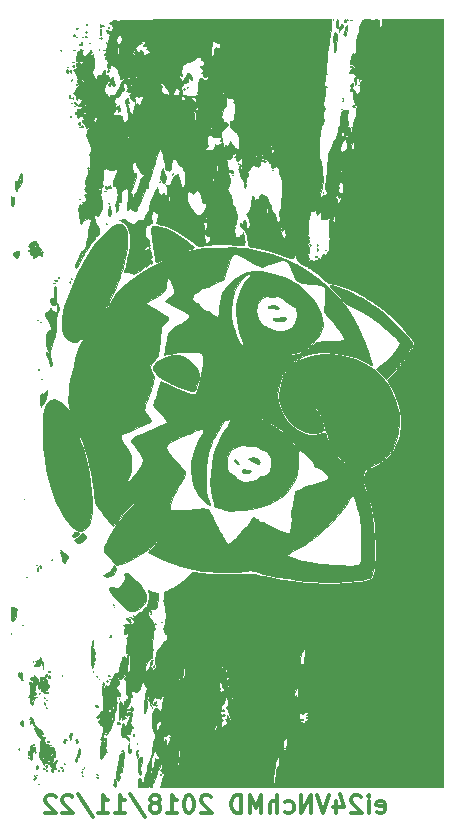
<source format=gbo>
G04 #@! TF.GenerationSoftware,KiCad,Pcbnew,5.0.1-33cea8e~68~ubuntu16.04.1*
G04 #@! TF.CreationDate,2018-11-23T16:55:50+09:00*
G04 #@! TF.ProjectId,BS2103F_photo,425332313033465F70686F746F2E6B69,rev?*
G04 #@! TF.SameCoordinates,Original*
G04 #@! TF.FileFunction,Legend,Bot*
G04 #@! TF.FilePolarity,Positive*
%FSLAX46Y46*%
G04 Gerber Fmt 4.6, Leading zero omitted, Abs format (unit mm)*
G04 Created by KiCad (PCBNEW 5.0.1-33cea8e~68~ubuntu16.04.1) date 2018年11月23日 16時55分50秒*
%MOMM*%
%LPD*%
G01*
G04 APERTURE LIST*
%ADD10C,0.300000*%
%ADD11C,0.010000*%
G04 APERTURE END LIST*
D10*
X162714285Y-132607142D02*
X162857142Y-132678571D01*
X163142857Y-132678571D01*
X163285714Y-132607142D01*
X163357142Y-132464285D01*
X163357142Y-131892857D01*
X163285714Y-131750000D01*
X163142857Y-131678571D01*
X162857142Y-131678571D01*
X162714285Y-131750000D01*
X162642857Y-131892857D01*
X162642857Y-132035714D01*
X163357142Y-132178571D01*
X162000000Y-132678571D02*
X162000000Y-131678571D01*
X162000000Y-131178571D02*
X162071428Y-131250000D01*
X162000000Y-131321428D01*
X161928571Y-131250000D01*
X162000000Y-131178571D01*
X162000000Y-131321428D01*
X161357142Y-131321428D02*
X161285714Y-131250000D01*
X161142857Y-131178571D01*
X160785714Y-131178571D01*
X160642857Y-131250000D01*
X160571428Y-131321428D01*
X160500000Y-131464285D01*
X160500000Y-131607142D01*
X160571428Y-131821428D01*
X161428571Y-132678571D01*
X160500000Y-132678571D01*
X159214285Y-131678571D02*
X159214285Y-132678571D01*
X159571428Y-131107142D02*
X159928571Y-132178571D01*
X159000000Y-132178571D01*
X158642857Y-131178571D02*
X158142857Y-132678571D01*
X157642857Y-131178571D01*
X157142857Y-132678571D02*
X157142857Y-131178571D01*
X156285714Y-132678571D01*
X156285714Y-131178571D01*
X154928571Y-132607142D02*
X155071428Y-132678571D01*
X155357142Y-132678571D01*
X155500000Y-132607142D01*
X155571428Y-132535714D01*
X155642857Y-132392857D01*
X155642857Y-131964285D01*
X155571428Y-131821428D01*
X155500000Y-131750000D01*
X155357142Y-131678571D01*
X155071428Y-131678571D01*
X154928571Y-131750000D01*
X154285714Y-132678571D02*
X154285714Y-131178571D01*
X153642857Y-132678571D02*
X153642857Y-131892857D01*
X153714285Y-131750000D01*
X153857142Y-131678571D01*
X154071428Y-131678571D01*
X154214285Y-131750000D01*
X154285714Y-131821428D01*
X152928571Y-132678571D02*
X152928571Y-131178571D01*
X152428571Y-132250000D01*
X151928571Y-131178571D01*
X151928571Y-132678571D01*
X151214285Y-132678571D02*
X151214285Y-131178571D01*
X150857142Y-131178571D01*
X150642857Y-131250000D01*
X150500000Y-131392857D01*
X150428571Y-131535714D01*
X150357142Y-131821428D01*
X150357142Y-132035714D01*
X150428571Y-132321428D01*
X150500000Y-132464285D01*
X150642857Y-132607142D01*
X150857142Y-132678571D01*
X151214285Y-132678571D01*
X148642857Y-131321428D02*
X148571428Y-131250000D01*
X148428571Y-131178571D01*
X148071428Y-131178571D01*
X147928571Y-131250000D01*
X147857142Y-131321428D01*
X147785714Y-131464285D01*
X147785714Y-131607142D01*
X147857142Y-131821428D01*
X148714285Y-132678571D01*
X147785714Y-132678571D01*
X146857142Y-131178571D02*
X146714285Y-131178571D01*
X146571428Y-131250000D01*
X146500000Y-131321428D01*
X146428571Y-131464285D01*
X146357142Y-131750000D01*
X146357142Y-132107142D01*
X146428571Y-132392857D01*
X146500000Y-132535714D01*
X146571428Y-132607142D01*
X146714285Y-132678571D01*
X146857142Y-132678571D01*
X147000000Y-132607142D01*
X147071428Y-132535714D01*
X147142857Y-132392857D01*
X147214285Y-132107142D01*
X147214285Y-131750000D01*
X147142857Y-131464285D01*
X147071428Y-131321428D01*
X147000000Y-131250000D01*
X146857142Y-131178571D01*
X144928571Y-132678571D02*
X145785714Y-132678571D01*
X145357142Y-132678571D02*
X145357142Y-131178571D01*
X145500000Y-131392857D01*
X145642857Y-131535714D01*
X145785714Y-131607142D01*
X144071428Y-131821428D02*
X144214285Y-131750000D01*
X144285714Y-131678571D01*
X144357142Y-131535714D01*
X144357142Y-131464285D01*
X144285714Y-131321428D01*
X144214285Y-131250000D01*
X144071428Y-131178571D01*
X143785714Y-131178571D01*
X143642857Y-131250000D01*
X143571428Y-131321428D01*
X143500000Y-131464285D01*
X143500000Y-131535714D01*
X143571428Y-131678571D01*
X143642857Y-131750000D01*
X143785714Y-131821428D01*
X144071428Y-131821428D01*
X144214285Y-131892857D01*
X144285714Y-131964285D01*
X144357142Y-132107142D01*
X144357142Y-132392857D01*
X144285714Y-132535714D01*
X144214285Y-132607142D01*
X144071428Y-132678571D01*
X143785714Y-132678571D01*
X143642857Y-132607142D01*
X143571428Y-132535714D01*
X143500000Y-132392857D01*
X143500000Y-132107142D01*
X143571428Y-131964285D01*
X143642857Y-131892857D01*
X143785714Y-131821428D01*
X141785714Y-131107142D02*
X143071428Y-133035714D01*
X140500000Y-132678571D02*
X141357142Y-132678571D01*
X140928571Y-132678571D02*
X140928571Y-131178571D01*
X141071428Y-131392857D01*
X141214285Y-131535714D01*
X141357142Y-131607142D01*
X139071428Y-132678571D02*
X139928571Y-132678571D01*
X139500000Y-132678571D02*
X139500000Y-131178571D01*
X139642857Y-131392857D01*
X139785714Y-131535714D01*
X139928571Y-131607142D01*
X137357142Y-131107142D02*
X138642857Y-133035714D01*
X136928571Y-131321428D02*
X136857142Y-131250000D01*
X136714285Y-131178571D01*
X136357142Y-131178571D01*
X136214285Y-131250000D01*
X136142857Y-131321428D01*
X136071428Y-131464285D01*
X136071428Y-131607142D01*
X136142857Y-131821428D01*
X137000000Y-132678571D01*
X136071428Y-132678571D01*
X135500000Y-131321428D02*
X135428571Y-131250000D01*
X135285714Y-131178571D01*
X134928571Y-131178571D01*
X134785714Y-131250000D01*
X134714285Y-131321428D01*
X134642857Y-131464285D01*
X134642857Y-131607142D01*
X134714285Y-131821428D01*
X135571428Y-132678571D01*
X134642857Y-132678571D01*
D11*
G04 #@! TO.C,G\002A\002A\002A*
G36*
X158350250Y-84982500D02*
X158318500Y-85014250D01*
X158350250Y-85046000D01*
X158382000Y-85014250D01*
X158350250Y-84982500D01*
X158350250Y-84982500D01*
G37*
X158350250Y-84982500D02*
X158318500Y-85014250D01*
X158350250Y-85046000D01*
X158382000Y-85014250D01*
X158350250Y-84982500D01*
G36*
X157829504Y-85725784D02*
X157810500Y-85712750D01*
X157751986Y-85717785D01*
X157747000Y-85740753D01*
X157793096Y-85805416D01*
X157810500Y-85808000D01*
X157872350Y-85786335D01*
X157874000Y-85779998D01*
X157829504Y-85725784D01*
X157829504Y-85725784D01*
G37*
X157829504Y-85725784D02*
X157810500Y-85712750D01*
X157751986Y-85717785D01*
X157747000Y-85740753D01*
X157793096Y-85805416D01*
X157810500Y-85808000D01*
X157872350Y-85786335D01*
X157874000Y-85779998D01*
X157829504Y-85725784D01*
G36*
X157663378Y-84526094D02*
X157635182Y-84502042D01*
X157625014Y-84564459D01*
X157636689Y-84646819D01*
X157658365Y-84647803D01*
X157673524Y-84562815D01*
X157663378Y-84526094D01*
X157663378Y-84526094D01*
G37*
X157663378Y-84526094D02*
X157635182Y-84502042D01*
X157625014Y-84564459D01*
X157636689Y-84646819D01*
X157658365Y-84647803D01*
X157673524Y-84562815D01*
X157663378Y-84526094D01*
G36*
X157664005Y-84872584D02*
X157643792Y-84846689D01*
X157632799Y-84931031D01*
X157632380Y-84950750D01*
X157639243Y-85059197D01*
X157659122Y-85068745D01*
X157661652Y-85063084D01*
X157674214Y-84937025D01*
X157664005Y-84872584D01*
X157664005Y-84872584D01*
G37*
X157664005Y-84872584D02*
X157643792Y-84846689D01*
X157632799Y-84931031D01*
X157632380Y-84950750D01*
X157639243Y-85059197D01*
X157659122Y-85068745D01*
X157661652Y-85063084D01*
X157674214Y-84937025D01*
X157664005Y-84872584D01*
G36*
X157539788Y-85476785D02*
X157461887Y-85512469D01*
X157440084Y-85554000D01*
X157472255Y-85607936D01*
X157524750Y-85617500D01*
X157601855Y-85580386D01*
X157604125Y-85538125D01*
X157539788Y-85476785D01*
X157539788Y-85476785D01*
G37*
X157539788Y-85476785D02*
X157461887Y-85512469D01*
X157440084Y-85554000D01*
X157472255Y-85607936D01*
X157524750Y-85617500D01*
X157601855Y-85580386D01*
X157604125Y-85538125D01*
X157539788Y-85476785D01*
G36*
X157078847Y-84486616D02*
X157048500Y-84474500D01*
X156986818Y-84520076D01*
X156985000Y-84534253D01*
X157031159Y-84620253D01*
X157048500Y-84633250D01*
X157102863Y-84618855D01*
X157112000Y-84573498D01*
X157078847Y-84486616D01*
X157078847Y-84486616D01*
G37*
X157078847Y-84486616D02*
X157048500Y-84474500D01*
X156986818Y-84520076D01*
X156985000Y-84534253D01*
X157031159Y-84620253D01*
X157048500Y-84633250D01*
X157102863Y-84618855D01*
X157112000Y-84573498D01*
X157078847Y-84486616D01*
G36*
X154857750Y-127146500D02*
X154826000Y-127178250D01*
X154857750Y-127210000D01*
X154889500Y-127178250D01*
X154857750Y-127146500D01*
X154857750Y-127146500D01*
G37*
X154857750Y-127146500D02*
X154826000Y-127178250D01*
X154857750Y-127210000D01*
X154889500Y-127178250D01*
X154857750Y-127146500D01*
G36*
X149978335Y-123655651D02*
X149971998Y-123654000D01*
X149917784Y-123698497D01*
X149904750Y-123717500D01*
X149909785Y-123776015D01*
X149932753Y-123781000D01*
X149997416Y-123734905D01*
X150000000Y-123717500D01*
X149978335Y-123655651D01*
X149978335Y-123655651D01*
G37*
X149978335Y-123655651D02*
X149971998Y-123654000D01*
X149917784Y-123698497D01*
X149904750Y-123717500D01*
X149909785Y-123776015D01*
X149932753Y-123781000D01*
X149997416Y-123734905D01*
X150000000Y-123717500D01*
X149978335Y-123655651D01*
G36*
X149698109Y-123908006D02*
X149695200Y-123908000D01*
X149573855Y-123923619D01*
X149575551Y-123970402D01*
X149624533Y-124006670D01*
X149723355Y-124006625D01*
X149764233Y-123978668D01*
X149787950Y-123924197D01*
X149698109Y-123908006D01*
X149698109Y-123908006D01*
G37*
X149698109Y-123908006D02*
X149695200Y-123908000D01*
X149573855Y-123923619D01*
X149575551Y-123970402D01*
X149624533Y-124006670D01*
X149723355Y-124006625D01*
X149764233Y-123978668D01*
X149787950Y-123924197D01*
X149698109Y-123908006D01*
G36*
X146676834Y-71224167D02*
X146601474Y-71216567D01*
X146592167Y-71224167D01*
X146600884Y-71261918D01*
X146634500Y-71266500D01*
X146686768Y-71243267D01*
X146676834Y-71224167D01*
X146676834Y-71224167D01*
G37*
X146676834Y-71224167D02*
X146601474Y-71216567D01*
X146592167Y-71224167D01*
X146600884Y-71261918D01*
X146634500Y-71266500D01*
X146686768Y-71243267D01*
X146676834Y-71224167D01*
G36*
X146429673Y-71339495D02*
X146396375Y-71330000D01*
X146334609Y-71379414D01*
X146324938Y-71401438D01*
X146345650Y-71452545D01*
X146372563Y-71449063D01*
X146436924Y-71395380D01*
X146429673Y-71339495D01*
X146429673Y-71339495D01*
G37*
X146429673Y-71339495D02*
X146396375Y-71330000D01*
X146334609Y-71379414D01*
X146324938Y-71401438D01*
X146345650Y-71452545D01*
X146372563Y-71449063D01*
X146436924Y-71395380D01*
X146429673Y-71339495D01*
G36*
X145152834Y-126215167D02*
X145077474Y-126207567D01*
X145068167Y-126215167D01*
X145076884Y-126252918D01*
X145110500Y-126257500D01*
X145162768Y-126234267D01*
X145152834Y-126215167D01*
X145152834Y-126215167D01*
G37*
X145152834Y-126215167D02*
X145077474Y-126207567D01*
X145068167Y-126215167D01*
X145076884Y-126252918D01*
X145110500Y-126257500D01*
X145162768Y-126234267D01*
X145152834Y-126215167D01*
G36*
X144963378Y-125991594D02*
X144935182Y-125967542D01*
X144925014Y-126029959D01*
X144936689Y-126112319D01*
X144958365Y-126113303D01*
X144973524Y-126028315D01*
X144963378Y-125991594D01*
X144963378Y-125991594D01*
G37*
X144963378Y-125991594D02*
X144935182Y-125967542D01*
X144925014Y-126029959D01*
X144936689Y-126112319D01*
X144958365Y-126113303D01*
X144973524Y-126028315D01*
X144963378Y-125991594D01*
G36*
X142411750Y-72600000D02*
X142380000Y-72631750D01*
X142411750Y-72663500D01*
X142443500Y-72631750D01*
X142411750Y-72600000D01*
X142411750Y-72600000D01*
G37*
X142411750Y-72600000D02*
X142380000Y-72631750D01*
X142411750Y-72663500D01*
X142443500Y-72631750D01*
X142411750Y-72600000D01*
G36*
X140834834Y-73192667D02*
X140797083Y-73201384D01*
X140792500Y-73235000D01*
X140815734Y-73287268D01*
X140834834Y-73277334D01*
X140842434Y-73201974D01*
X140834834Y-73192667D01*
X140834834Y-73192667D01*
G37*
X140834834Y-73192667D02*
X140797083Y-73201384D01*
X140792500Y-73235000D01*
X140815734Y-73287268D01*
X140834834Y-73277334D01*
X140842434Y-73201974D01*
X140834834Y-73192667D01*
G36*
X154973771Y-90752062D02*
X154824787Y-90716271D01*
X154558224Y-90716320D01*
X154387096Y-90728755D01*
X154102094Y-90761176D01*
X153936962Y-90799835D01*
X153884581Y-90849060D01*
X153937835Y-90913176D01*
X154011239Y-90957247D01*
X154197582Y-91016990D01*
X154432337Y-91040259D01*
X154668239Y-91028143D01*
X154858019Y-90981727D01*
X154931914Y-90936079D01*
X155008405Y-90824922D01*
X154973771Y-90752062D01*
X154973771Y-90752062D01*
G37*
X154973771Y-90752062D02*
X154824787Y-90716271D01*
X154558224Y-90716320D01*
X154387096Y-90728755D01*
X154102094Y-90761176D01*
X153936962Y-90799835D01*
X153884581Y-90849060D01*
X153937835Y-90913176D01*
X154011239Y-90957247D01*
X154197582Y-91016990D01*
X154432337Y-91040259D01*
X154668239Y-91028143D01*
X154858019Y-90981727D01*
X154931914Y-90936079D01*
X155008405Y-90824922D01*
X154973771Y-90752062D01*
G36*
X154324609Y-89824823D02*
X154180066Y-89752322D01*
X153987071Y-89707463D01*
X153784821Y-89700976D01*
X153673576Y-89720466D01*
X153496294Y-89792738D01*
X153442980Y-89862311D01*
X153511754Y-89914719D01*
X153700737Y-89935500D01*
X153701521Y-89935500D01*
X153929960Y-89944826D01*
X154142166Y-89967957D01*
X154183063Y-89975188D01*
X154324220Y-89989392D01*
X154377765Y-89947688D01*
X154381500Y-89914237D01*
X154324609Y-89824823D01*
X154324609Y-89824823D01*
G37*
X154324609Y-89824823D02*
X154180066Y-89752322D01*
X153987071Y-89707463D01*
X153784821Y-89700976D01*
X153673576Y-89720466D01*
X153496294Y-89792738D01*
X153442980Y-89862311D01*
X153511754Y-89914719D01*
X153700737Y-89935500D01*
X153701521Y-89935500D01*
X153929960Y-89944826D01*
X154142166Y-89967957D01*
X154183063Y-89975188D01*
X154324220Y-89989392D01*
X154377765Y-89947688D01*
X154381500Y-89914237D01*
X154324609Y-89824823D01*
G36*
X152745541Y-102854531D02*
X152629194Y-102744942D01*
X152487097Y-102646240D01*
X152375426Y-102596614D01*
X152206686Y-102576652D01*
X152022621Y-102585792D01*
X151870731Y-102618217D01*
X151798782Y-102667250D01*
X151841928Y-102722383D01*
X151974944Y-102812011D01*
X152171630Y-102919080D01*
X152228547Y-102946991D01*
X152462740Y-103054347D01*
X152609929Y-103106155D01*
X152694180Y-103108443D01*
X152735559Y-103073991D01*
X152786074Y-102970837D01*
X152793028Y-102939599D01*
X152745541Y-102854531D01*
X152745541Y-102854531D01*
G37*
X152745541Y-102854531D02*
X152629194Y-102744942D01*
X152487097Y-102646240D01*
X152375426Y-102596614D01*
X152206686Y-102576652D01*
X152022621Y-102585792D01*
X151870731Y-102618217D01*
X151798782Y-102667250D01*
X151841928Y-102722383D01*
X151974944Y-102812011D01*
X152171630Y-102919080D01*
X152228547Y-102946991D01*
X152462740Y-103054347D01*
X152609929Y-103106155D01*
X152694180Y-103108443D01*
X152735559Y-103073991D01*
X152786074Y-102970837D01*
X152793028Y-102939599D01*
X152745541Y-102854531D01*
G36*
X151996771Y-103677368D02*
X151889644Y-103647913D01*
X151682494Y-103619064D01*
X151631872Y-103613046D01*
X151425097Y-103593814D01*
X151315143Y-103601427D01*
X151273781Y-103640550D01*
X151270000Y-103672877D01*
X151321646Y-103770044D01*
X151446958Y-103866602D01*
X151456932Y-103871905D01*
X151661085Y-103925454D01*
X151857321Y-103893183D01*
X151997087Y-103783464D01*
X152000441Y-103778193D01*
X152026246Y-103717453D01*
X151996771Y-103677368D01*
X151996771Y-103677368D01*
G37*
X151996771Y-103677368D02*
X151889644Y-103647913D01*
X151682494Y-103619064D01*
X151631872Y-103613046D01*
X151425097Y-103593814D01*
X151315143Y-103601427D01*
X151273781Y-103640550D01*
X151270000Y-103672877D01*
X151321646Y-103770044D01*
X151446958Y-103866602D01*
X151456932Y-103871905D01*
X151661085Y-103925454D01*
X151857321Y-103893183D01*
X151997087Y-103783464D01*
X152000441Y-103778193D01*
X152026246Y-103717453D01*
X151996771Y-103677368D01*
G36*
X150979655Y-103014499D02*
X150893751Y-102895256D01*
X150792990Y-102787985D01*
X150712072Y-102732724D01*
X150693645Y-102733751D01*
X150637386Y-102829526D01*
X150682050Y-102960226D01*
X150751126Y-103038409D01*
X150871253Y-103118603D01*
X150973679Y-103144150D01*
X151016000Y-103105678D01*
X150979655Y-103014499D01*
X150979655Y-103014499D01*
G37*
X150979655Y-103014499D02*
X150893751Y-102895256D01*
X150792990Y-102787985D01*
X150712072Y-102732724D01*
X150693645Y-102733751D01*
X150637386Y-102829526D01*
X150682050Y-102960226D01*
X150751126Y-103038409D01*
X150871253Y-103118603D01*
X150973679Y-103144150D01*
X151016000Y-103105678D01*
X150979655Y-103014499D01*
G36*
X147594655Y-95218755D02*
X147418973Y-94934388D01*
X147142209Y-94636222D01*
X146774505Y-94336051D01*
X146539250Y-94175701D01*
X146213442Y-93996356D01*
X145918152Y-93908886D01*
X145607726Y-93903540D01*
X145405790Y-93933642D01*
X144888136Y-94054897D01*
X144479554Y-94201352D01*
X144163334Y-94380663D01*
X143922765Y-94600488D01*
X143905341Y-94621201D01*
X143757174Y-94856258D01*
X143728581Y-95070131D01*
X143819140Y-95283235D01*
X143889834Y-95374225D01*
X144111159Y-95582809D01*
X144424820Y-95812885D01*
X144802597Y-96046002D01*
X145216271Y-96263708D01*
X145336839Y-96320374D01*
X145587611Y-96435986D01*
X145811457Y-96540948D01*
X145969903Y-96617168D01*
X145999500Y-96632015D01*
X146194570Y-96718353D01*
X146442216Y-96809726D01*
X146701443Y-96893081D01*
X146931251Y-96955365D01*
X147090646Y-96983524D01*
X147105034Y-96984000D01*
X147207042Y-96961343D01*
X147283647Y-96873910D01*
X147359856Y-96692514D01*
X147363431Y-96682375D01*
X147500563Y-96261083D01*
X147598377Y-95895174D01*
X147651299Y-95607365D01*
X147659109Y-95477530D01*
X147594655Y-95218755D01*
X147594655Y-95218755D01*
G37*
X147594655Y-95218755D02*
X147418973Y-94934388D01*
X147142209Y-94636222D01*
X146774505Y-94336051D01*
X146539250Y-94175701D01*
X146213442Y-93996356D01*
X145918152Y-93908886D01*
X145607726Y-93903540D01*
X145405790Y-93933642D01*
X144888136Y-94054897D01*
X144479554Y-94201352D01*
X144163334Y-94380663D01*
X143922765Y-94600488D01*
X143905341Y-94621201D01*
X143757174Y-94856258D01*
X143728581Y-95070131D01*
X143819140Y-95283235D01*
X143889834Y-95374225D01*
X144111159Y-95582809D01*
X144424820Y-95812885D01*
X144802597Y-96046002D01*
X145216271Y-96263708D01*
X145336839Y-96320374D01*
X145587611Y-96435986D01*
X145811457Y-96540948D01*
X145969903Y-96617168D01*
X145999500Y-96632015D01*
X146194570Y-96718353D01*
X146442216Y-96809726D01*
X146701443Y-96893081D01*
X146931251Y-96955365D01*
X147090646Y-96983524D01*
X147105034Y-96984000D01*
X147207042Y-96961343D01*
X147283647Y-96873910D01*
X147359856Y-96692514D01*
X147363431Y-96682375D01*
X147500563Y-96261083D01*
X147598377Y-95895174D01*
X147651299Y-95607365D01*
X147659109Y-95477530D01*
X147594655Y-95218755D01*
G36*
X161144250Y-71012500D02*
X161112500Y-71044250D01*
X161144250Y-71076000D01*
X161176000Y-71044250D01*
X161144250Y-71012500D01*
X161144250Y-71012500D01*
G37*
X161144250Y-71012500D02*
X161112500Y-71044250D01*
X161144250Y-71076000D01*
X161176000Y-71044250D01*
X161144250Y-71012500D01*
G36*
X160805654Y-72802119D02*
X160731500Y-72772101D01*
X160625408Y-72777179D01*
X160604500Y-72828195D01*
X160657400Y-72900610D01*
X160731500Y-72917500D01*
X160834732Y-72893981D01*
X160858500Y-72861407D01*
X160805654Y-72802119D01*
X160805654Y-72802119D01*
G37*
X160805654Y-72802119D02*
X160731500Y-72772101D01*
X160625408Y-72777179D01*
X160604500Y-72828195D01*
X160657400Y-72900610D01*
X160731500Y-72917500D01*
X160834732Y-72893981D01*
X160858500Y-72861407D01*
X160805654Y-72802119D01*
G36*
X160620375Y-65509446D02*
X160490369Y-65501059D01*
X160461625Y-65509446D01*
X160453648Y-65532623D01*
X160541000Y-65541474D01*
X160631147Y-65531495D01*
X160620375Y-65509446D01*
X160620375Y-65509446D01*
G37*
X160620375Y-65509446D02*
X160490369Y-65501059D01*
X160461625Y-65509446D01*
X160453648Y-65532623D01*
X160541000Y-65541474D01*
X160631147Y-65531495D01*
X160620375Y-65509446D01*
G36*
X160639009Y-70900898D02*
X160557301Y-70906734D01*
X160490201Y-70961701D01*
X160417945Y-71076917D01*
X160466177Y-71163801D01*
X160477500Y-71171250D01*
X160582772Y-71180915D01*
X160654812Y-71092524D01*
X160668000Y-71008753D01*
X160639009Y-70900898D01*
X160639009Y-70900898D01*
G37*
X160639009Y-70900898D02*
X160557301Y-70906734D01*
X160490201Y-70961701D01*
X160417945Y-71076917D01*
X160466177Y-71163801D01*
X160477500Y-71171250D01*
X160582772Y-71180915D01*
X160654812Y-71092524D01*
X160668000Y-71008753D01*
X160639009Y-70900898D01*
G36*
X160191750Y-65488000D02*
X160160000Y-65519750D01*
X160191750Y-65551500D01*
X160223500Y-65519750D01*
X160191750Y-65488000D01*
X160191750Y-65488000D01*
G37*
X160191750Y-65488000D02*
X160160000Y-65519750D01*
X160191750Y-65551500D01*
X160223500Y-65519750D01*
X160191750Y-65488000D01*
G36*
X160056796Y-65511572D02*
X160001250Y-65488000D01*
X159923679Y-65540940D01*
X159906000Y-65615000D01*
X159945705Y-65718429D01*
X160001250Y-65742000D01*
X160078822Y-65689061D01*
X160096500Y-65615000D01*
X160056796Y-65511572D01*
X160056796Y-65511572D01*
G37*
X160056796Y-65511572D02*
X160001250Y-65488000D01*
X159923679Y-65540940D01*
X159906000Y-65615000D01*
X159945705Y-65718429D01*
X160001250Y-65742000D01*
X160078822Y-65689061D01*
X160096500Y-65615000D01*
X160056796Y-65511572D01*
G36*
X160039717Y-66207806D02*
X159968867Y-66376706D01*
X159942154Y-66507376D01*
X159946156Y-66534758D01*
X159935514Y-66635204D01*
X159910330Y-66660075D01*
X159844651Y-66753483D01*
X159884834Y-66842667D01*
X159974169Y-66874223D01*
X160052365Y-66793231D01*
X160112578Y-66614070D01*
X160147964Y-66351118D01*
X160151810Y-66281750D01*
X160165281Y-65964250D01*
X160039717Y-66207806D01*
X160039717Y-66207806D01*
G37*
X160039717Y-66207806D02*
X159968867Y-66376706D01*
X159942154Y-66507376D01*
X159946156Y-66534758D01*
X159935514Y-66635204D01*
X159910330Y-66660075D01*
X159844651Y-66753483D01*
X159884834Y-66842667D01*
X159974169Y-66874223D01*
X160052365Y-66793231D01*
X160112578Y-66614070D01*
X160147964Y-66351118D01*
X160151810Y-66281750D01*
X160165281Y-65964250D01*
X160039717Y-66207806D01*
G36*
X159821334Y-72113167D02*
X159783583Y-72121884D01*
X159779000Y-72155500D01*
X159802234Y-72207768D01*
X159821334Y-72197834D01*
X159828934Y-72122474D01*
X159821334Y-72113167D01*
X159821334Y-72113167D01*
G37*
X159821334Y-72113167D02*
X159783583Y-72121884D01*
X159779000Y-72155500D01*
X159802234Y-72207768D01*
X159821334Y-72197834D01*
X159828934Y-72122474D01*
X159821334Y-72113167D01*
G36*
X159810750Y-72346000D02*
X159779000Y-72377750D01*
X159810750Y-72409500D01*
X159842500Y-72377750D01*
X159810750Y-72346000D01*
X159810750Y-72346000D01*
G37*
X159810750Y-72346000D02*
X159779000Y-72377750D01*
X159810750Y-72409500D01*
X159842500Y-72377750D01*
X159810750Y-72346000D01*
G36*
X159683750Y-73044500D02*
X159652000Y-73076250D01*
X159683750Y-73108000D01*
X159715500Y-73076250D01*
X159683750Y-73044500D01*
X159683750Y-73044500D01*
G37*
X159683750Y-73044500D02*
X159652000Y-73076250D01*
X159683750Y-73108000D01*
X159715500Y-73076250D01*
X159683750Y-73044500D01*
G36*
X159756096Y-65882129D02*
X159703111Y-65864143D01*
X159627424Y-65957099D01*
X159583055Y-66038431D01*
X159493663Y-66227315D01*
X159467913Y-66330874D01*
X159503470Y-66372299D01*
X159548975Y-66377000D01*
X159672183Y-66321874D01*
X159760189Y-66188132D01*
X159793132Y-66023228D01*
X159756096Y-65882129D01*
X159756096Y-65882129D01*
G37*
X159756096Y-65882129D02*
X159703111Y-65864143D01*
X159627424Y-65957099D01*
X159583055Y-66038431D01*
X159493663Y-66227315D01*
X159467913Y-66330874D01*
X159503470Y-66372299D01*
X159548975Y-66377000D01*
X159672183Y-66321874D01*
X159760189Y-66188132D01*
X159793132Y-66023228D01*
X159756096Y-65882129D01*
G36*
X159493250Y-66504000D02*
X159461500Y-66535750D01*
X159493250Y-66567500D01*
X159525000Y-66535750D01*
X159493250Y-66504000D01*
X159493250Y-66504000D01*
G37*
X159493250Y-66504000D02*
X159461500Y-66535750D01*
X159493250Y-66567500D01*
X159525000Y-66535750D01*
X159493250Y-66504000D01*
G36*
X159423046Y-65652078D02*
X159377849Y-65524200D01*
X159327617Y-65488000D01*
X159295496Y-65543977D01*
X159277073Y-65683290D01*
X159272353Y-65863019D01*
X159281340Y-66040242D01*
X159304040Y-66172036D01*
X159327538Y-66213947D01*
X159374661Y-66183184D01*
X159418353Y-66062546D01*
X159424952Y-66030997D01*
X159441141Y-65834369D01*
X159423046Y-65652078D01*
X159423046Y-65652078D01*
G37*
X159423046Y-65652078D02*
X159377849Y-65524200D01*
X159327617Y-65488000D01*
X159295496Y-65543977D01*
X159277073Y-65683290D01*
X159272353Y-65863019D01*
X159281340Y-66040242D01*
X159304040Y-66172036D01*
X159327538Y-66213947D01*
X159374661Y-66183184D01*
X159418353Y-66062546D01*
X159424952Y-66030997D01*
X159441141Y-65834369D01*
X159423046Y-65652078D01*
G36*
X158985250Y-65488000D02*
X158953500Y-65519750D01*
X158985250Y-65551500D01*
X159017000Y-65519750D01*
X158985250Y-65488000D01*
X158985250Y-65488000D01*
G37*
X158985250Y-65488000D02*
X158953500Y-65519750D01*
X158985250Y-65551500D01*
X159017000Y-65519750D01*
X158985250Y-65488000D01*
G36*
X159350486Y-66743137D02*
X159273317Y-66633317D01*
X159178868Y-66556326D01*
X159144684Y-66580093D01*
X159144000Y-66593959D01*
X159109576Y-66688787D01*
X159086190Y-66705084D01*
X159043778Y-66775029D01*
X159001339Y-66928815D01*
X158983840Y-67027144D01*
X158964975Y-67224175D01*
X158985844Y-67328284D01*
X159027768Y-67361986D01*
X159075272Y-67414747D01*
X159098048Y-67541320D01*
X159099205Y-67764251D01*
X159095732Y-67854842D01*
X159092335Y-68093288D01*
X159105880Y-68216157D01*
X159131836Y-68233046D01*
X159165672Y-68153548D01*
X159202857Y-67987259D01*
X159238858Y-67743774D01*
X159263845Y-67498867D01*
X159290268Y-67231921D01*
X159319403Y-67010516D01*
X159346648Y-66867043D01*
X159358238Y-66834466D01*
X159350486Y-66743137D01*
X159350486Y-66743137D01*
G37*
X159350486Y-66743137D02*
X159273317Y-66633317D01*
X159178868Y-66556326D01*
X159144684Y-66580093D01*
X159144000Y-66593959D01*
X159109576Y-66688787D01*
X159086190Y-66705084D01*
X159043778Y-66775029D01*
X159001339Y-66928815D01*
X158983840Y-67027144D01*
X158964975Y-67224175D01*
X158985844Y-67328284D01*
X159027768Y-67361986D01*
X159075272Y-67414747D01*
X159098048Y-67541320D01*
X159099205Y-67764251D01*
X159095732Y-67854842D01*
X159092335Y-68093288D01*
X159105880Y-68216157D01*
X159131836Y-68233046D01*
X159165672Y-68153548D01*
X159202857Y-67987259D01*
X159238858Y-67743774D01*
X159263845Y-67498867D01*
X159290268Y-67231921D01*
X159319403Y-67010516D01*
X159346648Y-66867043D01*
X159358238Y-66834466D01*
X159350486Y-66743137D01*
G36*
X165709510Y-92929189D02*
X165643259Y-92783752D01*
X165510996Y-92595224D01*
X165310727Y-92349700D01*
X164773871Y-91753322D01*
X164168409Y-91152387D01*
X163520901Y-90569678D01*
X162857911Y-90027978D01*
X162205998Y-89550072D01*
X161591727Y-89158744D01*
X161588426Y-89156829D01*
X161250995Y-88971151D01*
X160880341Y-88784037D01*
X160492978Y-88602026D01*
X160105422Y-88431655D01*
X159734188Y-88279462D01*
X159395791Y-88151985D01*
X159106745Y-88055763D01*
X158883566Y-87997333D01*
X158742770Y-87983233D01*
X158700131Y-88013416D01*
X158740791Y-88079009D01*
X158848938Y-88212802D01*
X159004732Y-88390782D01*
X159081507Y-88475000D01*
X159305391Y-88722616D01*
X159542178Y-88992258D01*
X159744505Y-89229907D01*
X159763501Y-89252839D01*
X160007011Y-89510332D01*
X160224370Y-89664397D01*
X160287000Y-89690235D01*
X160719217Y-89862688D01*
X161215806Y-90115384D01*
X161755449Y-90434831D01*
X162316827Y-90807537D01*
X162878622Y-91220012D01*
X163419515Y-91658764D01*
X163480545Y-91711274D01*
X163756321Y-91955742D01*
X164020017Y-92199562D01*
X164245208Y-92417638D01*
X164405469Y-92584871D01*
X164429936Y-92612993D01*
X164680163Y-92909236D01*
X164501493Y-93214113D01*
X164314275Y-93484400D01*
X164046366Y-93803721D01*
X163720637Y-94147596D01*
X163359958Y-94491547D01*
X163082150Y-94733269D01*
X162637787Y-95103419D01*
X163052222Y-95515822D01*
X163466656Y-95928225D01*
X163915094Y-95487738D01*
X164311265Y-95080244D01*
X164684912Y-94661131D01*
X165021907Y-94248706D01*
X165308124Y-93861274D01*
X165529435Y-93517139D01*
X165671714Y-93234607D01*
X165688502Y-93189816D01*
X165720881Y-93056292D01*
X165709510Y-92929189D01*
X165709510Y-92929189D01*
G37*
X165709510Y-92929189D02*
X165643259Y-92783752D01*
X165510996Y-92595224D01*
X165310727Y-92349700D01*
X164773871Y-91753322D01*
X164168409Y-91152387D01*
X163520901Y-90569678D01*
X162857911Y-90027978D01*
X162205998Y-89550072D01*
X161591727Y-89158744D01*
X161588426Y-89156829D01*
X161250995Y-88971151D01*
X160880341Y-88784037D01*
X160492978Y-88602026D01*
X160105422Y-88431655D01*
X159734188Y-88279462D01*
X159395791Y-88151985D01*
X159106745Y-88055763D01*
X158883566Y-87997333D01*
X158742770Y-87983233D01*
X158700131Y-88013416D01*
X158740791Y-88079009D01*
X158848938Y-88212802D01*
X159004732Y-88390782D01*
X159081507Y-88475000D01*
X159305391Y-88722616D01*
X159542178Y-88992258D01*
X159744505Y-89229907D01*
X159763501Y-89252839D01*
X160007011Y-89510332D01*
X160224370Y-89664397D01*
X160287000Y-89690235D01*
X160719217Y-89862688D01*
X161215806Y-90115384D01*
X161755449Y-90434831D01*
X162316827Y-90807537D01*
X162878622Y-91220012D01*
X163419515Y-91658764D01*
X163480545Y-91711274D01*
X163756321Y-91955742D01*
X164020017Y-92199562D01*
X164245208Y-92417638D01*
X164405469Y-92584871D01*
X164429936Y-92612993D01*
X164680163Y-92909236D01*
X164501493Y-93214113D01*
X164314275Y-93484400D01*
X164046366Y-93803721D01*
X163720637Y-94147596D01*
X163359958Y-94491547D01*
X163082150Y-94733269D01*
X162637787Y-95103419D01*
X163052222Y-95515822D01*
X163466656Y-95928225D01*
X163915094Y-95487738D01*
X164311265Y-95080244D01*
X164684912Y-94661131D01*
X165021907Y-94248706D01*
X165308124Y-93861274D01*
X165529435Y-93517139D01*
X165671714Y-93234607D01*
X165688502Y-93189816D01*
X165720881Y-93056292D01*
X165709510Y-92929189D01*
G36*
X158413750Y-70060000D02*
X158382000Y-70091750D01*
X158413750Y-70123500D01*
X158445500Y-70091750D01*
X158413750Y-70060000D01*
X158413750Y-70060000D01*
G37*
X158413750Y-70060000D02*
X158382000Y-70091750D01*
X158413750Y-70123500D01*
X158445500Y-70091750D01*
X158413750Y-70060000D01*
G36*
X158413750Y-71139500D02*
X158382000Y-71171250D01*
X158413750Y-71203000D01*
X158445500Y-71171250D01*
X158413750Y-71139500D01*
X158413750Y-71139500D01*
G37*
X158413750Y-71139500D02*
X158382000Y-71171250D01*
X158413750Y-71203000D01*
X158445500Y-71171250D01*
X158413750Y-71139500D01*
G36*
X158170334Y-80114167D02*
X158132583Y-80122884D01*
X158128000Y-80156500D01*
X158151234Y-80208768D01*
X158170334Y-80198834D01*
X158177934Y-80123474D01*
X158170334Y-80114167D01*
X158170334Y-80114167D01*
G37*
X158170334Y-80114167D02*
X158132583Y-80122884D01*
X158128000Y-80156500D01*
X158151234Y-80208768D01*
X158170334Y-80198834D01*
X158177934Y-80123474D01*
X158170334Y-80114167D01*
G36*
X153915834Y-78209167D02*
X153840474Y-78201567D01*
X153831167Y-78209167D01*
X153839884Y-78246918D01*
X153873500Y-78251500D01*
X153925768Y-78228267D01*
X153915834Y-78209167D01*
X153915834Y-78209167D01*
G37*
X153915834Y-78209167D02*
X153840474Y-78201567D01*
X153831167Y-78209167D01*
X153839884Y-78246918D01*
X153873500Y-78251500D01*
X153925768Y-78228267D01*
X153915834Y-78209167D01*
G36*
X153247776Y-77444404D02*
X153143250Y-77410459D01*
X153014011Y-77406903D01*
X152987973Y-77457676D01*
X153026834Y-77510667D01*
X153117428Y-77548089D01*
X153229900Y-77546668D01*
X153299067Y-77509665D01*
X153302000Y-77496903D01*
X153247776Y-77444404D01*
X153247776Y-77444404D01*
G37*
X153247776Y-77444404D02*
X153143250Y-77410459D01*
X153014011Y-77406903D01*
X152987973Y-77457676D01*
X153026834Y-77510667D01*
X153117428Y-77548089D01*
X153229900Y-77546668D01*
X153299067Y-77509665D01*
X153302000Y-77496903D01*
X153247776Y-77444404D01*
G36*
X151174750Y-82696500D02*
X151143000Y-82728250D01*
X151174750Y-82760000D01*
X151206500Y-82728250D01*
X151174750Y-82696500D01*
X151174750Y-82696500D01*
G37*
X151174750Y-82696500D02*
X151143000Y-82728250D01*
X151174750Y-82760000D01*
X151206500Y-82728250D01*
X151174750Y-82696500D01*
G36*
X151135575Y-77752037D02*
X151083725Y-77772639D01*
X151018840Y-77864938D01*
X151069012Y-77958704D01*
X151079949Y-77966028D01*
X151152179Y-77951875D01*
X151183044Y-77903537D01*
X151195584Y-77788434D01*
X151135575Y-77752037D01*
X151135575Y-77752037D01*
G37*
X151135575Y-77752037D02*
X151083725Y-77772639D01*
X151018840Y-77864938D01*
X151069012Y-77958704D01*
X151079949Y-77966028D01*
X151152179Y-77951875D01*
X151183044Y-77903537D01*
X151195584Y-77788434D01*
X151135575Y-77752037D01*
G36*
X150984250Y-77680000D02*
X150952500Y-77711750D01*
X150984250Y-77743500D01*
X151016000Y-77711750D01*
X150984250Y-77680000D01*
X150984250Y-77680000D01*
G37*
X150984250Y-77680000D02*
X150952500Y-77711750D01*
X150984250Y-77743500D01*
X151016000Y-77711750D01*
X150984250Y-77680000D01*
G36*
X150476250Y-78632500D02*
X150444500Y-78664250D01*
X150476250Y-78696000D01*
X150508000Y-78664250D01*
X150476250Y-78632500D01*
X150476250Y-78632500D01*
G37*
X150476250Y-78632500D02*
X150444500Y-78664250D01*
X150476250Y-78696000D01*
X150508000Y-78664250D01*
X150476250Y-78632500D01*
G36*
X150477986Y-78285457D02*
X150381000Y-78251500D01*
X150277731Y-78272228D01*
X150254000Y-78300888D01*
X150297251Y-78374970D01*
X150381000Y-78459017D01*
X150473418Y-78528871D01*
X150504760Y-78500535D01*
X150508000Y-78409629D01*
X150477986Y-78285457D01*
X150477986Y-78285457D01*
G37*
X150477986Y-78285457D02*
X150381000Y-78251500D01*
X150277731Y-78272228D01*
X150254000Y-78300888D01*
X150297251Y-78374970D01*
X150381000Y-78459017D01*
X150473418Y-78528871D01*
X150504760Y-78500535D01*
X150508000Y-78409629D01*
X150477986Y-78285457D01*
G36*
X145406834Y-78526667D02*
X145369083Y-78535384D01*
X145364500Y-78569000D01*
X145387734Y-78621268D01*
X145406834Y-78611334D01*
X145414434Y-78535974D01*
X145406834Y-78526667D01*
X145406834Y-78526667D01*
G37*
X145406834Y-78526667D02*
X145369083Y-78535384D01*
X145364500Y-78569000D01*
X145387734Y-78621268D01*
X145406834Y-78611334D01*
X145414434Y-78535974D01*
X145406834Y-78526667D01*
G36*
X144443750Y-116478500D02*
X144412000Y-116510250D01*
X144443750Y-116542000D01*
X144475500Y-116510250D01*
X144443750Y-116478500D01*
X144443750Y-116478500D01*
G37*
X144443750Y-116478500D02*
X144412000Y-116510250D01*
X144443750Y-116542000D01*
X144475500Y-116510250D01*
X144443750Y-116478500D01*
G36*
X144790868Y-78694683D02*
X144744850Y-78616947D01*
X144693290Y-78461105D01*
X144675175Y-78387869D01*
X144630804Y-78214316D01*
X144591613Y-78100099D01*
X144580563Y-78081396D01*
X144545393Y-78112823D01*
X144498099Y-78240711D01*
X144446655Y-78436121D01*
X144399035Y-78670114D01*
X144373312Y-78833535D01*
X144356893Y-79015619D01*
X144383332Y-79122749D01*
X144469136Y-79204204D01*
X144505759Y-79228934D01*
X144632631Y-79296505D01*
X144708943Y-79308710D01*
X144711326Y-79306842D01*
X144751576Y-79216434D01*
X144785447Y-79060637D01*
X144806544Y-78888659D01*
X144808474Y-78749712D01*
X144790868Y-78694683D01*
X144790868Y-78694683D01*
G37*
X144790868Y-78694683D02*
X144744850Y-78616947D01*
X144693290Y-78461105D01*
X144675175Y-78387869D01*
X144630804Y-78214316D01*
X144591613Y-78100099D01*
X144580563Y-78081396D01*
X144545393Y-78112823D01*
X144498099Y-78240711D01*
X144446655Y-78436121D01*
X144399035Y-78670114D01*
X144373312Y-78833535D01*
X144356893Y-79015619D01*
X144383332Y-79122749D01*
X144469136Y-79204204D01*
X144505759Y-79228934D01*
X144632631Y-79296505D01*
X144708943Y-79308710D01*
X144711326Y-79306842D01*
X144751576Y-79216434D01*
X144785447Y-79060637D01*
X144806544Y-78888659D01*
X144808474Y-78749712D01*
X144790868Y-78694683D01*
G36*
X144316750Y-79204000D02*
X144285000Y-79235750D01*
X144316750Y-79267500D01*
X144348500Y-79235750D01*
X144316750Y-79204000D01*
X144316750Y-79204000D01*
G37*
X144316750Y-79204000D02*
X144285000Y-79235750D01*
X144316750Y-79267500D01*
X144348500Y-79235750D01*
X144316750Y-79204000D01*
G36*
X144390335Y-129370651D02*
X144383998Y-129369000D01*
X144329784Y-129413497D01*
X144316750Y-129432500D01*
X144321785Y-129491015D01*
X144344753Y-129496000D01*
X144409416Y-129449905D01*
X144412000Y-129432500D01*
X144390335Y-129370651D01*
X144390335Y-129370651D01*
G37*
X144390335Y-129370651D02*
X144383998Y-129369000D01*
X144329784Y-129413497D01*
X144316750Y-129432500D01*
X144321785Y-129491015D01*
X144344753Y-129496000D01*
X144409416Y-129449905D01*
X144412000Y-129432500D01*
X144390335Y-129370651D01*
G36*
X144009555Y-123193625D02*
X143986378Y-123185648D01*
X143977527Y-123273000D01*
X143987506Y-123363147D01*
X144009555Y-123352375D01*
X144017942Y-123222369D01*
X144009555Y-123193625D01*
X144009555Y-123193625D01*
G37*
X144009555Y-123193625D02*
X143986378Y-123185648D01*
X143977527Y-123273000D01*
X143987506Y-123363147D01*
X144009555Y-123352375D01*
X144017942Y-123222369D01*
X144009555Y-123193625D01*
G36*
X143935750Y-116605500D02*
X143904000Y-116637250D01*
X143935750Y-116669000D01*
X143967500Y-116637250D01*
X143935750Y-116605500D01*
X143935750Y-116605500D01*
G37*
X143935750Y-116605500D02*
X143904000Y-116637250D01*
X143935750Y-116669000D01*
X143967500Y-116637250D01*
X143935750Y-116605500D01*
G36*
X143992315Y-123536977D02*
X143955594Y-123547123D01*
X143931542Y-123575319D01*
X143993959Y-123585487D01*
X144076319Y-123573812D01*
X144077303Y-123552136D01*
X143992315Y-123536977D01*
X143992315Y-123536977D01*
G37*
X143992315Y-123536977D02*
X143955594Y-123547123D01*
X143931542Y-123575319D01*
X143993959Y-123585487D01*
X144076319Y-123573812D01*
X144077303Y-123552136D01*
X143992315Y-123536977D01*
G36*
X143745250Y-118828000D02*
X143713500Y-118859750D01*
X143745250Y-118891500D01*
X143777000Y-118859750D01*
X143745250Y-118828000D01*
X143745250Y-118828000D01*
G37*
X143745250Y-118828000D02*
X143713500Y-118859750D01*
X143745250Y-118891500D01*
X143777000Y-118859750D01*
X143745250Y-118828000D01*
G36*
X143809716Y-120187277D02*
X143777000Y-120193250D01*
X143715923Y-120274433D01*
X143713500Y-120292248D01*
X143761935Y-120350290D01*
X143777000Y-120352000D01*
X143832729Y-120300314D01*
X143840500Y-120253003D01*
X143809716Y-120187277D01*
X143809716Y-120187277D01*
G37*
X143809716Y-120187277D02*
X143777000Y-120193250D01*
X143715923Y-120274433D01*
X143713500Y-120292248D01*
X143761935Y-120350290D01*
X143777000Y-120352000D01*
X143832729Y-120300314D01*
X143840500Y-120253003D01*
X143809716Y-120187277D01*
G36*
X143851511Y-123321563D02*
X143808750Y-123359179D01*
X143731163Y-123474131D01*
X143715520Y-123538340D01*
X143744647Y-123566046D01*
X143810770Y-123498989D01*
X143885518Y-123378424D01*
X143898985Y-123311422D01*
X143851511Y-123321563D01*
X143851511Y-123321563D01*
G37*
X143851511Y-123321563D02*
X143808750Y-123359179D01*
X143731163Y-123474131D01*
X143715520Y-123538340D01*
X143744647Y-123566046D01*
X143810770Y-123498989D01*
X143885518Y-123378424D01*
X143898985Y-123311422D01*
X143851511Y-123321563D01*
G36*
X143692334Y-123675167D02*
X143654583Y-123683884D01*
X143650000Y-123717500D01*
X143673234Y-123769768D01*
X143692334Y-123759834D01*
X143699934Y-123684474D01*
X143692334Y-123675167D01*
X143692334Y-123675167D01*
G37*
X143692334Y-123675167D02*
X143654583Y-123683884D01*
X143650000Y-123717500D01*
X143673234Y-123769768D01*
X143692334Y-123759834D01*
X143699934Y-123684474D01*
X143692334Y-123675167D01*
G36*
X143554750Y-115780000D02*
X143523000Y-115811750D01*
X143554750Y-115843500D01*
X143586500Y-115811750D01*
X143554750Y-115780000D01*
X143554750Y-115780000D01*
G37*
X143554750Y-115780000D02*
X143523000Y-115811750D01*
X143554750Y-115843500D01*
X143586500Y-115811750D01*
X143554750Y-115780000D01*
G36*
X143712089Y-119691650D02*
X143678746Y-119686106D01*
X143599045Y-119764829D01*
X143586500Y-119780500D01*
X143498418Y-119929201D01*
X143461799Y-120064955D01*
X143483574Y-120149896D01*
X143516789Y-120161500D01*
X143570982Y-120108003D01*
X143635172Y-119980156D01*
X143689002Y-119826933D01*
X143712116Y-119697304D01*
X143712089Y-119691650D01*
X143712089Y-119691650D01*
G37*
X143712089Y-119691650D02*
X143678746Y-119686106D01*
X143599045Y-119764829D01*
X143586500Y-119780500D01*
X143498418Y-119929201D01*
X143461799Y-120064955D01*
X143483574Y-120149896D01*
X143516789Y-120161500D01*
X143570982Y-120108003D01*
X143635172Y-119980156D01*
X143689002Y-119826933D01*
X143712116Y-119697304D01*
X143712089Y-119691650D01*
G36*
X143427750Y-84792000D02*
X143396000Y-84823750D01*
X143427750Y-84855500D01*
X143459500Y-84823750D01*
X143427750Y-84792000D01*
X143427750Y-84792000D01*
G37*
X143427750Y-84792000D02*
X143396000Y-84823750D01*
X143427750Y-84855500D01*
X143459500Y-84823750D01*
X143427750Y-84792000D01*
G36*
X143713947Y-113924136D02*
X143491012Y-113847240D01*
X143366120Y-113813713D01*
X143318831Y-113821208D01*
X143328701Y-113867377D01*
X143335540Y-113880680D01*
X143377518Y-114038916D01*
X143392475Y-114270617D01*
X143382141Y-114525542D01*
X143348247Y-114753455D01*
X143300750Y-114891000D01*
X143234794Y-115025314D01*
X143225408Y-115136556D01*
X143276231Y-115275387D01*
X143336772Y-115392316D01*
X143449069Y-115583651D01*
X143527842Y-115682286D01*
X143565019Y-115681431D01*
X143552525Y-115574296D01*
X143552360Y-115573625D01*
X143533154Y-115462400D01*
X143569670Y-115412516D01*
X143691911Y-115399430D01*
X143765837Y-115399000D01*
X143901398Y-115392225D01*
X143994351Y-115358057D01*
X144054259Y-115275737D01*
X144090691Y-115124503D01*
X144113212Y-114883594D01*
X144127565Y-114613950D01*
X144152813Y-114080563D01*
X143713947Y-113924136D01*
X143713947Y-113924136D01*
G37*
X143713947Y-113924136D02*
X143491012Y-113847240D01*
X143366120Y-113813713D01*
X143318831Y-113821208D01*
X143328701Y-113867377D01*
X143335540Y-113880680D01*
X143377518Y-114038916D01*
X143392475Y-114270617D01*
X143382141Y-114525542D01*
X143348247Y-114753455D01*
X143300750Y-114891000D01*
X143234794Y-115025314D01*
X143225408Y-115136556D01*
X143276231Y-115275387D01*
X143336772Y-115392316D01*
X143449069Y-115583651D01*
X143527842Y-115682286D01*
X143565019Y-115681431D01*
X143552525Y-115574296D01*
X143552360Y-115573625D01*
X143533154Y-115462400D01*
X143569670Y-115412516D01*
X143691911Y-115399430D01*
X143765837Y-115399000D01*
X143901398Y-115392225D01*
X143994351Y-115358057D01*
X144054259Y-115275737D01*
X144090691Y-115124503D01*
X144113212Y-114883594D01*
X144127565Y-114613950D01*
X144152813Y-114080563D01*
X143713947Y-113924136D01*
G36*
X142793998Y-127917507D02*
X142782834Y-127910613D01*
X142699618Y-127949231D01*
X142586375Y-128031917D01*
X142503266Y-128122197D01*
X142461957Y-128240825D01*
X142451131Y-128429233D01*
X142452511Y-128521929D01*
X142464689Y-128780433D01*
X142485866Y-129032164D01*
X142500136Y-129146136D01*
X142556239Y-129341622D01*
X142648741Y-129420445D01*
X142649875Y-129420667D01*
X142739847Y-129396197D01*
X142756516Y-129293065D01*
X142696854Y-129138392D01*
X142683821Y-129116693D01*
X142638977Y-128985667D01*
X142667911Y-128816901D01*
X142678765Y-128784179D01*
X142730704Y-128597173D01*
X142772354Y-128382109D01*
X142799558Y-128173881D01*
X142808158Y-128007383D01*
X142793998Y-127917507D01*
X142793998Y-127917507D01*
G37*
X142793998Y-127917507D02*
X142782834Y-127910613D01*
X142699618Y-127949231D01*
X142586375Y-128031917D01*
X142503266Y-128122197D01*
X142461957Y-128240825D01*
X142451131Y-128429233D01*
X142452511Y-128521929D01*
X142464689Y-128780433D01*
X142485866Y-129032164D01*
X142500136Y-129146136D01*
X142556239Y-129341622D01*
X142648741Y-129420445D01*
X142649875Y-129420667D01*
X142739847Y-129396197D01*
X142756516Y-129293065D01*
X142696854Y-129138392D01*
X142683821Y-129116693D01*
X142638977Y-128985667D01*
X142667911Y-128816901D01*
X142678765Y-128784179D01*
X142730704Y-128597173D01*
X142772354Y-128382109D01*
X142799558Y-128173881D01*
X142808158Y-128007383D01*
X142793998Y-127917507D01*
G36*
X142422334Y-126723167D02*
X142384583Y-126731884D01*
X142380000Y-126765500D01*
X142403234Y-126817768D01*
X142422334Y-126807834D01*
X142429934Y-126732474D01*
X142422334Y-126723167D01*
X142422334Y-126723167D01*
G37*
X142422334Y-126723167D02*
X142384583Y-126731884D01*
X142380000Y-126765500D01*
X142403234Y-126817768D01*
X142422334Y-126807834D01*
X142429934Y-126732474D01*
X142422334Y-126723167D01*
G36*
X142456934Y-127377053D02*
X142380630Y-127377573D01*
X142338496Y-127474519D01*
X142335304Y-127640765D01*
X142374617Y-127845000D01*
X142420075Y-128003750D01*
X142454107Y-127832395D01*
X142456247Y-127681614D01*
X142418726Y-127591626D01*
X142388309Y-127513745D01*
X142434936Y-127469294D01*
X142480529Y-127405295D01*
X142456934Y-127377053D01*
X142456934Y-127377053D01*
G37*
X142456934Y-127377053D02*
X142380630Y-127377573D01*
X142338496Y-127474519D01*
X142335304Y-127640765D01*
X142374617Y-127845000D01*
X142420075Y-128003750D01*
X142454107Y-127832395D01*
X142456247Y-127681614D01*
X142418726Y-127591626D01*
X142388309Y-127513745D01*
X142434936Y-127469294D01*
X142480529Y-127405295D01*
X142456934Y-127377053D01*
G36*
X142104555Y-125987625D02*
X142081378Y-125979648D01*
X142072527Y-126067000D01*
X142082506Y-126157147D01*
X142104555Y-126146375D01*
X142112942Y-126016369D01*
X142104555Y-125987625D01*
X142104555Y-125987625D01*
G37*
X142104555Y-125987625D02*
X142081378Y-125979648D01*
X142072527Y-126067000D01*
X142082506Y-126157147D01*
X142104555Y-126146375D01*
X142112942Y-126016369D01*
X142104555Y-125987625D01*
G36*
X142032448Y-123754429D02*
X142003431Y-123721931D01*
X141914387Y-123641834D01*
X141872837Y-123657430D01*
X141846988Y-123739246D01*
X141813550Y-123907864D01*
X141838531Y-123990236D01*
X141930369Y-124017154D01*
X141961959Y-124008486D01*
X141961959Y-123902987D01*
X141894202Y-123887479D01*
X141923594Y-123864623D01*
X142022837Y-123857053D01*
X142045303Y-123869636D01*
X142026364Y-123898497D01*
X141961959Y-123902987D01*
X141961959Y-124008486D01*
X142051302Y-123983970D01*
X142088304Y-123884371D01*
X142032448Y-123754429D01*
X142032448Y-123754429D01*
G37*
X142032448Y-123754429D02*
X142003431Y-123721931D01*
X141914387Y-123641834D01*
X141872837Y-123657430D01*
X141846988Y-123739246D01*
X141813550Y-123907864D01*
X141838531Y-123990236D01*
X141930369Y-124017154D01*
X141961959Y-124008486D01*
X141961959Y-123902987D01*
X141894202Y-123887479D01*
X141923594Y-123864623D01*
X142022837Y-123857053D01*
X142045303Y-123869636D01*
X142026364Y-123898497D01*
X141961959Y-123902987D01*
X141961959Y-124008486D01*
X142051302Y-123983970D01*
X142088304Y-123884371D01*
X142032448Y-123754429D01*
G36*
X141769815Y-116043977D02*
X141733094Y-116054123D01*
X141709042Y-116082319D01*
X141771459Y-116092487D01*
X141853819Y-116080812D01*
X141854803Y-116059136D01*
X141769815Y-116043977D01*
X141769815Y-116043977D01*
G37*
X141769815Y-116043977D02*
X141733094Y-116054123D01*
X141709042Y-116082319D01*
X141771459Y-116092487D01*
X141853819Y-116080812D01*
X141854803Y-116059136D01*
X141769815Y-116043977D01*
G36*
X141846546Y-127298239D02*
X141804751Y-127239433D01*
X141754887Y-127149523D01*
X141748280Y-127061061D01*
X141753664Y-126903000D01*
X141751057Y-126829000D01*
X141735880Y-126765778D01*
X141691216Y-126813325D01*
X141680865Y-126829000D01*
X141647545Y-126941893D01*
X141631280Y-127121850D01*
X141631479Y-127323973D01*
X141647553Y-127503364D01*
X141678912Y-127615124D01*
X141691375Y-127628853D01*
X141788330Y-127633715D01*
X141855979Y-127539870D01*
X141872000Y-127432250D01*
X141846546Y-127298239D01*
X141846546Y-127298239D01*
G37*
X141846546Y-127298239D02*
X141804751Y-127239433D01*
X141754887Y-127149523D01*
X141748280Y-127061061D01*
X141753664Y-126903000D01*
X141751057Y-126829000D01*
X141735880Y-126765778D01*
X141691216Y-126813325D01*
X141680865Y-126829000D01*
X141647545Y-126941893D01*
X141631280Y-127121850D01*
X141631479Y-127323973D01*
X141647553Y-127503364D01*
X141678912Y-127615124D01*
X141691375Y-127628853D01*
X141788330Y-127633715D01*
X141855979Y-127539870D01*
X141872000Y-127432250D01*
X141846546Y-127298239D01*
G36*
X141832066Y-116404659D02*
X141807465Y-116382610D01*
X141768115Y-116310776D01*
X141775276Y-116290387D01*
X141747846Y-116243272D01*
X141647867Y-116199377D01*
X141529124Y-116174916D01*
X141445403Y-116186104D01*
X141441174Y-116189660D01*
X141460004Y-116219549D01*
X141506222Y-116224500D01*
X141579078Y-116267803D01*
X141576070Y-116339378D01*
X141600357Y-116453784D01*
X141709015Y-116528516D01*
X141827121Y-116570790D01*
X141869223Y-116543475D01*
X141872000Y-116512637D01*
X141832066Y-116404659D01*
X141832066Y-116404659D01*
G37*
X141832066Y-116404659D02*
X141807465Y-116382610D01*
X141768115Y-116310776D01*
X141775276Y-116290387D01*
X141747846Y-116243272D01*
X141647867Y-116199377D01*
X141529124Y-116174916D01*
X141445403Y-116186104D01*
X141441174Y-116189660D01*
X141460004Y-116219549D01*
X141506222Y-116224500D01*
X141579078Y-116267803D01*
X141576070Y-116339378D01*
X141600357Y-116453784D01*
X141709015Y-116528516D01*
X141827121Y-116570790D01*
X141869223Y-116543475D01*
X141872000Y-116512637D01*
X141832066Y-116404659D01*
G36*
X140898334Y-122913167D02*
X140860583Y-122921884D01*
X140856000Y-122955500D01*
X140879234Y-123007768D01*
X140898334Y-122997834D01*
X140905934Y-122922474D01*
X140898334Y-122913167D01*
X140898334Y-122913167D01*
G37*
X140898334Y-122913167D02*
X140860583Y-122921884D01*
X140856000Y-122955500D01*
X140879234Y-123007768D01*
X140898334Y-122997834D01*
X140905934Y-122922474D01*
X140898334Y-122913167D01*
G36*
X140895292Y-125008918D02*
X140872928Y-124996560D01*
X140757695Y-124958436D01*
X140705600Y-124968568D01*
X140665609Y-125065050D01*
X140693638Y-125154225D01*
X140744875Y-125177028D01*
X140867346Y-125144078D01*
X140912204Y-125120354D01*
X140958538Y-125066527D01*
X140895292Y-125008918D01*
X140895292Y-125008918D01*
G37*
X140895292Y-125008918D02*
X140872928Y-124996560D01*
X140757695Y-124958436D01*
X140705600Y-124968568D01*
X140665609Y-125065050D01*
X140693638Y-125154225D01*
X140744875Y-125177028D01*
X140867346Y-125144078D01*
X140912204Y-125120354D01*
X140958538Y-125066527D01*
X140895292Y-125008918D01*
G36*
X141255806Y-127626026D02*
X141229166Y-127442782D01*
X141183596Y-127344642D01*
X141120886Y-127347599D01*
X141078250Y-127400500D01*
X141083285Y-127459015D01*
X141106253Y-127464000D01*
X141170353Y-127513085D01*
X141173500Y-127534294D01*
X141127987Y-127578480D01*
X141086153Y-127571070D01*
X140995896Y-127595299D01*
X140914691Y-127720343D01*
X140854060Y-127920040D01*
X140825720Y-128162500D01*
X140809194Y-128371228D01*
X140780533Y-128546111D01*
X140769972Y-128584511D01*
X140723906Y-128774287D01*
X140683183Y-129030383D01*
X140652357Y-129308764D01*
X140635983Y-129565395D01*
X140638615Y-129756240D01*
X140644503Y-129797625D01*
X140707364Y-129913785D01*
X140799678Y-129932305D01*
X140878785Y-129845529D01*
X140880957Y-129840057D01*
X140913908Y-129699837D01*
X140916875Y-129563059D01*
X140892746Y-129473205D01*
X140856000Y-129464250D01*
X140797526Y-129458329D01*
X140792500Y-129434676D01*
X140845132Y-129363592D01*
X140951250Y-129305500D01*
X141068882Y-129244619D01*
X141110375Y-129195947D01*
X141119475Y-129115697D01*
X141143665Y-128939543D01*
X141178790Y-128697118D01*
X141204249Y-128526449D01*
X141245137Y-128183854D01*
X141261727Y-127878381D01*
X141255806Y-127626026D01*
X141255806Y-127626026D01*
G37*
X141255806Y-127626026D02*
X141229166Y-127442782D01*
X141183596Y-127344642D01*
X141120886Y-127347599D01*
X141078250Y-127400500D01*
X141083285Y-127459015D01*
X141106253Y-127464000D01*
X141170353Y-127513085D01*
X141173500Y-127534294D01*
X141127987Y-127578480D01*
X141086153Y-127571070D01*
X140995896Y-127595299D01*
X140914691Y-127720343D01*
X140854060Y-127920040D01*
X140825720Y-128162500D01*
X140809194Y-128371228D01*
X140780533Y-128546111D01*
X140769972Y-128584511D01*
X140723906Y-128774287D01*
X140683183Y-129030383D01*
X140652357Y-129308764D01*
X140635983Y-129565395D01*
X140638615Y-129756240D01*
X140644503Y-129797625D01*
X140707364Y-129913785D01*
X140799678Y-129932305D01*
X140878785Y-129845529D01*
X140880957Y-129840057D01*
X140913908Y-129699837D01*
X140916875Y-129563059D01*
X140892746Y-129473205D01*
X140856000Y-129464250D01*
X140797526Y-129458329D01*
X140792500Y-129434676D01*
X140845132Y-129363592D01*
X140951250Y-129305500D01*
X141068882Y-129244619D01*
X141110375Y-129195947D01*
X141119475Y-129115697D01*
X141143665Y-128939543D01*
X141178790Y-128697118D01*
X141204249Y-128526449D01*
X141245137Y-128183854D01*
X141261727Y-127878381D01*
X141255806Y-127626026D01*
G36*
X140443250Y-115208500D02*
X140411500Y-115240250D01*
X140443250Y-115272000D01*
X140475000Y-115240250D01*
X140443250Y-115208500D01*
X140443250Y-115208500D01*
G37*
X140443250Y-115208500D02*
X140411500Y-115240250D01*
X140443250Y-115272000D01*
X140475000Y-115240250D01*
X140443250Y-115208500D01*
G36*
X140379750Y-115018000D02*
X140348000Y-115049750D01*
X140379750Y-115081500D01*
X140411500Y-115049750D01*
X140379750Y-115018000D01*
X140379750Y-115018000D01*
G37*
X140379750Y-115018000D02*
X140348000Y-115049750D01*
X140379750Y-115081500D01*
X140411500Y-115049750D01*
X140379750Y-115018000D01*
G36*
X140637191Y-130147012D02*
X140606276Y-130008846D01*
X140558423Y-129887383D01*
X140510198Y-129812839D01*
X140478170Y-129815432D01*
X140473486Y-129848426D01*
X140459096Y-129945390D01*
X140425467Y-130108324D01*
X140416597Y-130147214D01*
X140393079Y-130307296D01*
X140403787Y-130407164D01*
X140412381Y-130417295D01*
X140529570Y-130437043D01*
X140612580Y-130355077D01*
X140641001Y-130195936D01*
X140637191Y-130147012D01*
X140637191Y-130147012D01*
G37*
X140637191Y-130147012D02*
X140606276Y-130008846D01*
X140558423Y-129887383D01*
X140510198Y-129812839D01*
X140478170Y-129815432D01*
X140473486Y-129848426D01*
X140459096Y-129945390D01*
X140425467Y-130108324D01*
X140416597Y-130147214D01*
X140393079Y-130307296D01*
X140403787Y-130407164D01*
X140412381Y-130417295D01*
X140529570Y-130437043D01*
X140612580Y-130355077D01*
X140641001Y-130195936D01*
X140637191Y-130147012D01*
G36*
X143167164Y-114238392D02*
X143056917Y-113968069D01*
X142853016Y-113647970D01*
X142793153Y-113565420D01*
X142523630Y-113226993D01*
X142243530Y-112922906D01*
X141970377Y-112668605D01*
X141721697Y-112479536D01*
X141515015Y-112371147D01*
X141415618Y-112351238D01*
X141346077Y-112375176D01*
X141331335Y-112468981D01*
X141343992Y-112569803D01*
X141356261Y-112829146D01*
X141288932Y-113051416D01*
X141127275Y-113274805D01*
X141035076Y-113370877D01*
X140874281Y-113519854D01*
X140752067Y-113593865D01*
X140623115Y-113613286D01*
X140511992Y-113606066D01*
X140324223Y-113583002D01*
X140182516Y-113558328D01*
X140161272Y-113552893D01*
X140077824Y-113573154D01*
X140052911Y-113681674D01*
X140091973Y-113851341D01*
X140098194Y-113867161D01*
X140200410Y-114048399D01*
X140375644Y-114288217D01*
X140601354Y-114561542D01*
X140854998Y-114843304D01*
X141114035Y-115108430D01*
X141355922Y-115331851D01*
X141552755Y-115484945D01*
X141792112Y-115573197D01*
X142076307Y-115569286D01*
X142375025Y-115483424D01*
X142657952Y-115325826D01*
X142894776Y-115106706D01*
X142967037Y-115008414D01*
X143119118Y-114732792D01*
X143186862Y-114484708D01*
X143167164Y-114238392D01*
X143167164Y-114238392D01*
G37*
X143167164Y-114238392D02*
X143056917Y-113968069D01*
X142853016Y-113647970D01*
X142793153Y-113565420D01*
X142523630Y-113226993D01*
X142243530Y-112922906D01*
X141970377Y-112668605D01*
X141721697Y-112479536D01*
X141515015Y-112371147D01*
X141415618Y-112351238D01*
X141346077Y-112375176D01*
X141331335Y-112468981D01*
X141343992Y-112569803D01*
X141356261Y-112829146D01*
X141288932Y-113051416D01*
X141127275Y-113274805D01*
X141035076Y-113370877D01*
X140874281Y-113519854D01*
X140752067Y-113593865D01*
X140623115Y-113613286D01*
X140511992Y-113606066D01*
X140324223Y-113583002D01*
X140182516Y-113558328D01*
X140161272Y-113552893D01*
X140077824Y-113573154D01*
X140052911Y-113681674D01*
X140091973Y-113851341D01*
X140098194Y-113867161D01*
X140200410Y-114048399D01*
X140375644Y-114288217D01*
X140601354Y-114561542D01*
X140854998Y-114843304D01*
X141114035Y-115108430D01*
X141355922Y-115331851D01*
X141552755Y-115484945D01*
X141792112Y-115573197D01*
X142076307Y-115569286D01*
X142375025Y-115483424D01*
X142657952Y-115325826D01*
X142894776Y-115106706D01*
X142967037Y-115008414D01*
X143119118Y-114732792D01*
X143186862Y-114484708D01*
X143167164Y-114238392D01*
G36*
X140190103Y-117575330D02*
X140123009Y-117575154D01*
X140069044Y-117658444D01*
X140034770Y-117771170D01*
X140067688Y-117808699D01*
X140125750Y-117812000D01*
X140203322Y-117759061D01*
X140221000Y-117685000D01*
X140190103Y-117575330D01*
X140190103Y-117575330D01*
G37*
X140190103Y-117575330D02*
X140123009Y-117575154D01*
X140069044Y-117658444D01*
X140034770Y-117771170D01*
X140067688Y-117808699D01*
X140125750Y-117812000D01*
X140203322Y-117759061D01*
X140221000Y-117685000D01*
X140190103Y-117575330D01*
G36*
X140009334Y-81003167D02*
X139971583Y-81011884D01*
X139967000Y-81045500D01*
X139990234Y-81097768D01*
X140009334Y-81087834D01*
X140016934Y-81012474D01*
X140009334Y-81003167D01*
X140009334Y-81003167D01*
G37*
X140009334Y-81003167D02*
X139971583Y-81011884D01*
X139967000Y-81045500D01*
X139990234Y-81097768D01*
X140009334Y-81087834D01*
X140016934Y-81012474D01*
X140009334Y-81003167D01*
G36*
X140045679Y-120988846D02*
X140030500Y-120987000D01*
X139968846Y-121035322D01*
X139967000Y-121050500D01*
X140015322Y-121112155D01*
X140030500Y-121114000D01*
X140092155Y-121065679D01*
X140094000Y-121050500D01*
X140045679Y-120988846D01*
X140045679Y-120988846D01*
G37*
X140045679Y-120988846D02*
X140030500Y-120987000D01*
X139968846Y-121035322D01*
X139967000Y-121050500D01*
X140015322Y-121112155D01*
X140030500Y-121114000D01*
X140092155Y-121065679D01*
X140094000Y-121050500D01*
X140045679Y-120988846D01*
G36*
X140008835Y-66124651D02*
X140002498Y-66123000D01*
X139948284Y-66167497D01*
X139935250Y-66186500D01*
X139940285Y-66245015D01*
X139963253Y-66250000D01*
X140027916Y-66203905D01*
X140030500Y-66186500D01*
X140008835Y-66124651D01*
X140008835Y-66124651D01*
G37*
X140008835Y-66124651D02*
X140002498Y-66123000D01*
X139948284Y-66167497D01*
X139935250Y-66186500D01*
X139940285Y-66245015D01*
X139963253Y-66250000D01*
X140027916Y-66203905D01*
X140030500Y-66186500D01*
X140008835Y-66124651D01*
G36*
X140138548Y-81491409D02*
X140115683Y-81372014D01*
X140085739Y-81279955D01*
X140055109Y-81285177D01*
X140002127Y-81397113D01*
X139989550Y-81426930D01*
X139913412Y-81712122D01*
X139944863Y-81978053D01*
X139970488Y-82049705D01*
X140036114Y-82146161D01*
X140062250Y-82151138D01*
X140062250Y-81934500D01*
X140030500Y-81902750D01*
X140062250Y-81871000D01*
X140094000Y-81902750D01*
X140062250Y-81934500D01*
X140062250Y-82151138D01*
X140093463Y-82157082D01*
X140130819Y-82073191D01*
X140151590Y-81905862D01*
X140154568Y-81697725D01*
X140138548Y-81491409D01*
X140138548Y-81491409D01*
G37*
X140138548Y-81491409D02*
X140115683Y-81372014D01*
X140085739Y-81279955D01*
X140055109Y-81285177D01*
X140002127Y-81397113D01*
X139989550Y-81426930D01*
X139913412Y-81712122D01*
X139944863Y-81978053D01*
X139970488Y-82049705D01*
X140036114Y-82146161D01*
X140062250Y-82151138D01*
X140062250Y-81934500D01*
X140030500Y-81902750D01*
X140062250Y-81871000D01*
X140094000Y-81902750D01*
X140062250Y-81934500D01*
X140062250Y-82151138D01*
X140093463Y-82157082D01*
X140130819Y-82073191D01*
X140151590Y-81905862D01*
X140154568Y-81697725D01*
X140138548Y-81491409D01*
G36*
X139978642Y-69808650D02*
X139935250Y-69806000D01*
X139852899Y-69857417D01*
X139840000Y-69909026D01*
X139856702Y-69976408D01*
X139926020Y-69940565D01*
X139935250Y-69933000D01*
X140014169Y-69856912D01*
X140030500Y-69829975D01*
X139978642Y-69808650D01*
X139978642Y-69808650D01*
G37*
X139978642Y-69808650D02*
X139935250Y-69806000D01*
X139852899Y-69857417D01*
X139840000Y-69909026D01*
X139856702Y-69976408D01*
X139926020Y-69940565D01*
X139935250Y-69933000D01*
X140014169Y-69856912D01*
X140030500Y-69829975D01*
X139978642Y-69808650D01*
G36*
X139808250Y-82760000D02*
X139776500Y-82791750D01*
X139808250Y-82823500D01*
X139840000Y-82791750D01*
X139808250Y-82760000D01*
X139808250Y-82760000D01*
G37*
X139808250Y-82760000D02*
X139776500Y-82791750D01*
X139808250Y-82823500D01*
X139840000Y-82791750D01*
X139808250Y-82760000D01*
G36*
X139872716Y-121393777D02*
X139840000Y-121399750D01*
X139778923Y-121480933D01*
X139776500Y-121498748D01*
X139824935Y-121556790D01*
X139840000Y-121558500D01*
X139895729Y-121506814D01*
X139903500Y-121459503D01*
X139872716Y-121393777D01*
X139872716Y-121393777D01*
G37*
X139872716Y-121393777D02*
X139840000Y-121399750D01*
X139778923Y-121480933D01*
X139776500Y-121498748D01*
X139824935Y-121556790D01*
X139840000Y-121558500D01*
X139895729Y-121506814D01*
X139903500Y-121459503D01*
X139872716Y-121393777D01*
G36*
X140132948Y-79612610D02*
X140094246Y-79545376D01*
X140029825Y-79553442D01*
X139934604Y-79611335D01*
X139824979Y-79664903D01*
X139776617Y-79652393D01*
X139776500Y-79649964D01*
X139729073Y-79587122D01*
X139713000Y-79585000D01*
X139658961Y-79633392D01*
X139654587Y-79731187D01*
X139685608Y-79790441D01*
X139763818Y-79803925D01*
X139906351Y-79796338D01*
X140053540Y-79774100D01*
X140145719Y-79743632D01*
X140149470Y-79740521D01*
X140150370Y-79670427D01*
X140132948Y-79612610D01*
X140132948Y-79612610D01*
G37*
X140132948Y-79612610D02*
X140094246Y-79545376D01*
X140029825Y-79553442D01*
X139934604Y-79611335D01*
X139824979Y-79664903D01*
X139776617Y-79652393D01*
X139776500Y-79649964D01*
X139729073Y-79587122D01*
X139713000Y-79585000D01*
X139658961Y-79633392D01*
X139654587Y-79731187D01*
X139685608Y-79790441D01*
X139763818Y-79803925D01*
X139906351Y-79796338D01*
X140053540Y-79774100D01*
X140145719Y-79743632D01*
X140149470Y-79740521D01*
X140150370Y-79670427D01*
X140132948Y-79612610D01*
G36*
X139674315Y-79975977D02*
X139637594Y-79986123D01*
X139613542Y-80014319D01*
X139675959Y-80024487D01*
X139758319Y-80012812D01*
X139759303Y-79991136D01*
X139674315Y-79975977D01*
X139674315Y-79975977D01*
G37*
X139674315Y-79975977D02*
X139637594Y-79986123D01*
X139613542Y-80014319D01*
X139675959Y-80024487D01*
X139758319Y-80012812D01*
X139759303Y-79991136D01*
X139674315Y-79975977D01*
G36*
X139554250Y-65996000D02*
X139522500Y-66027750D01*
X139554250Y-66059500D01*
X139586000Y-66027750D01*
X139554250Y-65996000D01*
X139554250Y-65996000D01*
G37*
X139554250Y-65996000D02*
X139522500Y-66027750D01*
X139554250Y-66059500D01*
X139586000Y-66027750D01*
X139554250Y-65996000D01*
G36*
X140560158Y-111836392D02*
X140525801Y-111792200D01*
X140417354Y-111720690D01*
X140356613Y-111761563D01*
X140347707Y-111827125D01*
X140296131Y-111966447D01*
X140164420Y-112129475D01*
X139986174Y-112283406D01*
X139794992Y-112395438D01*
X139746752Y-112413840D01*
X139578710Y-112490658D01*
X139526805Y-112567405D01*
X139595445Y-112635929D01*
X139620777Y-112646699D01*
X139839081Y-112673418D01*
X140090325Y-112622615D01*
X140320753Y-112509570D01*
X140427375Y-112417419D01*
X140554806Y-112216266D01*
X140601073Y-112009847D01*
X140560158Y-111836392D01*
X140560158Y-111836392D01*
G37*
X140560158Y-111836392D02*
X140525801Y-111792200D01*
X140417354Y-111720690D01*
X140356613Y-111761563D01*
X140347707Y-111827125D01*
X140296131Y-111966447D01*
X140164420Y-112129475D01*
X139986174Y-112283406D01*
X139794992Y-112395438D01*
X139746752Y-112413840D01*
X139578710Y-112490658D01*
X139526805Y-112567405D01*
X139595445Y-112635929D01*
X139620777Y-112646699D01*
X139839081Y-112673418D01*
X140090325Y-112622615D01*
X140320753Y-112509570D01*
X140427375Y-112417419D01*
X140554806Y-112216266D01*
X140601073Y-112009847D01*
X140560158Y-111836392D01*
G36*
X139559408Y-121645815D02*
X139522500Y-121622000D01*
X139470908Y-121675185D01*
X139459000Y-121749000D01*
X139485593Y-121852186D01*
X139522500Y-121876000D01*
X139574093Y-121822816D01*
X139586000Y-121749000D01*
X139559408Y-121645815D01*
X139559408Y-121645815D01*
G37*
X139559408Y-121645815D02*
X139522500Y-121622000D01*
X139470908Y-121675185D01*
X139459000Y-121749000D01*
X139485593Y-121852186D01*
X139522500Y-121876000D01*
X139574093Y-121822816D01*
X139586000Y-121749000D01*
X139559408Y-121645815D01*
G36*
X139397839Y-65994346D02*
X139357086Y-65945872D01*
X139288605Y-65902557D01*
X139268834Y-65968812D01*
X139268500Y-65993497D01*
X139293104Y-66098058D01*
X139328253Y-66123000D01*
X139410568Y-66084150D01*
X139397839Y-65994346D01*
X139397839Y-65994346D01*
G37*
X139397839Y-65994346D02*
X139357086Y-65945872D01*
X139288605Y-65902557D01*
X139268834Y-65968812D01*
X139268500Y-65993497D01*
X139293104Y-66098058D01*
X139328253Y-66123000D01*
X139410568Y-66084150D01*
X139397839Y-65994346D01*
G36*
X139331981Y-66260590D02*
X139277807Y-66329623D01*
X139238002Y-66466289D01*
X139218053Y-66624467D01*
X139223442Y-66758037D01*
X139259656Y-66820882D01*
X139265275Y-66821500D01*
X139312618Y-66766458D01*
X139332000Y-66636194D01*
X139346173Y-66460583D01*
X139373869Y-66341779D01*
X139381046Y-66260960D01*
X139331981Y-66260590D01*
X139331981Y-66260590D01*
G37*
X139331981Y-66260590D02*
X139277807Y-66329623D01*
X139238002Y-66466289D01*
X139218053Y-66624467D01*
X139223442Y-66758037D01*
X139259656Y-66820882D01*
X139265275Y-66821500D01*
X139312618Y-66766458D01*
X139332000Y-66636194D01*
X139346173Y-66460583D01*
X139373869Y-66341779D01*
X139381046Y-66260960D01*
X139331981Y-66260590D01*
G36*
X139318776Y-67017727D02*
X139259722Y-67025510D01*
X139211922Y-67060484D01*
X139259978Y-67101983D01*
X139353462Y-67125284D01*
X139378559Y-67113609D01*
X139388986Y-67050834D01*
X139318776Y-67017727D01*
X139318776Y-67017727D01*
G37*
X139318776Y-67017727D02*
X139259722Y-67025510D01*
X139211922Y-67060484D01*
X139259978Y-67101983D01*
X139353462Y-67125284D01*
X139378559Y-67113609D01*
X139388986Y-67050834D01*
X139318776Y-67017727D01*
G36*
X139173250Y-68028000D02*
X139141500Y-68059750D01*
X139173250Y-68091500D01*
X139205000Y-68059750D01*
X139173250Y-68028000D01*
X139173250Y-68028000D01*
G37*
X139173250Y-68028000D02*
X139141500Y-68059750D01*
X139173250Y-68091500D01*
X139205000Y-68059750D01*
X139173250Y-68028000D01*
G36*
X139173250Y-121304500D02*
X139141500Y-121336250D01*
X139173250Y-121368000D01*
X139205000Y-121336250D01*
X139173250Y-121304500D01*
X139173250Y-121304500D01*
G37*
X139173250Y-121304500D02*
X139141500Y-121336250D01*
X139173250Y-121368000D01*
X139205000Y-121336250D01*
X139173250Y-121304500D01*
G36*
X138993334Y-121071667D02*
X138955583Y-121080384D01*
X138951000Y-121114000D01*
X138974234Y-121166268D01*
X138993334Y-121156334D01*
X139000934Y-121080974D01*
X138993334Y-121071667D01*
X138993334Y-121071667D01*
G37*
X138993334Y-121071667D02*
X138955583Y-121080384D01*
X138951000Y-121114000D01*
X138974234Y-121166268D01*
X138993334Y-121156334D01*
X139000934Y-121080974D01*
X138993334Y-121071667D01*
G36*
X139031842Y-129350248D02*
X139014500Y-129337250D01*
X138960138Y-129351646D01*
X138951000Y-129397003D01*
X138984154Y-129483885D01*
X139014500Y-129496000D01*
X139076183Y-129450425D01*
X139078000Y-129436248D01*
X139031842Y-129350248D01*
X139031842Y-129350248D01*
G37*
X139031842Y-129350248D02*
X139014500Y-129337250D01*
X138960138Y-129351646D01*
X138951000Y-129397003D01*
X138984154Y-129483885D01*
X139014500Y-129496000D01*
X139076183Y-129450425D01*
X139078000Y-129436248D01*
X139031842Y-129350248D01*
G36*
X139095314Y-129632314D02*
X139049998Y-129623000D01*
X138958251Y-129643927D01*
X138985754Y-129698911D01*
X139010113Y-129715539D01*
X139091668Y-129707576D01*
X139109110Y-129687536D01*
X139095314Y-129632314D01*
X139095314Y-129632314D01*
G37*
X139095314Y-129632314D02*
X139049998Y-129623000D01*
X138958251Y-129643927D01*
X138985754Y-129698911D01*
X139010113Y-129715539D01*
X139091668Y-129707576D01*
X139109110Y-129687536D01*
X139095314Y-129632314D01*
G36*
X138970016Y-123549412D02*
X138929863Y-123538219D01*
X138839236Y-123565573D01*
X138824000Y-123617594D01*
X138877416Y-123700032D01*
X138956292Y-123717500D01*
X139049391Y-123684044D01*
X139051787Y-123613235D01*
X138970016Y-123549412D01*
X138970016Y-123549412D01*
G37*
X138970016Y-123549412D02*
X138929863Y-123538219D01*
X138839236Y-123565573D01*
X138824000Y-123617594D01*
X138877416Y-123700032D01*
X138956292Y-123717500D01*
X139049391Y-123684044D01*
X139051787Y-123613235D01*
X138970016Y-123549412D01*
G36*
X138675834Y-120627167D02*
X138638083Y-120635884D01*
X138633500Y-120669500D01*
X138656734Y-120721768D01*
X138675834Y-120711834D01*
X138683434Y-120636474D01*
X138675834Y-120627167D01*
X138675834Y-120627167D01*
G37*
X138675834Y-120627167D02*
X138638083Y-120635884D01*
X138633500Y-120669500D01*
X138656734Y-120721768D01*
X138675834Y-120711834D01*
X138683434Y-120636474D01*
X138675834Y-120627167D01*
G36*
X138782409Y-118944126D02*
X138717653Y-118856605D01*
X138746275Y-118825775D01*
X138766534Y-118823975D01*
X138785580Y-118802714D01*
X138710096Y-118761494D01*
X138609540Y-118699651D01*
X138614500Y-118612032D01*
X138630721Y-118579193D01*
X138678092Y-118436417D01*
X138694991Y-118272833D01*
X138681527Y-118134413D01*
X138637808Y-118067128D01*
X138629509Y-118066000D01*
X138580234Y-118117023D01*
X138578178Y-118177125D01*
X138569329Y-118324927D01*
X138540765Y-118431424D01*
X138474002Y-118683095D01*
X138485613Y-118906590D01*
X138497162Y-118955000D01*
X138514563Y-119084826D01*
X138527448Y-119305782D01*
X138534164Y-119582033D01*
X138534503Y-119766019D01*
X138538426Y-120101059D01*
X138555789Y-120310800D01*
X138586548Y-120394802D01*
X138597341Y-120395804D01*
X138656352Y-120319938D01*
X138698064Y-120171456D01*
X138715249Y-120003777D01*
X138700681Y-119870320D01*
X138674009Y-119829098D01*
X138654467Y-119790469D01*
X138712875Y-119781473D01*
X138797509Y-119739873D01*
X138823966Y-119602359D01*
X138824000Y-119594657D01*
X138787171Y-119432773D01*
X138712875Y-119379137D01*
X138647915Y-119351546D01*
X138696010Y-119320073D01*
X138744625Y-119303575D01*
X138864198Y-119218464D01*
X138872121Y-119087133D01*
X138782409Y-118944126D01*
X138782409Y-118944126D01*
G37*
X138782409Y-118944126D02*
X138717653Y-118856605D01*
X138746275Y-118825775D01*
X138766534Y-118823975D01*
X138785580Y-118802714D01*
X138710096Y-118761494D01*
X138609540Y-118699651D01*
X138614500Y-118612032D01*
X138630721Y-118579193D01*
X138678092Y-118436417D01*
X138694991Y-118272833D01*
X138681527Y-118134413D01*
X138637808Y-118067128D01*
X138629509Y-118066000D01*
X138580234Y-118117023D01*
X138578178Y-118177125D01*
X138569329Y-118324927D01*
X138540765Y-118431424D01*
X138474002Y-118683095D01*
X138485613Y-118906590D01*
X138497162Y-118955000D01*
X138514563Y-119084826D01*
X138527448Y-119305782D01*
X138534164Y-119582033D01*
X138534503Y-119766019D01*
X138538426Y-120101059D01*
X138555789Y-120310800D01*
X138586548Y-120394802D01*
X138597341Y-120395804D01*
X138656352Y-120319938D01*
X138698064Y-120171456D01*
X138715249Y-120003777D01*
X138700681Y-119870320D01*
X138674009Y-119829098D01*
X138654467Y-119790469D01*
X138712875Y-119781473D01*
X138797509Y-119739873D01*
X138823966Y-119602359D01*
X138824000Y-119594657D01*
X138787171Y-119432773D01*
X138712875Y-119379137D01*
X138647915Y-119351546D01*
X138696010Y-119320073D01*
X138744625Y-119303575D01*
X138864198Y-119218464D01*
X138872121Y-119087133D01*
X138782409Y-118944126D01*
G36*
X138347750Y-67456500D02*
X138316000Y-67488250D01*
X138347750Y-67520000D01*
X138379500Y-67488250D01*
X138347750Y-67456500D01*
X138347750Y-67456500D01*
G37*
X138347750Y-67456500D02*
X138316000Y-67488250D01*
X138347750Y-67520000D01*
X138379500Y-67488250D01*
X138347750Y-67456500D01*
G36*
X138267679Y-77999346D02*
X138252500Y-77997500D01*
X138190846Y-78045822D01*
X138189000Y-78061000D01*
X138237322Y-78122655D01*
X138252500Y-78124500D01*
X138314155Y-78076179D01*
X138316000Y-78061000D01*
X138267679Y-77999346D01*
X138267679Y-77999346D01*
G37*
X138267679Y-77999346D02*
X138252500Y-77997500D01*
X138190846Y-78045822D01*
X138189000Y-78061000D01*
X138237322Y-78122655D01*
X138252500Y-78124500D01*
X138314155Y-78076179D01*
X138316000Y-78061000D01*
X138267679Y-77999346D01*
G36*
X138167834Y-65890167D02*
X138092474Y-65882567D01*
X138083167Y-65890167D01*
X138091884Y-65927918D01*
X138125500Y-65932500D01*
X138177768Y-65909267D01*
X138167834Y-65890167D01*
X138167834Y-65890167D01*
G37*
X138167834Y-65890167D02*
X138092474Y-65882567D01*
X138083167Y-65890167D01*
X138091884Y-65927918D01*
X138125500Y-65932500D01*
X138177768Y-65909267D01*
X138167834Y-65890167D01*
G36*
X138077179Y-66505846D02*
X138062000Y-66504000D01*
X138000346Y-66552322D01*
X137998500Y-66567500D01*
X138046822Y-66629155D01*
X138062000Y-66631000D01*
X138123655Y-66582679D01*
X138125500Y-66567500D01*
X138077179Y-66505846D01*
X138077179Y-66505846D01*
G37*
X138077179Y-66505846D02*
X138062000Y-66504000D01*
X138000346Y-66552322D01*
X137998500Y-66567500D01*
X138046822Y-66629155D01*
X138062000Y-66631000D01*
X138123655Y-66582679D01*
X138125500Y-66567500D01*
X138077179Y-66505846D01*
G36*
X138077179Y-66886846D02*
X138062000Y-66885000D01*
X138000346Y-66933322D01*
X137998500Y-66948500D01*
X138046822Y-67010155D01*
X138062000Y-67012000D01*
X138123655Y-66963679D01*
X138125500Y-66948500D01*
X138077179Y-66886846D01*
X138077179Y-66886846D01*
G37*
X138077179Y-66886846D02*
X138062000Y-66885000D01*
X138000346Y-66933322D01*
X137998500Y-66948500D01*
X138046822Y-67010155D01*
X138062000Y-67012000D01*
X138123655Y-66963679D01*
X138125500Y-66948500D01*
X138077179Y-66886846D01*
G36*
X137913834Y-128755167D02*
X137876083Y-128763884D01*
X137871500Y-128797500D01*
X137894734Y-128849768D01*
X137913834Y-128839834D01*
X137921434Y-128764474D01*
X137913834Y-128755167D01*
X137913834Y-128755167D01*
G37*
X137913834Y-128755167D02*
X137876083Y-128763884D01*
X137871500Y-128797500D01*
X137894734Y-128849768D01*
X137913834Y-128839834D01*
X137921434Y-128764474D01*
X137913834Y-128755167D01*
G36*
X137776250Y-66948500D02*
X137744500Y-66980250D01*
X137776250Y-67012000D01*
X137808000Y-66980250D01*
X137776250Y-66948500D01*
X137776250Y-66948500D01*
G37*
X137776250Y-66948500D02*
X137744500Y-66980250D01*
X137776250Y-67012000D01*
X137808000Y-66980250D01*
X137776250Y-66948500D01*
G36*
X137776250Y-128924500D02*
X137744500Y-128956250D01*
X137776250Y-128988000D01*
X137808000Y-128956250D01*
X137776250Y-128924500D01*
X137776250Y-128924500D01*
G37*
X137776250Y-128924500D02*
X137744500Y-128956250D01*
X137776250Y-128988000D01*
X137808000Y-128956250D01*
X137776250Y-128924500D01*
G36*
X137776250Y-129496000D02*
X137744500Y-129527750D01*
X137776250Y-129559500D01*
X137808000Y-129527750D01*
X137776250Y-129496000D01*
X137776250Y-129496000D01*
G37*
X137776250Y-129496000D02*
X137744500Y-129527750D01*
X137776250Y-129559500D01*
X137808000Y-129527750D01*
X137776250Y-129496000D01*
G36*
X137724378Y-129166594D02*
X137696182Y-129142542D01*
X137686014Y-129204959D01*
X137697689Y-129287319D01*
X137719365Y-129288303D01*
X137734524Y-129203315D01*
X137724378Y-129166594D01*
X137724378Y-129166594D01*
G37*
X137724378Y-129166594D02*
X137696182Y-129142542D01*
X137686014Y-129204959D01*
X137697689Y-129287319D01*
X137719365Y-129288303D01*
X137734524Y-129203315D01*
X137724378Y-129166594D01*
G36*
X137757171Y-74452564D02*
X137712750Y-74441500D01*
X137625294Y-74480181D01*
X137641058Y-74568002D01*
X137659834Y-74589667D01*
X137752777Y-74630116D01*
X137805871Y-74564024D01*
X137808000Y-74536750D01*
X137757171Y-74452564D01*
X137757171Y-74452564D01*
G37*
X137757171Y-74452564D02*
X137712750Y-74441500D01*
X137625294Y-74480181D01*
X137641058Y-74568002D01*
X137659834Y-74589667D01*
X137752777Y-74630116D01*
X137805871Y-74564024D01*
X137808000Y-74536750D01*
X137757171Y-74452564D01*
G36*
X137522250Y-74568500D02*
X137490500Y-74600250D01*
X137522250Y-74632000D01*
X137554000Y-74600250D01*
X137522250Y-74568500D01*
X137522250Y-74568500D01*
G37*
X137522250Y-74568500D02*
X137490500Y-74600250D01*
X137522250Y-74632000D01*
X137554000Y-74600250D01*
X137522250Y-74568500D01*
G36*
X137522250Y-80664500D02*
X137490500Y-80696250D01*
X137522250Y-80728000D01*
X137554000Y-80696250D01*
X137522250Y-80664500D01*
X137522250Y-80664500D01*
G37*
X137522250Y-80664500D02*
X137490500Y-80696250D01*
X137522250Y-80728000D01*
X137554000Y-80696250D01*
X137522250Y-80664500D01*
G36*
X137744288Y-67456500D02*
X137693582Y-67408223D01*
X137681973Y-67436209D01*
X137627272Y-67503595D01*
X137543522Y-67531459D01*
X137450837Y-67556664D01*
X137472903Y-67605643D01*
X137501107Y-67630049D01*
X137616409Y-67668504D01*
X137719002Y-67626761D01*
X137766638Y-67534970D01*
X137744288Y-67456500D01*
X137744288Y-67456500D01*
G37*
X137744288Y-67456500D02*
X137693582Y-67408223D01*
X137681973Y-67436209D01*
X137627272Y-67503595D01*
X137543522Y-67531459D01*
X137450837Y-67556664D01*
X137472903Y-67605643D01*
X137501107Y-67630049D01*
X137616409Y-67668504D01*
X137719002Y-67626761D01*
X137766638Y-67534970D01*
X137744288Y-67456500D01*
G36*
X137524373Y-74213295D02*
X137478594Y-74202053D01*
X137390206Y-74273075D01*
X137400202Y-74360883D01*
X137456067Y-74399934D01*
X137535276Y-74392752D01*
X137554000Y-74307216D01*
X137524373Y-74213295D01*
X137524373Y-74213295D01*
G37*
X137524373Y-74213295D02*
X137478594Y-74202053D01*
X137390206Y-74273075D01*
X137400202Y-74360883D01*
X137456067Y-74399934D01*
X137535276Y-74392752D01*
X137554000Y-74307216D01*
X137524373Y-74213295D01*
G36*
X137268250Y-66948500D02*
X137236500Y-66980250D01*
X137268250Y-67012000D01*
X137300000Y-66980250D01*
X137268250Y-66948500D01*
X137268250Y-66948500D01*
G37*
X137268250Y-66948500D02*
X137236500Y-66980250D01*
X137268250Y-67012000D01*
X137300000Y-66980250D01*
X137268250Y-66948500D01*
G36*
X137317925Y-66188318D02*
X137303748Y-66186500D01*
X137217748Y-66232659D01*
X137204750Y-66250000D01*
X137219146Y-66304363D01*
X137264503Y-66313500D01*
X137351385Y-66280347D01*
X137363500Y-66250000D01*
X137317925Y-66188318D01*
X137317925Y-66188318D01*
G37*
X137317925Y-66188318D02*
X137303748Y-66186500D01*
X137217748Y-66232659D01*
X137204750Y-66250000D01*
X137219146Y-66304363D01*
X137264503Y-66313500D01*
X137351385Y-66280347D01*
X137363500Y-66250000D01*
X137317925Y-66188318D01*
G36*
X137278335Y-70950651D02*
X137271998Y-70949000D01*
X137217784Y-70993497D01*
X137204750Y-71012500D01*
X137209785Y-71071015D01*
X137232753Y-71076000D01*
X137297416Y-71029905D01*
X137300000Y-71012500D01*
X137278335Y-70950651D01*
X137278335Y-70950651D01*
G37*
X137278335Y-70950651D02*
X137271998Y-70949000D01*
X137217784Y-70993497D01*
X137204750Y-71012500D01*
X137209785Y-71071015D01*
X137232753Y-71076000D01*
X137297416Y-71029905D01*
X137300000Y-71012500D01*
X137278335Y-70950651D01*
G36*
X137877529Y-85286770D02*
X137820396Y-85246660D01*
X137822315Y-85268250D01*
X137807542Y-85355518D01*
X137736380Y-85453986D01*
X137645731Y-85533976D01*
X137623027Y-85513923D01*
X137666773Y-85389750D01*
X137691978Y-85333016D01*
X137734673Y-85191595D01*
X137696581Y-85099811D01*
X137691978Y-85095078D01*
X137637580Y-85068204D01*
X137618213Y-85148613D01*
X137617500Y-85188303D01*
X137597529Y-85326479D01*
X137558886Y-85392231D01*
X137504630Y-85474954D01*
X137458591Y-85618229D01*
X137413105Y-85751212D01*
X137361390Y-85807975D01*
X137360448Y-85808000D01*
X137331601Y-85855463D01*
X137344535Y-85913667D01*
X137352781Y-85985292D01*
X137318011Y-85977882D01*
X137253324Y-85996742D01*
X137212837Y-86078590D01*
X137178176Y-86274539D01*
X137182626Y-86428467D01*
X137224134Y-86504001D01*
X137236991Y-86506500D01*
X137295779Y-86453719D01*
X137386094Y-86315970D01*
X137479114Y-86141375D01*
X137639466Y-85820997D01*
X137759394Y-85602070D01*
X137847937Y-85469071D01*
X137902720Y-85413770D01*
X137919607Y-85340734D01*
X137877529Y-85286770D01*
X137877529Y-85286770D01*
G37*
X137877529Y-85286770D02*
X137820396Y-85246660D01*
X137822315Y-85268250D01*
X137807542Y-85355518D01*
X137736380Y-85453986D01*
X137645731Y-85533976D01*
X137623027Y-85513923D01*
X137666773Y-85389750D01*
X137691978Y-85333016D01*
X137734673Y-85191595D01*
X137696581Y-85099811D01*
X137691978Y-85095078D01*
X137637580Y-85068204D01*
X137618213Y-85148613D01*
X137617500Y-85188303D01*
X137597529Y-85326479D01*
X137558886Y-85392231D01*
X137504630Y-85474954D01*
X137458591Y-85618229D01*
X137413105Y-85751212D01*
X137361390Y-85807975D01*
X137360448Y-85808000D01*
X137331601Y-85855463D01*
X137344535Y-85913667D01*
X137352781Y-85985292D01*
X137318011Y-85977882D01*
X137253324Y-85996742D01*
X137212837Y-86078590D01*
X137178176Y-86274539D01*
X137182626Y-86428467D01*
X137224134Y-86504001D01*
X137236991Y-86506500D01*
X137295779Y-86453719D01*
X137386094Y-86315970D01*
X137479114Y-86141375D01*
X137639466Y-85820997D01*
X137759394Y-85602070D01*
X137847937Y-85469071D01*
X137902720Y-85413770D01*
X137919607Y-85340734D01*
X137877529Y-85286770D01*
G36*
X137356707Y-126575000D02*
X137313554Y-126529076D01*
X137321723Y-126482984D01*
X137318905Y-126418553D01*
X137265017Y-126426278D01*
X137179883Y-126475365D01*
X137212568Y-126527693D01*
X137233727Y-126541537D01*
X137268186Y-126624110D01*
X137258407Y-126673004D01*
X137258697Y-126738198D01*
X137324680Y-126727677D01*
X137411247Y-126664033D01*
X137417904Y-126598302D01*
X137356707Y-126575000D01*
X137356707Y-126575000D01*
G37*
X137356707Y-126575000D02*
X137313554Y-126529076D01*
X137321723Y-126482984D01*
X137318905Y-126418553D01*
X137265017Y-126426278D01*
X137179883Y-126475365D01*
X137212568Y-126527693D01*
X137233727Y-126541537D01*
X137268186Y-126624110D01*
X137258407Y-126673004D01*
X137258697Y-126738198D01*
X137324680Y-126727677D01*
X137411247Y-126664033D01*
X137417904Y-126598302D01*
X137356707Y-126575000D01*
G36*
X137528219Y-127234577D02*
X137478491Y-127207465D01*
X137450813Y-127228521D01*
X137422054Y-127315303D01*
X137412513Y-127445480D01*
X137379934Y-127623030D01*
X137299079Y-127811298D01*
X137293451Y-127820746D01*
X137218419Y-127985775D01*
X137178460Y-128155540D01*
X137178269Y-128290822D01*
X137222545Y-128352405D01*
X137229707Y-128353000D01*
X137301701Y-128299929D01*
X137337030Y-128180031D01*
X137322964Y-128067250D01*
X137333240Y-127985577D01*
X137383887Y-127972000D01*
X137449863Y-127930105D01*
X137497650Y-127792459D01*
X137525361Y-127619847D01*
X137544309Y-127374491D01*
X137528219Y-127234577D01*
X137528219Y-127234577D01*
G37*
X137528219Y-127234577D02*
X137478491Y-127207465D01*
X137450813Y-127228521D01*
X137422054Y-127315303D01*
X137412513Y-127445480D01*
X137379934Y-127623030D01*
X137299079Y-127811298D01*
X137293451Y-127820746D01*
X137218419Y-127985775D01*
X137178460Y-128155540D01*
X137178269Y-128290822D01*
X137222545Y-128352405D01*
X137229707Y-128353000D01*
X137301701Y-128299929D01*
X137337030Y-128180031D01*
X137322964Y-128067250D01*
X137333240Y-127985577D01*
X137383887Y-127972000D01*
X137449863Y-127930105D01*
X137497650Y-127792459D01*
X137525361Y-127619847D01*
X137544309Y-127374491D01*
X137528219Y-127234577D01*
G36*
X137077750Y-72790500D02*
X137046000Y-72822250D01*
X137077750Y-72854000D01*
X137109500Y-72822250D01*
X137077750Y-72790500D01*
X137077750Y-72790500D01*
G37*
X137077750Y-72790500D02*
X137046000Y-72822250D01*
X137077750Y-72854000D01*
X137109500Y-72822250D01*
X137077750Y-72790500D01*
G36*
X138046079Y-109256842D02*
X138027535Y-109198072D01*
X137925416Y-109040936D01*
X137787382Y-108996221D01*
X137642977Y-109067519D01*
X137580260Y-109143719D01*
X137447035Y-109287753D01*
X137271047Y-109412369D01*
X137258558Y-109418960D01*
X137123374Y-109495743D01*
X137085323Y-109557549D01*
X137126631Y-109643489D01*
X137144662Y-109669602D01*
X137296507Y-109792174D01*
X137491537Y-109803651D01*
X137714404Y-109705647D01*
X137855120Y-109594947D01*
X137993908Y-109457931D01*
X138051573Y-109359011D01*
X138046079Y-109256842D01*
X138046079Y-109256842D01*
G37*
X138046079Y-109256842D02*
X138027535Y-109198072D01*
X137925416Y-109040936D01*
X137787382Y-108996221D01*
X137642977Y-109067519D01*
X137580260Y-109143719D01*
X137447035Y-109287753D01*
X137271047Y-109412369D01*
X137258558Y-109418960D01*
X137123374Y-109495743D01*
X137085323Y-109557549D01*
X137126631Y-109643489D01*
X137144662Y-109669602D01*
X137296507Y-109792174D01*
X137491537Y-109803651D01*
X137714404Y-109705647D01*
X137855120Y-109594947D01*
X137993908Y-109457931D01*
X138051573Y-109359011D01*
X138046079Y-109256842D01*
G36*
X163144500Y-65488000D02*
X163144500Y-65729300D01*
X163115313Y-65939141D01*
X163038041Y-66080107D01*
X162945247Y-66123000D01*
X162916966Y-66103967D01*
X162899913Y-66030014D01*
X162890899Y-65875865D01*
X162887174Y-65662625D01*
X162874006Y-65550009D01*
X162813246Y-65500249D01*
X162668328Y-65488131D01*
X162633944Y-65488000D01*
X162469282Y-65498563D01*
X162396846Y-65541987D01*
X162382500Y-65618748D01*
X162359056Y-65707282D01*
X162321774Y-65711964D01*
X162287180Y-65629358D01*
X162296818Y-65581217D01*
X162294525Y-65531879D01*
X162225899Y-65503227D01*
X162068914Y-65490320D01*
X161881294Y-65488000D01*
X161646452Y-65490754D01*
X161511161Y-65504784D01*
X161448002Y-65538744D01*
X161429552Y-65601290D01*
X161428589Y-65630875D01*
X161389054Y-65783312D01*
X161303000Y-65932500D01*
X161213155Y-66115075D01*
X161177412Y-66319619D01*
X161145922Y-66542416D01*
X161072802Y-66754854D01*
X161010402Y-66955802D01*
X160966072Y-67274315D01*
X160940928Y-67669485D01*
X160924601Y-68031334D01*
X160907700Y-68280568D01*
X160886939Y-68431542D01*
X160859032Y-68498614D01*
X160820692Y-68496138D01*
X160768633Y-68438471D01*
X160765778Y-68434623D01*
X160687164Y-68362030D01*
X160619760Y-68385712D01*
X160555968Y-68515318D01*
X160488196Y-68760494D01*
X160479370Y-68798422D01*
X160433747Y-69065412D01*
X160445621Y-69222097D01*
X160515587Y-69271717D01*
X160564611Y-69260587D01*
X160673656Y-69280185D01*
X160757959Y-69389318D01*
X160757959Y-69038987D01*
X160690202Y-69023479D01*
X160719594Y-69000623D01*
X160818837Y-68993053D01*
X160841303Y-69005636D01*
X160822364Y-69034497D01*
X160757959Y-69038987D01*
X160757959Y-69389318D01*
X160775366Y-69411853D01*
X160816166Y-69507674D01*
X160821665Y-69582382D01*
X160749345Y-69561633D01*
X160596978Y-69444784D01*
X160596471Y-69444350D01*
X160510836Y-69389297D01*
X160464589Y-69432117D01*
X160455589Y-69454009D01*
X160463080Y-69534071D01*
X160542993Y-69552000D01*
X160644846Y-69591353D01*
X160668001Y-69645258D01*
X160625769Y-69709383D01*
X160573633Y-69702302D01*
X160478808Y-69725438D01*
X160414883Y-69835429D01*
X160363426Y-69982043D01*
X160371204Y-70045021D01*
X160453076Y-70059719D01*
X160509250Y-70060000D01*
X160634234Y-70029972D01*
X160675128Y-69921358D01*
X160675367Y-69917125D01*
X160683859Y-69821913D01*
X160700506Y-69849064D01*
X160713950Y-69901250D01*
X160789417Y-70077960D01*
X160895683Y-70152144D01*
X160958393Y-70144682D01*
X160985500Y-70141294D01*
X160985500Y-70060000D01*
X160933908Y-70006816D01*
X160922000Y-69933000D01*
X160948593Y-69829815D01*
X160985500Y-69806000D01*
X161037093Y-69859185D01*
X161049000Y-69933000D01*
X161022408Y-70036186D01*
X160985500Y-70060000D01*
X160985500Y-70141294D01*
X161039719Y-70134516D01*
X161040481Y-70179033D01*
X160972813Y-70246107D01*
X160906125Y-70283068D01*
X160812833Y-70346511D01*
X160780116Y-70453348D01*
X160785394Y-70595288D01*
X160812128Y-70797699D01*
X160846169Y-70938480D01*
X160879038Y-71002717D01*
X160902254Y-70975497D01*
X160907338Y-70841909D01*
X160905759Y-70806977D01*
X160911201Y-70588411D01*
X160958654Y-70482416D01*
X160974429Y-70473602D01*
X161111106Y-70444988D01*
X161172673Y-70507902D01*
X161183367Y-70583875D01*
X161194153Y-70669818D01*
X161214856Y-70633636D01*
X161219773Y-70615625D01*
X161298702Y-70524168D01*
X161375692Y-70504500D01*
X161462139Y-70515482D01*
X161437661Y-70568359D01*
X161407903Y-70599170D01*
X161350528Y-70714056D01*
X161300741Y-70917262D01*
X161272551Y-71123045D01*
X161249967Y-71355818D01*
X161230607Y-71545722D01*
X161219161Y-71647500D01*
X161156576Y-71736306D01*
X161039712Y-71764290D01*
X160927666Y-71727853D01*
X160885385Y-71667829D01*
X160804337Y-71468883D01*
X160720375Y-71368728D01*
X160692830Y-71360778D01*
X160592189Y-71329031D01*
X160556427Y-71309128D01*
X160477051Y-71309958D01*
X160427614Y-71388773D01*
X160433733Y-71496634D01*
X160445777Y-71520543D01*
X160513074Y-71554844D01*
X160578373Y-71515834D01*
X160630021Y-71489621D01*
X160649621Y-71540504D01*
X160642537Y-71689826D01*
X160636870Y-71748549D01*
X160637489Y-72022113D01*
X160711869Y-72257621D01*
X160730571Y-72294973D01*
X160800413Y-72465933D01*
X160823500Y-72602605D01*
X160818377Y-72630675D01*
X160826948Y-72708331D01*
X160915207Y-72727000D01*
X161026962Y-72759032D01*
X161041872Y-72830969D01*
X160988702Y-72883772D01*
X160960371Y-72963298D01*
X160956051Y-73123715D01*
X160964606Y-73226715D01*
X160974684Y-73443741D01*
X160934130Y-73625868D01*
X160834405Y-73830449D01*
X160737077Y-74046614D01*
X160677159Y-74260285D01*
X160668000Y-74348504D01*
X160647170Y-74506311D01*
X160591554Y-74569328D01*
X160588625Y-74569473D01*
X160544026Y-74585018D01*
X160583867Y-74617905D01*
X160625230Y-74683070D01*
X160610048Y-74812559D01*
X160584204Y-74902682D01*
X160515030Y-75078211D01*
X160459942Y-75129766D01*
X160424509Y-75057546D01*
X160414000Y-74896584D01*
X160398782Y-74691084D01*
X160350322Y-74602833D01*
X160264415Y-74625447D01*
X160245218Y-74640327D01*
X160179078Y-74670232D01*
X160160075Y-74590823D01*
X160160000Y-74580023D01*
X160189201Y-74454074D01*
X160227218Y-74407453D01*
X160264279Y-74317214D01*
X160250552Y-74166108D01*
X160209354Y-73923799D01*
X160189826Y-73691409D01*
X160192977Y-73504620D01*
X160219813Y-73399117D01*
X160228643Y-73390572D01*
X160279480Y-73303131D01*
X160287000Y-73244760D01*
X160235144Y-73157954D01*
X160108704Y-73119720D01*
X159951377Y-73132378D01*
X159806859Y-73198251D01*
X159783347Y-73218006D01*
X159700506Y-73353412D01*
X159628036Y-73570616D01*
X159575772Y-73824415D01*
X159553547Y-74069608D01*
X159563715Y-74227622D01*
X159554204Y-74404285D01*
X159491534Y-74482358D01*
X159425607Y-74577037D01*
X159387932Y-74756657D01*
X159374705Y-74966252D01*
X159341126Y-75270980D01*
X159266559Y-75510786D01*
X159160336Y-75664431D01*
X159047287Y-75711500D01*
X158969259Y-75743252D01*
X158943466Y-75854981D01*
X158951102Y-75986821D01*
X158921253Y-76127566D01*
X158870232Y-76209071D01*
X158792512Y-76343995D01*
X158732353Y-76525279D01*
X158730576Y-76533403D01*
X158673653Y-76708906D01*
X158598980Y-76836867D01*
X158594317Y-76841756D01*
X158537626Y-76934180D01*
X158586184Y-77030305D01*
X158635924Y-77114314D01*
X158589147Y-77155579D01*
X158585725Y-77156752D01*
X158536053Y-77199406D01*
X158581642Y-77278265D01*
X158625759Y-77366958D01*
X158570410Y-77427292D01*
X158526110Y-77492364D01*
X158496452Y-77634616D01*
X158478974Y-77871841D01*
X158472175Y-78136828D01*
X158459334Y-78481376D01*
X158432768Y-78842930D01*
X158397281Y-79161874D01*
X158381061Y-79267683D01*
X158341430Y-79521032D01*
X158329964Y-79690106D01*
X158348261Y-79814820D01*
X158397919Y-79935088D01*
X158408621Y-79956082D01*
X158475885Y-80101432D01*
X158480071Y-80189914D01*
X158421790Y-80274536D01*
X158412401Y-80284992D01*
X158296019Y-80361422D01*
X158209424Y-80364658D01*
X158100710Y-80380597D01*
X158053485Y-80432440D01*
X157974887Y-80531273D01*
X157922609Y-80513997D01*
X157903290Y-80389967D01*
X157914002Y-80235875D01*
X157952713Y-80013612D01*
X158016069Y-79735520D01*
X158080722Y-79495749D01*
X158148383Y-79242061D01*
X158173443Y-79066441D01*
X158159506Y-78928662D01*
X158137854Y-78858089D01*
X158096277Y-78661526D01*
X158086041Y-78432064D01*
X158088610Y-78390328D01*
X158090327Y-78216823D01*
X158067372Y-78103257D01*
X158053923Y-78086213D01*
X158019953Y-78005500D01*
X158009007Y-77851165D01*
X158010516Y-77812538D01*
X157966060Y-77517280D01*
X157882300Y-77344179D01*
X157802391Y-77192692D01*
X157766761Y-77043599D01*
X157766935Y-76845888D01*
X157777656Y-76714367D01*
X157795074Y-76484118D01*
X157812937Y-76171938D01*
X157828886Y-75822862D01*
X157838516Y-75552750D01*
X157856323Y-75151621D01*
X157884730Y-74856165D01*
X157928392Y-74645192D01*
X157991964Y-74497517D01*
X158080100Y-74391950D01*
X158096649Y-74377670D01*
X158152117Y-74311748D01*
X158179146Y-74210911D01*
X158181518Y-74043903D01*
X158165496Y-73808780D01*
X158150422Y-73512710D01*
X158165875Y-73308213D01*
X158214373Y-73162987D01*
X158216097Y-73159712D01*
X158271783Y-73016632D01*
X158247572Y-72910887D01*
X158227812Y-72881250D01*
X158175043Y-72733224D01*
X158176178Y-72630606D01*
X158170866Y-72501619D01*
X158133980Y-72444946D01*
X158068894Y-72353093D01*
X158065473Y-72326378D01*
X158090264Y-72301338D01*
X158128000Y-72346000D01*
X158178745Y-72409234D01*
X158196565Y-72361391D01*
X158198048Y-72346000D01*
X158199916Y-72225191D01*
X158196792Y-72196441D01*
X158223722Y-72104588D01*
X158250333Y-72065875D01*
X158295686Y-71941058D01*
X158317411Y-71732108D01*
X158316453Y-71479492D01*
X158293757Y-71223678D01*
X158250266Y-71005132D01*
X158223793Y-70928857D01*
X158212222Y-70801989D01*
X158240346Y-70747755D01*
X158273424Y-70649738D01*
X158282144Y-70476396D01*
X158276125Y-70379961D01*
X158272054Y-70149207D01*
X158319376Y-70008632D01*
X158340886Y-69983187D01*
X158388110Y-69899847D01*
X158417360Y-69749643D01*
X158431419Y-69510875D01*
X158433666Y-69259873D01*
X158444387Y-68906242D01*
X158474573Y-68521717D01*
X158518376Y-68175173D01*
X158532813Y-68091500D01*
X158583785Y-67795436D01*
X158626848Y-67502394D01*
X158653992Y-67267788D01*
X158656700Y-67234250D01*
X158677841Y-67029483D01*
X158705690Y-66868868D01*
X158719815Y-66821500D01*
X158764320Y-66658298D01*
X158803144Y-66416118D01*
X158830919Y-66142982D01*
X158842276Y-65886911D01*
X158838724Y-65757875D01*
X158819198Y-65488000D01*
X149869349Y-65488000D01*
X148615624Y-65488110D01*
X147482900Y-65488480D01*
X146465175Y-65489175D01*
X145556452Y-65490260D01*
X144750730Y-65491800D01*
X144042010Y-65493858D01*
X143424291Y-65496500D01*
X142891575Y-65499789D01*
X142437862Y-65503790D01*
X142057152Y-65508568D01*
X141743445Y-65514186D01*
X141490742Y-65520709D01*
X141293044Y-65528203D01*
X141144350Y-65536730D01*
X141038660Y-65546356D01*
X140969976Y-65557145D01*
X140932298Y-65569161D01*
X140919626Y-65582469D01*
X140919500Y-65584103D01*
X140906305Y-65640597D01*
X140845232Y-65642619D01*
X140704054Y-65590167D01*
X140689496Y-65584103D01*
X140496173Y-65510586D01*
X140391495Y-65494809D01*
X140351392Y-65535994D01*
X140348000Y-65573058D01*
X140295876Y-65657331D01*
X140173375Y-65737850D01*
X139998750Y-65817585D01*
X140189250Y-65901635D01*
X140290662Y-65958024D01*
X140296379Y-65989253D01*
X140284500Y-65990921D01*
X140251833Y-66023572D01*
X140327766Y-66114250D01*
X140363875Y-66146341D01*
X140479954Y-66278161D01*
X140533950Y-66402888D01*
X140534475Y-66416139D01*
X140524958Y-66487503D01*
X140495344Y-66446227D01*
X140473022Y-66392875D01*
X140391018Y-66272732D01*
X140304467Y-66266158D01*
X140239939Y-66374960D01*
X140239400Y-66377000D01*
X140163881Y-66484190D01*
X140036303Y-66488428D01*
X139892626Y-66398909D01*
X139803154Y-66344800D01*
X139777939Y-66395837D01*
X139815044Y-66530557D01*
X139890335Y-66618072D01*
X139935250Y-66631000D01*
X140031159Y-66685424D01*
X140066040Y-66841883D01*
X140038259Y-67090156D01*
X140020895Y-67167158D01*
X139965351Y-67383757D01*
X139925805Y-67494556D01*
X139890669Y-67517725D01*
X139848354Y-67471431D01*
X139837520Y-67454662D01*
X139789731Y-67394826D01*
X139777623Y-67449214D01*
X139777473Y-67459675D01*
X139811507Y-67585594D01*
X139835116Y-67618425D01*
X139867152Y-67719843D01*
X139859463Y-67853375D01*
X139801910Y-67988320D01*
X139677717Y-68035285D01*
X139657973Y-68036648D01*
X139548644Y-68044908D01*
X139561166Y-68057637D01*
X139636388Y-68073177D01*
X139741133Y-68118533D01*
X139744950Y-68219145D01*
X139739119Y-68239154D01*
X139683386Y-68357083D01*
X139641107Y-68398417D01*
X139579946Y-68454179D01*
X139614184Y-68507824D01*
X139716419Y-68524862D01*
X139738953Y-68521567D01*
X139850207Y-68519907D01*
X139860698Y-68573655D01*
X139785474Y-68627074D01*
X139739495Y-68620447D01*
X139666634Y-68635905D01*
X139649500Y-68726500D01*
X139675479Y-68828647D01*
X139744750Y-68830537D01*
X139823836Y-68841146D01*
X139840000Y-68913702D01*
X139876673Y-69027936D01*
X139919375Y-69062521D01*
X139966907Y-69104923D01*
X139919375Y-69175763D01*
X139848990Y-69331550D01*
X139860453Y-69521139D01*
X139902176Y-69615500D01*
X139959833Y-69675195D01*
X140030976Y-69640424D01*
X140070374Y-69602812D01*
X140141816Y-69506777D01*
X140115405Y-69419550D01*
X140088546Y-69384548D01*
X140033630Y-69306358D01*
X140074929Y-69304110D01*
X140125750Y-69322308D01*
X140290919Y-69373493D01*
X140301441Y-69376006D01*
X140301441Y-69147177D01*
X140284500Y-69119023D01*
X140331233Y-69025953D01*
X140352225Y-69009639D01*
X140379750Y-69001725D01*
X140379750Y-68599500D01*
X140348000Y-68567750D01*
X140379750Y-68536000D01*
X140411500Y-68567750D01*
X140379750Y-68599500D01*
X140379750Y-69001725D01*
X140434890Y-68985869D01*
X140439813Y-69021634D01*
X140439813Y-68406272D01*
X140338274Y-68348601D01*
X140315986Y-68329625D01*
X140232722Y-68233303D01*
X140242378Y-68191727D01*
X140337644Y-68226912D01*
X140348000Y-68233237D01*
X140375819Y-68255692D01*
X140375819Y-67866863D01*
X140341035Y-67828405D01*
X140288605Y-67713919D01*
X140308734Y-67671834D01*
X140316250Y-67675904D01*
X140316250Y-67520000D01*
X140284500Y-67488250D01*
X140316250Y-67456500D01*
X140348000Y-67488250D01*
X140316250Y-67520000D01*
X140316250Y-67675904D01*
X140379051Y-67709920D01*
X140437959Y-67799145D01*
X140437959Y-67006987D01*
X140370202Y-66991479D01*
X140399594Y-66968623D01*
X140498837Y-66961053D01*
X140503003Y-66963386D01*
X140503003Y-66758000D01*
X140475729Y-66708871D01*
X140475000Y-66694500D01*
X140523816Y-66633441D01*
X140542248Y-66631000D01*
X140580173Y-66669903D01*
X140570250Y-66694500D01*
X140513189Y-66755078D01*
X140503003Y-66758000D01*
X140503003Y-66963386D01*
X140521303Y-66973636D01*
X140502364Y-67002497D01*
X140437959Y-67006987D01*
X140437959Y-67799145D01*
X140440063Y-67802332D01*
X140434614Y-67851475D01*
X140375819Y-67866863D01*
X140375819Y-68255692D01*
X140446938Y-68313101D01*
X140475000Y-68360775D01*
X140439813Y-68406272D01*
X140439813Y-69021634D01*
X140441673Y-69035147D01*
X140381285Y-69106227D01*
X140301441Y-69147177D01*
X140301441Y-69376006D01*
X140415558Y-69403271D01*
X140572651Y-69490958D01*
X140654363Y-69605199D01*
X140748528Y-69796141D01*
X140774244Y-69842777D01*
X140774244Y-68409000D01*
X140715304Y-68354805D01*
X140685435Y-68223060D01*
X140685435Y-68060033D01*
X140716106Y-67911988D01*
X140764307Y-67834549D01*
X140803175Y-67815066D01*
X140803175Y-67672704D01*
X140749429Y-67606330D01*
X140695019Y-67482125D01*
X140653065Y-67333232D01*
X140636690Y-67192795D01*
X140641588Y-67139000D01*
X140707834Y-66977956D01*
X140707834Y-66101834D01*
X140670083Y-66093117D01*
X140665500Y-66059500D01*
X140688734Y-66007233D01*
X140707834Y-66017167D01*
X140715434Y-66092527D01*
X140707834Y-66101834D01*
X140707834Y-66977956D01*
X140712554Y-66966481D01*
X140789449Y-66862070D01*
X140877370Y-66784944D01*
X140945910Y-66792884D01*
X141039445Y-66877945D01*
X141153812Y-67063842D01*
X141153446Y-67256746D01*
X141039155Y-67425483D01*
X141024966Y-67437120D01*
X140905396Y-67553020D01*
X140843135Y-67648104D01*
X140803175Y-67672704D01*
X140803175Y-67815066D01*
X140818128Y-67807570D01*
X140845864Y-67856402D01*
X140855458Y-68002629D01*
X140856000Y-68083725D01*
X140842429Y-68300013D01*
X140800409Y-68399889D01*
X140774244Y-68409000D01*
X140774244Y-69842777D01*
X140823994Y-69933000D01*
X140889710Y-70109156D01*
X140918522Y-70314240D01*
X140918564Y-70319263D01*
X140930291Y-70471090D01*
X140978959Y-70531053D01*
X141062375Y-70535773D01*
X141078250Y-70529130D01*
X141078250Y-70250500D01*
X141046500Y-70218750D01*
X141078250Y-70187000D01*
X141110000Y-70218750D01*
X141078250Y-70250500D01*
X141078250Y-70529130D01*
X141178568Y-70487150D01*
X141212136Y-70371760D01*
X141226702Y-70201438D01*
X141249088Y-70157112D01*
X141278814Y-70239123D01*
X141293856Y-70314000D01*
X141295754Y-70515461D01*
X141228859Y-70651683D01*
X141122474Y-70695000D01*
X141071322Y-70751499D01*
X141015761Y-70895538D01*
X140969342Y-71088935D01*
X140958254Y-71157692D01*
X140904735Y-71231866D01*
X140868061Y-71259047D01*
X140800701Y-71347682D01*
X140728348Y-71510865D01*
X140702294Y-71590106D01*
X140645887Y-71760600D01*
X140583230Y-71840228D01*
X140473620Y-71860362D01*
X140356859Y-71856351D01*
X140188036Y-71856764D01*
X140111505Y-71890419D01*
X140094000Y-71967476D01*
X140053691Y-72069043D01*
X139998750Y-72092000D01*
X139921179Y-72039061D01*
X139903500Y-71965000D01*
X139877933Y-71861799D01*
X139842474Y-71838000D01*
X139758099Y-71795781D01*
X139661180Y-71708908D01*
X139585287Y-71563210D01*
X139572813Y-71394402D01*
X139624243Y-71258938D01*
X139657083Y-71230065D01*
X139700069Y-71146626D01*
X139713000Y-71038510D01*
X139747995Y-70904522D01*
X139809871Y-70844342D01*
X139871799Y-70793502D01*
X139831612Y-70716644D01*
X139789463Y-70619152D01*
X139833754Y-70549434D01*
X139885910Y-70511101D01*
X139871299Y-70577038D01*
X139868719Y-70583875D01*
X139864827Y-70671339D01*
X139960207Y-70695000D01*
X140067990Y-70707088D01*
X140082259Y-70762953D01*
X140016216Y-70884777D01*
X139970186Y-71000800D01*
X140016216Y-71087116D01*
X140078837Y-71126692D01*
X140094000Y-71056951D01*
X140139662Y-70964891D01*
X140189250Y-70949000D01*
X140273437Y-70999830D01*
X140284500Y-71044250D01*
X140330777Y-71122613D01*
X140427139Y-71134588D01*
X140505023Y-71078796D01*
X140506348Y-70986434D01*
X140463305Y-70831555D01*
X140444237Y-70782818D01*
X140389498Y-70602703D01*
X140378137Y-70453973D01*
X140382997Y-70430773D01*
X140393297Y-70331896D01*
X140349365Y-70322098D01*
X140278215Y-70392849D01*
X140229610Y-70479212D01*
X140147497Y-70583954D01*
X140061324Y-70571009D01*
X139984014Y-70448548D01*
X139941003Y-70296701D01*
X139904972Y-70168687D01*
X139865531Y-70154531D01*
X139841746Y-70184849D01*
X139792538Y-70226910D01*
X139743397Y-70165294D01*
X139714055Y-70094523D01*
X139673958Y-69937692D01*
X139676666Y-69826800D01*
X139673256Y-69751905D01*
X139649742Y-69742500D01*
X139579125Y-69793172D01*
X139497889Y-69909726D01*
X139439578Y-70038970D01*
X139429501Y-70091750D01*
X139377805Y-70160344D01*
X139363750Y-70163793D01*
X139157831Y-70220166D01*
X139036102Y-70313947D01*
X139014500Y-70380960D01*
X138977006Y-70478240D01*
X138890224Y-70494409D01*
X138792704Y-70440080D01*
X138722998Y-70325866D01*
X138716193Y-70298838D01*
X138672529Y-70157860D01*
X138625299Y-70086682D01*
X138572537Y-69990446D01*
X138581506Y-69848935D01*
X138642726Y-69722030D01*
X138689168Y-69683192D01*
X138759114Y-69627956D01*
X138781295Y-69538789D01*
X138762565Y-69376190D01*
X138752290Y-69319417D01*
X138725677Y-69117732D01*
X138723269Y-68955143D01*
X138730955Y-68910054D01*
X138726732Y-68796403D01*
X138694438Y-68756667D01*
X138652919Y-68668477D01*
X138657585Y-68544948D01*
X138671722Y-68450070D01*
X138657723Y-68455976D01*
X138657439Y-68456625D01*
X138570970Y-68529621D01*
X138532959Y-68536000D01*
X138457549Y-68492017D01*
X138450503Y-68402717D01*
X138515500Y-68332077D01*
X138521114Y-68330046D01*
X138567016Y-68282701D01*
X138536361Y-68173577D01*
X138525412Y-68150129D01*
X138471834Y-68064860D01*
X138447298Y-68076521D01*
X138401574Y-68166182D01*
X138291611Y-68297024D01*
X138236625Y-68351705D01*
X138118185Y-68468703D01*
X138088463Y-68519612D01*
X138140642Y-68522019D01*
X138173125Y-68515504D01*
X138283056Y-68512460D01*
X138316000Y-68541945D01*
X138259887Y-68578928D01*
X138120728Y-68598547D01*
X138077502Y-68599500D01*
X137909326Y-68583724D01*
X137812264Y-68514056D01*
X137749240Y-68396713D01*
X137697639Y-68247354D01*
X137716520Y-68177646D01*
X137733739Y-68169171D01*
X137804794Y-68111452D01*
X137764678Y-68044617D01*
X137680913Y-68009579D01*
X137593749Y-68003724D01*
X137586585Y-68029351D01*
X137563073Y-68087477D01*
X137495291Y-68121730D01*
X137407602Y-68191017D01*
X137338592Y-68349789D01*
X137296410Y-68521547D01*
X137250995Y-68730311D01*
X137212147Y-68891640D01*
X137193951Y-68953995D01*
X137222341Y-68995742D01*
X137358963Y-69004379D01*
X137487160Y-68995171D01*
X137676597Y-68981789D01*
X137771945Y-68995995D01*
X137804935Y-69048099D01*
X137808000Y-69099421D01*
X137765421Y-69207108D01*
X137673976Y-69231539D01*
X137588106Y-69163328D01*
X137576964Y-69139250D01*
X137496165Y-69053186D01*
X137384210Y-69066217D01*
X137277374Y-69169817D01*
X137252570Y-69215494D01*
X137205919Y-69348539D01*
X137231363Y-69420503D01*
X137252570Y-69436373D01*
X137276633Y-69496237D01*
X137199831Y-69594641D01*
X137141250Y-69646376D01*
X136950750Y-69806000D01*
X137125375Y-69951261D01*
X137265090Y-70122519D01*
X137300000Y-70300511D01*
X137309047Y-70431603D01*
X137360636Y-70489579D01*
X137363500Y-70489898D01*
X137363500Y-70060000D01*
X137307772Y-70008314D01*
X137300000Y-69961003D01*
X137330785Y-69895277D01*
X137363500Y-69901250D01*
X137363500Y-69710750D01*
X137309138Y-69696355D01*
X137300000Y-69650998D01*
X137333154Y-69564116D01*
X137363500Y-69552000D01*
X137425183Y-69597576D01*
X137427000Y-69611753D01*
X137380842Y-69697753D01*
X137363500Y-69710750D01*
X137363500Y-69901250D01*
X137424578Y-69982433D01*
X137427000Y-70000248D01*
X137378566Y-70058290D01*
X137363500Y-70060000D01*
X137363500Y-70489898D01*
X137491435Y-70504151D01*
X137551766Y-70504500D01*
X137741308Y-70524982D01*
X137744500Y-70527126D01*
X137744500Y-69869500D01*
X137610744Y-69851107D01*
X137554015Y-69806791D01*
X137554000Y-69806000D01*
X137609180Y-69761415D01*
X137742130Y-69742505D01*
X137744500Y-69742500D01*
X137878257Y-69760894D01*
X137934986Y-69805210D01*
X137935000Y-69806000D01*
X137879821Y-69850586D01*
X137746871Y-69869496D01*
X137744500Y-69869500D01*
X137744500Y-70527126D01*
X137849156Y-70597443D01*
X137874411Y-70636939D01*
X137919410Y-70765645D01*
X137881926Y-70806111D01*
X137777020Y-70751426D01*
X137724282Y-70705834D01*
X137561346Y-70594852D01*
X137418096Y-70568287D01*
X137322887Y-70625401D01*
X137300000Y-70716909D01*
X137358275Y-70897099D01*
X137513745Y-71034621D01*
X137681000Y-71093313D01*
X137736876Y-71112402D01*
X137668104Y-71125859D01*
X137569875Y-71130853D01*
X137376752Y-71155467D01*
X137301449Y-71214236D01*
X137300000Y-71226975D01*
X137255202Y-71338261D01*
X137204750Y-71393500D01*
X137117138Y-71501247D01*
X137152440Y-71578216D01*
X137220625Y-71606976D01*
X137259854Y-71627270D01*
X137178903Y-71627507D01*
X137040936Y-71650414D01*
X137002658Y-71724965D01*
X137075338Y-71817439D01*
X137108694Y-71837569D01*
X137207216Y-71937770D01*
X137209252Y-72016493D01*
X137212082Y-72161112D01*
X137236978Y-72219000D01*
X137285826Y-72277319D01*
X137298830Y-72217025D01*
X137299028Y-72203125D01*
X137337560Y-72109058D01*
X137443283Y-72114316D01*
X137605168Y-72218170D01*
X137611951Y-72223778D01*
X137765151Y-72351329D01*
X137621359Y-72452045D01*
X137529080Y-72534213D01*
X137541945Y-72591506D01*
X137563408Y-72607159D01*
X137607139Y-72653692D01*
X137575069Y-72662528D01*
X137449489Y-72685136D01*
X137411755Y-72697704D01*
X137319801Y-72671638D01*
X137244771Y-72561044D01*
X137173183Y-72448493D01*
X137106728Y-72451135D01*
X137097843Y-72459258D01*
X137078644Y-72549045D01*
X137152963Y-72653896D01*
X137292396Y-72753321D01*
X137468538Y-72826831D01*
X137645076Y-72854000D01*
X137776711Y-72881143D01*
X137805722Y-72944550D01*
X137739590Y-73017196D01*
X137585793Y-73072052D01*
X137584670Y-73072264D01*
X137420829Y-73091266D01*
X137312450Y-73082845D01*
X137304842Y-73079243D01*
X137273230Y-73100136D01*
X137281579Y-73171413D01*
X137277401Y-73275514D01*
X137212157Y-73298500D01*
X137127755Y-73341644D01*
X137116464Y-73433459D01*
X137180094Y-73517523D01*
X137204750Y-73529537D01*
X137285063Y-73616134D01*
X137300000Y-73686294D01*
X137335140Y-73789432D01*
X137409302Y-73792050D01*
X137467537Y-73711250D01*
X137552962Y-73624835D01*
X137678574Y-73626111D01*
X137801584Y-73706627D01*
X137855625Y-73787906D01*
X137924493Y-73980385D01*
X137921168Y-74096462D01*
X137871500Y-74124000D01*
X137811945Y-74074174D01*
X137808000Y-74047800D01*
X137787150Y-74004724D01*
X137735708Y-74043893D01*
X137713651Y-74116468D01*
X137778754Y-74225056D01*
X137866263Y-74319033D01*
X137977334Y-74453595D01*
X137977334Y-73552500D01*
X137856358Y-73512481D01*
X137822371Y-73425093D01*
X137879651Y-73339345D01*
X137956138Y-73309719D01*
X137987233Y-73319296D01*
X137987233Y-72779704D01*
X137908444Y-72751957D01*
X137816126Y-72683561D01*
X137838675Y-72620621D01*
X137871500Y-72613594D01*
X137871500Y-71584000D01*
X137819233Y-71560767D01*
X137829167Y-71541667D01*
X137867753Y-71537776D01*
X137867753Y-71330000D01*
X137809711Y-71281566D01*
X137808000Y-71266500D01*
X137859687Y-71210772D01*
X137906998Y-71203000D01*
X137972724Y-71233785D01*
X137966750Y-71266500D01*
X137885568Y-71327578D01*
X137867753Y-71330000D01*
X137867753Y-71537776D01*
X137904527Y-71534067D01*
X137913834Y-71541667D01*
X137905117Y-71579418D01*
X137871500Y-71584000D01*
X137871500Y-72613594D01*
X137935000Y-72600000D01*
X138038429Y-72639705D01*
X138062000Y-72695250D01*
X138062000Y-68899705D01*
X137924660Y-68894752D01*
X137886958Y-68882087D01*
X137919125Y-68872186D01*
X138104163Y-68861681D01*
X138204875Y-68872186D01*
X138234967Y-68887890D01*
X138155187Y-68897853D01*
X138062000Y-68899705D01*
X138062000Y-72695250D01*
X138050071Y-72775558D01*
X137987233Y-72779704D01*
X137987233Y-73319296D01*
X138043593Y-73336657D01*
X138062000Y-73420844D01*
X138027808Y-73526373D01*
X137977334Y-73552500D01*
X137977334Y-74453595D01*
X137981725Y-74458915D01*
X138036885Y-74575703D01*
X138035799Y-74608690D01*
X138042956Y-74681634D01*
X138104334Y-74684353D01*
X138104334Y-73721834D01*
X138066583Y-73713117D01*
X138062000Y-73679500D01*
X138085234Y-73627233D01*
X138104334Y-73637167D01*
X138111934Y-73712527D01*
X138104334Y-73721834D01*
X138104334Y-74684353D01*
X138128891Y-74685441D01*
X138266280Y-74620769D01*
X138293530Y-74602492D01*
X138379500Y-74565113D01*
X138379500Y-74124000D01*
X138327233Y-74100767D01*
X138337167Y-74081667D01*
X138412527Y-74074067D01*
X138421834Y-74081667D01*
X138413117Y-74119418D01*
X138379500Y-74124000D01*
X138379500Y-74565113D01*
X138424891Y-74545376D01*
X138497303Y-74589825D01*
X138506500Y-74646331D01*
X138467765Y-74675877D01*
X138448731Y-74667292D01*
X138329615Y-74652972D01*
X138230586Y-74733866D01*
X138189001Y-74879368D01*
X138189000Y-74880094D01*
X138165759Y-75032640D01*
X138122095Y-75118006D01*
X138096139Y-75176216D01*
X138108352Y-75277641D01*
X138164750Y-75441581D01*
X138271347Y-75687337D01*
X138347750Y-75851784D01*
X138347750Y-74949500D01*
X138316000Y-74917750D01*
X138347750Y-74886000D01*
X138379500Y-74917750D01*
X138347750Y-74949500D01*
X138347750Y-75851784D01*
X138356925Y-75871532D01*
X138431552Y-76098952D01*
X138467057Y-76354165D01*
X138461933Y-76593149D01*
X138414677Y-76771881D01*
X138389049Y-76810752D01*
X138329627Y-76921724D01*
X138356546Y-76969502D01*
X138406736Y-77054527D01*
X138437419Y-77238585D01*
X138450151Y-77533160D01*
X138450656Y-77664125D01*
X138448325Y-77939704D01*
X138441647Y-78114230D01*
X138427667Y-78213644D01*
X138403430Y-78263885D01*
X138380191Y-78282824D01*
X138321181Y-78278441D01*
X138316000Y-78255248D01*
X138267292Y-78190616D01*
X138248753Y-78188000D01*
X138210884Y-78226928D01*
X138220866Y-78251687D01*
X138242631Y-78376072D01*
X138222636Y-78565885D01*
X138171986Y-78771079D01*
X138101782Y-78941605D01*
X138053028Y-79008231D01*
X137979433Y-79091554D01*
X137968438Y-79178201D01*
X138016460Y-79319702D01*
X138029228Y-79350509D01*
X138104234Y-79551989D01*
X138117563Y-79664087D01*
X138069274Y-79708404D01*
X138030250Y-79712000D01*
X137952722Y-79765139D01*
X137935000Y-79840993D01*
X137976379Y-79963098D01*
X138030250Y-80006537D01*
X138111002Y-80093238D01*
X138125500Y-80161301D01*
X138092381Y-80247009D01*
X138030250Y-80242964D01*
X137960570Y-80261305D01*
X137932250Y-80348613D01*
X137951709Y-80451759D01*
X137998500Y-80505750D01*
X138057193Y-80606316D01*
X138058574Y-80758686D01*
X138009805Y-80905247D01*
X137939612Y-80979533D01*
X137832140Y-81011402D01*
X137789058Y-80965892D01*
X137774789Y-80958419D01*
X137780320Y-81048678D01*
X137759244Y-81173150D01*
X137688276Y-81279362D01*
X137599995Y-81334809D01*
X137526978Y-81306988D01*
X137524799Y-81303624D01*
X137539180Y-81235664D01*
X137569480Y-81218367D01*
X137612469Y-81162361D01*
X137598173Y-81135408D01*
X137528680Y-81112186D01*
X137476576Y-81193459D01*
X137443926Y-81357647D01*
X137432793Y-81583172D01*
X137445243Y-81848458D01*
X137483338Y-82131925D01*
X137496376Y-82199531D01*
X137541975Y-82423288D01*
X137581326Y-82618831D01*
X137596150Y-82693831D01*
X137626549Y-82849911D01*
X137717797Y-82661503D01*
X137841628Y-82517648D01*
X138032683Y-82403998D01*
X138240371Y-82343037D01*
X138407938Y-82354766D01*
X138481089Y-82387047D01*
X138498824Y-82433884D01*
X138465953Y-82538221D01*
X138436860Y-82612992D01*
X138373785Y-82823389D01*
X138311621Y-83111398D01*
X138259554Y-83427898D01*
X138226770Y-83723772D01*
X138225311Y-83744250D01*
X138201750Y-83940204D01*
X138158825Y-84173802D01*
X138104204Y-84414975D01*
X138045557Y-84633655D01*
X137990551Y-84799774D01*
X137946856Y-84883262D01*
X137933964Y-84886610D01*
X137887878Y-84914050D01*
X137846343Y-85009456D01*
X137828530Y-85114638D01*
X137842269Y-85164936D01*
X137869417Y-85145399D01*
X137871500Y-85120084D01*
X137912725Y-85050164D01*
X137933008Y-85046000D01*
X137967946Y-85092546D01*
X137957964Y-85141250D01*
X137934537Y-85228920D01*
X137971978Y-85212362D01*
X138071477Y-85090211D01*
X138234223Y-84861104D01*
X138347750Y-84694014D01*
X138347750Y-84284000D01*
X138316000Y-84252250D01*
X138347750Y-84220500D01*
X138379500Y-84252250D01*
X138347750Y-84284000D01*
X138347750Y-84694014D01*
X138348696Y-84692621D01*
X138511552Y-84454528D01*
X138656639Y-84249905D01*
X138666216Y-84237112D01*
X138666216Y-84004224D01*
X138633500Y-83998250D01*
X138572423Y-83917068D01*
X138570000Y-83899253D01*
X138618435Y-83841211D01*
X138633500Y-83839500D01*
X138689229Y-83891187D01*
X138697000Y-83938498D01*
X138666216Y-84004224D01*
X138666216Y-84237112D01*
X138764290Y-84106102D01*
X138804964Y-84058108D01*
X138859652Y-83952467D01*
X138849988Y-83893676D01*
X138841841Y-83848902D01*
X138868121Y-83859273D01*
X138952947Y-83847313D01*
X139055553Y-83753692D01*
X139147614Y-83615083D01*
X139200804Y-83468160D01*
X139205000Y-83423114D01*
X139175872Y-83252174D01*
X139104072Y-83070303D01*
X139012976Y-82927054D01*
X138946348Y-82874866D01*
X138894623Y-82802423D01*
X138840938Y-82643113D01*
X138795184Y-82436512D01*
X138767252Y-82222200D01*
X138763266Y-82142237D01*
X138773048Y-82047182D01*
X138832114Y-82037816D01*
X138834897Y-82038951D01*
X138834897Y-74204976D01*
X138795123Y-74174556D01*
X138707031Y-74029396D01*
X138739947Y-73871853D01*
X138813279Y-73784454D01*
X138855750Y-73759460D01*
X138855750Y-71139500D01*
X138824000Y-71107750D01*
X138855750Y-71076000D01*
X138887500Y-71107750D01*
X138855750Y-71139500D01*
X138855750Y-73759460D01*
X138930059Y-73715728D01*
X138951000Y-73726892D01*
X138951000Y-71584000D01*
X138898733Y-71560767D01*
X138908667Y-71541667D01*
X138984027Y-71534067D01*
X138993334Y-71541667D01*
X138984617Y-71579418D01*
X138951000Y-71584000D01*
X138951000Y-73726892D01*
X138997376Y-73751618D01*
X139008475Y-73877139D01*
X138956601Y-74077304D01*
X138951458Y-74091048D01*
X138895563Y-74201275D01*
X138834897Y-74204976D01*
X138834897Y-82038951D01*
X138926207Y-82076224D01*
X139056828Y-82118172D01*
X139141174Y-82078698D01*
X139181063Y-82029805D01*
X139199709Y-81993505D01*
X139199709Y-79966000D01*
X139106610Y-79932544D01*
X139104214Y-79861735D01*
X139185985Y-79797912D01*
X139226138Y-79786719D01*
X139316765Y-79814073D01*
X139332000Y-79866094D01*
X139278585Y-79948532D01*
X139199709Y-79966000D01*
X139199709Y-81993505D01*
X139242615Y-81909974D01*
X139248646Y-81843188D01*
X139272092Y-81754465D01*
X139349121Y-81650120D01*
X139415936Y-81557365D01*
X139447618Y-81435824D01*
X139450637Y-81247501D01*
X139442450Y-81102083D01*
X139410881Y-80845956D01*
X139358232Y-80609068D01*
X139308466Y-80471389D01*
X139253835Y-80326209D01*
X139251595Y-80233440D01*
X139259619Y-80224307D01*
X139310824Y-80142462D01*
X139358362Y-79992877D01*
X139360855Y-79981709D01*
X139378913Y-79833048D01*
X139333601Y-79754261D01*
X139257707Y-79715859D01*
X139168629Y-79675556D01*
X139183834Y-79660134D01*
X139183834Y-71181834D01*
X139146083Y-71173117D01*
X139141500Y-71139500D01*
X139164734Y-71087233D01*
X139183834Y-71097167D01*
X139191434Y-71172527D01*
X139183834Y-71181834D01*
X139183834Y-79660134D01*
X139185721Y-79658220D01*
X139316125Y-79652526D01*
X139363750Y-79648842D01*
X139363750Y-78188000D01*
X139332000Y-78156250D01*
X139363750Y-78124500D01*
X139395500Y-78156250D01*
X139363750Y-78188000D01*
X139363750Y-79648842D01*
X139468610Y-79640729D01*
X139514299Y-79594502D01*
X139473268Y-79485152D01*
X139456064Y-79452514D01*
X139421020Y-79323199D01*
X139434736Y-79255389D01*
X139467320Y-79146101D01*
X139486979Y-78976143D01*
X139487904Y-78955076D01*
X139500647Y-78632952D01*
X139514987Y-78414355D01*
X139518753Y-78389157D01*
X139518753Y-77934000D01*
X139480828Y-77895098D01*
X139490750Y-77870500D01*
X139547812Y-77809923D01*
X139557998Y-77807000D01*
X139585272Y-77856130D01*
X139586000Y-77870500D01*
X139537185Y-77931560D01*
X139518753Y-77934000D01*
X139518753Y-78389157D01*
X139535687Y-78275849D01*
X139567508Y-78194002D01*
X139615214Y-78145378D01*
X139628334Y-78137574D01*
X139628334Y-77595334D01*
X139590583Y-77586617D01*
X139586000Y-77553000D01*
X139609234Y-77500733D01*
X139628334Y-77510667D01*
X139635934Y-77586027D01*
X139628334Y-77595334D01*
X139628334Y-78137574D01*
X139657576Y-78120179D01*
X139775290Y-78080142D01*
X139841245Y-78126513D01*
X139928615Y-78173619D01*
X140098703Y-78206796D01*
X140218755Y-78215575D01*
X140429579Y-78211688D01*
X140549745Y-78176923D01*
X140608821Y-78111756D01*
X140691884Y-78014524D01*
X140764716Y-78011035D01*
X140792500Y-78092750D01*
X140756740Y-78177231D01*
X140726217Y-78188000D01*
X140673032Y-78236356D01*
X140672732Y-78267375D01*
X140660670Y-78398385D01*
X140588020Y-78603255D01*
X140502387Y-78791250D01*
X140439215Y-78976088D01*
X140392377Y-79206905D01*
X140383841Y-79279536D01*
X140373920Y-79462498D01*
X140395442Y-79554906D01*
X140460021Y-79591650D01*
X140489534Y-79597036D01*
X140603322Y-79657442D01*
X140637703Y-79724088D01*
X140667562Y-79855439D01*
X140719951Y-80033580D01*
X140726694Y-80054262D01*
X140766075Y-80345648D01*
X140738894Y-80499267D01*
X140708466Y-80667131D01*
X140739404Y-80745430D01*
X140750901Y-80751454D01*
X140766101Y-80778681D01*
X140721757Y-80786487D01*
X140648830Y-80846922D01*
X140595262Y-80993678D01*
X140567433Y-81186739D01*
X140571724Y-81386091D01*
X140603764Y-81526389D01*
X140638041Y-81673490D01*
X140629496Y-81765204D01*
X140632982Y-81782362D01*
X140685825Y-81725174D01*
X140746881Y-81580371D01*
X140744928Y-81480550D01*
X140749930Y-81355081D01*
X140789951Y-81301076D01*
X140836891Y-81232902D01*
X140796822Y-81117076D01*
X140758476Y-81019255D01*
X140809423Y-80985293D01*
X140824250Y-80984709D01*
X140824250Y-78696000D01*
X140792500Y-78664250D01*
X140824250Y-78632500D01*
X140830865Y-78639115D01*
X140830865Y-78424803D01*
X140802004Y-78405864D01*
X140797514Y-78341459D01*
X140813022Y-78273702D01*
X140835878Y-78303094D01*
X140843448Y-78402337D01*
X140830865Y-78424803D01*
X140830865Y-78639115D01*
X140856000Y-78664250D01*
X140824250Y-78696000D01*
X140824250Y-80984709D01*
X140892914Y-80982000D01*
X141061296Y-80982000D01*
X141018127Y-80578901D01*
X140998698Y-80352062D01*
X141007090Y-80205721D01*
X141052678Y-80094723D01*
X141143375Y-79975651D01*
X141307353Y-79828839D01*
X141316495Y-79825764D01*
X141316495Y-74256855D01*
X141256410Y-74180652D01*
X141190967Y-74050962D01*
X141136792Y-73901538D01*
X141110509Y-73766129D01*
X141110000Y-73749279D01*
X141091042Y-73663030D01*
X141011555Y-73624449D01*
X140851826Y-73616000D01*
X140633442Y-73596030D01*
X140465735Y-73544835D01*
X140367512Y-73475492D01*
X140357579Y-73401076D01*
X140449839Y-73336509D01*
X140520217Y-73257909D01*
X140515332Y-73202715D01*
X140520196Y-73136797D01*
X140618289Y-73110240D01*
X140694587Y-73108000D01*
X140867343Y-73134770D01*
X140942029Y-73219125D01*
X140954110Y-73234649D01*
X140947718Y-73145045D01*
X140938983Y-73076250D01*
X140894656Y-72859077D01*
X140833758Y-72762806D01*
X140749230Y-72781695D01*
X140672753Y-72859710D01*
X140583307Y-72957886D01*
X140535118Y-72960965D01*
X140504364Y-72900817D01*
X140504342Y-72761484D01*
X140539172Y-72694442D01*
X140583368Y-72619594D01*
X140526419Y-72600036D01*
X140520568Y-72600000D01*
X140461185Y-72573708D01*
X140444688Y-72475608D01*
X140457316Y-72330125D01*
X140487484Y-72171773D01*
X140529028Y-72040652D01*
X140569644Y-71963493D01*
X140597028Y-71967024D01*
X140602000Y-72015800D01*
X140650374Y-72087168D01*
X140676375Y-72092000D01*
X140800533Y-72041190D01*
X140918925Y-71923579D01*
X140981509Y-71791400D01*
X140983000Y-71771962D01*
X141032209Y-71661031D01*
X141144908Y-71556021D01*
X141262832Y-71437347D01*
X141274924Y-71342343D01*
X141210103Y-71105724D01*
X141188586Y-70965758D01*
X141209729Y-70899947D01*
X141261867Y-70885500D01*
X141350391Y-70837608D01*
X141364000Y-70790250D01*
X141395132Y-70705701D01*
X141421556Y-70695000D01*
X141427500Y-70704167D01*
X141427500Y-70314000D01*
X141366441Y-70265185D01*
X141364000Y-70246753D01*
X141402903Y-70208828D01*
X141427500Y-70218750D01*
X141488078Y-70275812D01*
X141491000Y-70285998D01*
X141441871Y-70313272D01*
X141427500Y-70314000D01*
X141427500Y-70704167D01*
X141454322Y-70745533D01*
X141446101Y-70821229D01*
X141459136Y-70944744D01*
X141511537Y-70985234D01*
X141579177Y-71061678D01*
X141575447Y-71113006D01*
X141581140Y-71191296D01*
X141611207Y-71203000D01*
X141676225Y-71241865D01*
X141659477Y-71332232D01*
X141570375Y-71432918D01*
X141496647Y-71506487D01*
X141527516Y-71562655D01*
X141554500Y-71581821D01*
X141699007Y-71636674D01*
X141776750Y-71645556D01*
X141857409Y-71634239D01*
X141820458Y-71592826D01*
X141816240Y-71590128D01*
X141764070Y-71500693D01*
X141769028Y-71485012D01*
X141769028Y-71095829D01*
X141763485Y-71093873D01*
X141697840Y-71057297D01*
X141747267Y-71022249D01*
X141781393Y-71009367D01*
X141890327Y-70981438D01*
X141909548Y-70983086D01*
X141909548Y-70678619D01*
X141878360Y-70660478D01*
X141872000Y-70605288D01*
X141850815Y-70533254D01*
X141764610Y-70521725D01*
X141666871Y-70539464D01*
X141534241Y-70563179D01*
X141503868Y-70543951D01*
X141547647Y-70481009D01*
X141669963Y-70395103D01*
X141748497Y-70377500D01*
X141844518Y-70426130D01*
X141914608Y-70534124D01*
X141928365Y-70644638D01*
X141909548Y-70678619D01*
X141909548Y-70983086D01*
X141925984Y-70984497D01*
X141932176Y-71043428D01*
X141863255Y-71091714D01*
X141769028Y-71095829D01*
X141769028Y-71485012D01*
X141779072Y-71453243D01*
X141829111Y-71421062D01*
X141879379Y-71506868D01*
X141880438Y-71509715D01*
X141904783Y-71663323D01*
X141873380Y-71788800D01*
X141801707Y-71838000D01*
X141741685Y-71880398D01*
X141756140Y-71988917D01*
X141834293Y-72135549D01*
X141965366Y-72292282D01*
X141983125Y-72309480D01*
X142126000Y-72421541D01*
X142126000Y-71584000D01*
X142025070Y-71571195D01*
X142035214Y-71523314D01*
X142049801Y-71507800D01*
X142104834Y-71480094D01*
X142104834Y-70864334D01*
X142067083Y-70855617D01*
X142062500Y-70822000D01*
X142085734Y-70769733D01*
X142104834Y-70779667D01*
X142112434Y-70855027D01*
X142104834Y-70864334D01*
X142104834Y-71480094D01*
X142136211Y-71464297D01*
X142202200Y-71507800D01*
X142233458Y-71564669D01*
X142156564Y-71583537D01*
X142126000Y-71584000D01*
X142126000Y-72421541D01*
X142138386Y-72431256D01*
X142233328Y-72455747D01*
X142256319Y-72387395D01*
X142195728Y-72230642D01*
X142194679Y-72228676D01*
X142162602Y-72121969D01*
X142222413Y-72068591D01*
X142300379Y-71983176D01*
X142325148Y-71887618D01*
X142333796Y-71742750D01*
X142349216Y-71824065D01*
X142349216Y-70478724D01*
X142316500Y-70472750D01*
X142255423Y-70391568D01*
X142253000Y-70373753D01*
X142301435Y-70315711D01*
X142316500Y-70314000D01*
X142372229Y-70365687D01*
X142380000Y-70412998D01*
X142349216Y-70478724D01*
X142349216Y-71824065D01*
X142362266Y-71892883D01*
X142394547Y-71988668D01*
X142411750Y-71996226D01*
X142411750Y-70631500D01*
X142380000Y-70599750D01*
X142411750Y-70568000D01*
X142443500Y-70599750D01*
X142411750Y-70631500D01*
X142411750Y-71996226D01*
X142467760Y-72020837D01*
X142622191Y-72005992D01*
X142632696Y-72004325D01*
X142805808Y-71991204D01*
X142892804Y-72029108D01*
X142912008Y-72062971D01*
X142898015Y-72165446D01*
X142855180Y-72196448D01*
X142781879Y-72281125D01*
X142761000Y-72383818D01*
X142720225Y-72563254D01*
X142618185Y-72698670D01*
X142485308Y-72772182D01*
X142352025Y-72765909D01*
X142258087Y-72679375D01*
X142207573Y-72605622D01*
X142192630Y-72649204D01*
X142191431Y-72693391D01*
X142173180Y-72871505D01*
X142130381Y-73077726D01*
X142073957Y-73274412D01*
X142014828Y-73423923D01*
X141963918Y-73488616D01*
X141960587Y-73489000D01*
X141843340Y-73429774D01*
X141741452Y-73269143D01*
X141685023Y-73093926D01*
X141636983Y-72900834D01*
X141591775Y-72742875D01*
X141577170Y-72633295D01*
X141644464Y-72600289D01*
X141658171Y-72600000D01*
X141731480Y-72583349D01*
X141694200Y-72523800D01*
X141637230Y-72406790D01*
X141618000Y-72269800D01*
X141596941Y-72127368D01*
X141541526Y-72104348D01*
X141463402Y-72201780D01*
X141437693Y-72253738D01*
X141375393Y-72435768D01*
X141372842Y-72560358D01*
X141421106Y-72600000D01*
X141453003Y-72629221D01*
X141483432Y-72726544D01*
X141514904Y-72906463D01*
X141549931Y-73183468D01*
X141591025Y-73572053D01*
X141592989Y-73591718D01*
X141609618Y-73813821D01*
X141599588Y-73946856D01*
X141556412Y-74027144D01*
X141507898Y-74067968D01*
X141397558Y-74173664D01*
X141354596Y-74245820D01*
X141316495Y-74256855D01*
X141316495Y-79825764D01*
X141459672Y-79777596D01*
X141576733Y-79828340D01*
X141594823Y-79852870D01*
X141625667Y-79969643D01*
X141642598Y-80167408D01*
X141642598Y-75499173D01*
X141618000Y-75489250D01*
X141557423Y-75432189D01*
X141554500Y-75422003D01*
X141603630Y-75394729D01*
X141618000Y-75394000D01*
X141679060Y-75442816D01*
X141681500Y-75461248D01*
X141642598Y-75499173D01*
X141642598Y-80167408D01*
X141642692Y-80168506D01*
X141645741Y-80405285D01*
X141634659Y-80635809D01*
X141609289Y-80815905D01*
X141598359Y-80855000D01*
X141543648Y-81069823D01*
X141517159Y-81289376D01*
X141520618Y-81473839D01*
X141555754Y-81583392D01*
X141566358Y-81592579D01*
X141647633Y-81593452D01*
X141667170Y-81564743D01*
X141731784Y-81510411D01*
X141837592Y-81489984D01*
X141921707Y-81509804D01*
X141935996Y-81537625D01*
X141987287Y-81596569D01*
X142066683Y-81642811D01*
X142066683Y-80537387D01*
X142008256Y-80486601D01*
X141928602Y-80366396D01*
X141855215Y-80224639D01*
X141815586Y-80109193D01*
X141814306Y-80098001D01*
X141847534Y-79977106D01*
X141892534Y-79907501D01*
X141955613Y-79792463D01*
X142037235Y-79590723D01*
X142125554Y-79338889D01*
X142208727Y-79073568D01*
X142274909Y-78831370D01*
X142312255Y-78648903D01*
X142316500Y-78597107D01*
X142291550Y-78482242D01*
X142195092Y-78456796D01*
X142173625Y-78458624D01*
X142088706Y-78454235D01*
X142039919Y-78398379D01*
X142010836Y-78261476D01*
X141997311Y-78141154D01*
X141986738Y-77924987D01*
X141997027Y-77744442D01*
X142011140Y-77680779D01*
X142095443Y-77571275D01*
X142203210Y-77570997D01*
X142300329Y-77675973D01*
X142318327Y-77716555D01*
X142391706Y-77867906D01*
X142505107Y-78060929D01*
X142560065Y-78145180D01*
X142674089Y-78323808D01*
X142759217Y-78475602D01*
X142781611Y-78525400D01*
X142842727Y-78602506D01*
X142887552Y-78601028D01*
X142948655Y-78589691D01*
X142949251Y-78651714D01*
X142899926Y-78755221D01*
X142811266Y-78868333D01*
X142792750Y-78886500D01*
X142684334Y-79011884D01*
X142634378Y-79116068D01*
X142634000Y-79122417D01*
X142611581Y-79269950D01*
X142551931Y-79482326D01*
X142466466Y-79731077D01*
X142366599Y-79987734D01*
X142263743Y-80223830D01*
X142169314Y-80410897D01*
X142094725Y-80520465D01*
X142066683Y-80537387D01*
X142066683Y-81642811D01*
X142090177Y-81656495D01*
X142252266Y-81686261D01*
X142354158Y-81610246D01*
X142380000Y-81487142D01*
X142424162Y-81367336D01*
X142503712Y-81270727D01*
X142585521Y-81154033D01*
X142678851Y-80958015D01*
X142759492Y-80737010D01*
X142877071Y-80369185D01*
X142968171Y-80106824D01*
X142975247Y-80089873D01*
X142975247Y-68536000D01*
X142867014Y-68518365D01*
X142848807Y-68439738D01*
X142862132Y-68376426D01*
X142864593Y-68213988D01*
X142824868Y-68123694D01*
X142757232Y-68070072D01*
X142686581Y-68109669D01*
X142637772Y-68166111D01*
X142527990Y-68301686D01*
X142423706Y-68152799D01*
X142343691Y-68055209D01*
X142299993Y-68031832D01*
X142249903Y-68099308D01*
X142195507Y-68170875D01*
X142142983Y-68279347D01*
X142190774Y-68378785D01*
X142240421Y-68483498D01*
X142197314Y-68523409D01*
X142095785Y-68473774D01*
X142007938Y-68332949D01*
X142029026Y-68179668D01*
X142126000Y-68076764D01*
X142225799Y-67982619D01*
X142253000Y-67914444D01*
X142305227Y-67797088D01*
X142433598Y-67668367D01*
X142447248Y-67659434D01*
X142447248Y-66250000D01*
X142342045Y-66224093D01*
X142316500Y-66186500D01*
X142367661Y-66129546D01*
X142408003Y-66123000D01*
X142411750Y-66124341D01*
X142411750Y-65996000D01*
X142380000Y-65964250D01*
X142411750Y-65932500D01*
X142443500Y-65964250D01*
X142411750Y-65996000D01*
X142411750Y-66124341D01*
X142516115Y-66161701D01*
X142538750Y-66186500D01*
X142519308Y-66236481D01*
X142447248Y-66250000D01*
X142447248Y-67659434D01*
X142595645Y-67562312D01*
X142748904Y-67512955D01*
X142754398Y-67512634D01*
X142847838Y-67500409D01*
X142816443Y-67478347D01*
X142808625Y-67476228D01*
X142710214Y-67418128D01*
X142718529Y-67346755D01*
X142776875Y-67313377D01*
X142856758Y-67308421D01*
X142856758Y-67049400D01*
X142823465Y-67043110D01*
X142791759Y-66970339D01*
X142826878Y-66896361D01*
X142859998Y-66885000D01*
X142884631Y-66937061D01*
X142888000Y-66983998D01*
X142856758Y-67049400D01*
X142856758Y-67308421D01*
X142916664Y-67304704D01*
X143035435Y-67353362D01*
X143078500Y-67427621D01*
X143037002Y-67537797D01*
X142983250Y-67606179D01*
X142901831Y-67700358D01*
X142920464Y-67736446D01*
X143050173Y-67728086D01*
X143078500Y-67724046D01*
X143227461Y-67735629D01*
X143274062Y-67813659D01*
X143207458Y-67936523D01*
X143192801Y-67951800D01*
X143158029Y-68011508D01*
X143236026Y-68027985D01*
X143241026Y-68028000D01*
X143332500Y-68063295D01*
X143332500Y-67583500D01*
X143280233Y-67560267D01*
X143290167Y-67541167D01*
X143365527Y-67533567D01*
X143374834Y-67541167D01*
X143366117Y-67578918D01*
X143332500Y-67583500D01*
X143332500Y-68063295D01*
X143356826Y-68072682D01*
X143456977Y-68175654D01*
X143504042Y-68290311D01*
X143493338Y-68342122D01*
X143412529Y-68372972D01*
X143333209Y-68364085D01*
X143209120Y-68378087D01*
X143167728Y-68433546D01*
X143080502Y-68512998D01*
X142975247Y-68536000D01*
X142975247Y-80089873D01*
X143040677Y-79933130D01*
X143102472Y-79831304D01*
X143161439Y-79784547D01*
X143210752Y-79775500D01*
X143292017Y-79751235D01*
X143326945Y-79656745D01*
X143332500Y-79530976D01*
X143337115Y-79400768D01*
X143355571Y-79269054D01*
X143394793Y-79110611D01*
X143461700Y-78900219D01*
X143563217Y-78612658D01*
X143648800Y-78378500D01*
X143787279Y-77976334D01*
X143882834Y-77645200D01*
X143882834Y-68324334D01*
X143845083Y-68315617D01*
X143840500Y-68282000D01*
X143863734Y-68229733D01*
X143882834Y-68239667D01*
X143890434Y-68315027D01*
X143882834Y-68324334D01*
X143882834Y-77645200D01*
X143903389Y-77573969D01*
X143935750Y-77442133D01*
X143935750Y-70631500D01*
X143904000Y-70599750D01*
X143935750Y-70568000D01*
X143967500Y-70599750D01*
X143935750Y-70631500D01*
X143935750Y-77442133D01*
X143994264Y-77203750D01*
X144059003Y-76964394D01*
X144059003Y-68853500D01*
X144031729Y-68804371D01*
X144031000Y-68790000D01*
X144079816Y-68728941D01*
X144098248Y-68726500D01*
X144136173Y-68765403D01*
X144126250Y-68790000D01*
X144069189Y-68850578D01*
X144059003Y-68853500D01*
X144059003Y-76964394D01*
X144059582Y-76962253D01*
X144137265Y-76732378D01*
X144212379Y-76555098D01*
X144257364Y-76482039D01*
X144342774Y-76452745D01*
X144430538Y-76537122D01*
X144513947Y-76722163D01*
X144586291Y-76994862D01*
X144620109Y-77185223D01*
X144661306Y-77415337D01*
X144705083Y-77592946D01*
X144742711Y-77683396D01*
X144746420Y-77686762D01*
X144790715Y-77776295D01*
X144790353Y-77813762D01*
X144779735Y-77995779D01*
X144796250Y-78142902D01*
X144833699Y-78218759D01*
X144859282Y-78218031D01*
X144939332Y-78217794D01*
X144939332Y-72326458D01*
X144920464Y-72249564D01*
X144920000Y-72219000D01*
X144932806Y-72118070D01*
X144980687Y-72128214D01*
X144996200Y-72142800D01*
X145037876Y-72225580D01*
X145037876Y-71896642D01*
X144989970Y-71848468D01*
X144893871Y-71780256D01*
X144849739Y-71777148D01*
X144637036Y-71783692D01*
X144507654Y-71718955D01*
X144431060Y-71568125D01*
X144402735Y-71411456D01*
X144417980Y-71306604D01*
X144421874Y-71301425D01*
X144468220Y-71190448D01*
X144475500Y-71123053D01*
X144448865Y-71043545D01*
X144412000Y-71044250D01*
X144357060Y-71030567D01*
X144348500Y-70988246D01*
X144385690Y-70878579D01*
X144411889Y-70853819D01*
X144502671Y-70859317D01*
X144627162Y-70922065D01*
X144730537Y-71008259D01*
X144761250Y-71069228D01*
X144793471Y-71147500D01*
X144877264Y-71296478D01*
X144975373Y-71453958D01*
X145094339Y-71653553D01*
X145139861Y-71779014D01*
X145120007Y-71853598D01*
X145115604Y-71858297D01*
X145037876Y-71896642D01*
X145037876Y-72225580D01*
X145039704Y-72229211D01*
X144996200Y-72295201D01*
X144939332Y-72326458D01*
X144939332Y-78217794D01*
X144958342Y-78217737D01*
X145011305Y-78248226D01*
X145119364Y-78280514D01*
X145212040Y-78204938D01*
X145276773Y-78040600D01*
X145301000Y-77807658D01*
X145308669Y-77603987D01*
X145328068Y-77443366D01*
X145339544Y-77399444D01*
X145396250Y-77337454D01*
X145396250Y-72155500D01*
X145364500Y-72123750D01*
X145396250Y-72092000D01*
X145428000Y-72123750D01*
X145396250Y-72155500D01*
X145396250Y-77337454D01*
X145423605Y-77307549D01*
X145546090Y-77315990D01*
X145574297Y-77337383D01*
X145574297Y-71873436D01*
X145465146Y-71845913D01*
X145462671Y-71772325D01*
X145472911Y-71754238D01*
X145518189Y-71641827D01*
X145521572Y-71615750D01*
X145557016Y-71522947D01*
X145637518Y-71393500D01*
X145721985Y-71289555D01*
X145778406Y-71282555D01*
X145835018Y-71345875D01*
X145932154Y-71435678D01*
X145990626Y-71457000D01*
X146057511Y-71493480D01*
X146040337Y-71563676D01*
X145983625Y-71600132D01*
X145936291Y-71641690D01*
X145984378Y-71723962D01*
X146018024Y-71786942D01*
X145971300Y-71824946D01*
X145822317Y-71853493D01*
X145796737Y-71856992D01*
X145574297Y-71873436D01*
X145574297Y-77337383D01*
X145679047Y-77416831D01*
X145750961Y-77516245D01*
X145890259Y-77701411D01*
X146067010Y-77875735D01*
X146096998Y-77899659D01*
X146259801Y-78063406D01*
X146327584Y-78195455D01*
X146327584Y-72346000D01*
X146206843Y-72325269D01*
X146168834Y-72303667D01*
X146127555Y-72196752D01*
X146147273Y-72074088D01*
X146205875Y-72011396D01*
X146350755Y-72009875D01*
X146433117Y-72111863D01*
X146444000Y-72194044D01*
X146409101Y-72317351D01*
X146327584Y-72346000D01*
X146327584Y-78195455D01*
X146373887Y-78285660D01*
X146418056Y-78420824D01*
X146471427Y-78677709D01*
X146496378Y-78958746D01*
X146494012Y-79230699D01*
X146465432Y-79460333D01*
X146411741Y-79614412D01*
X146377214Y-79651875D01*
X146233540Y-79707234D01*
X146144684Y-79649238D01*
X146109092Y-79537375D01*
X146071107Y-79362264D01*
X146015676Y-79144291D01*
X145953253Y-78920185D01*
X145894297Y-78726672D01*
X145849263Y-78600479D01*
X145834662Y-78573495D01*
X145779891Y-78589496D01*
X145745500Y-78632500D01*
X145678192Y-78691102D01*
X145648412Y-78683578D01*
X145575841Y-78682237D01*
X145485891Y-78770880D01*
X145400394Y-78918696D01*
X145341179Y-79094871D01*
X145335285Y-79125497D01*
X145254779Y-79336512D01*
X145113159Y-79465354D01*
X144935743Y-79492814D01*
X144873128Y-79476157D01*
X144798358Y-79456852D01*
X144819962Y-79505476D01*
X144847701Y-79540518D01*
X144899104Y-79663137D01*
X144934476Y-79858212D01*
X144942951Y-79981032D01*
X144942886Y-80177108D01*
X144920281Y-80280252D01*
X144861565Y-80324214D01*
X144799937Y-80336713D01*
X144692122Y-80334680D01*
X144681539Y-80272317D01*
X144686820Y-80257338D01*
X144699028Y-80169156D01*
X144636319Y-80177261D01*
X144533408Y-80256812D01*
X144392929Y-80327300D01*
X144272048Y-80282536D01*
X144184094Y-80134114D01*
X144143856Y-79917995D01*
X144126375Y-79748739D01*
X144103259Y-79695675D01*
X144071726Y-79743750D01*
X143947428Y-80024212D01*
X143809617Y-80265059D01*
X143777025Y-80315250D01*
X143709169Y-80419088D01*
X143660824Y-80503293D01*
X143619019Y-80599646D01*
X143570780Y-80739930D01*
X143503135Y-80955928D01*
X143464762Y-81080286D01*
X143398423Y-81331954D01*
X143365882Y-81536077D01*
X143371434Y-81651786D01*
X143387343Y-81730999D01*
X143365464Y-81729804D01*
X143308659Y-81747784D01*
X143231128Y-81848425D01*
X143153399Y-81994276D01*
X143095999Y-82147886D01*
X143078500Y-82253342D01*
X143020407Y-82373804D01*
X142865558Y-82462556D01*
X142643102Y-82504536D01*
X142589523Y-82506000D01*
X142426684Y-82553826D01*
X142279189Y-82664750D01*
X142120000Y-82789523D01*
X141957096Y-82807749D01*
X141769412Y-82717312D01*
X141623708Y-82598853D01*
X141471259Y-82468830D01*
X141356422Y-82410134D01*
X141224814Y-82406537D01*
X141067900Y-82433001D01*
X140910028Y-82468624D01*
X140876759Y-82491014D01*
X140935375Y-82498899D01*
X141062222Y-82524026D01*
X141110000Y-82569500D01*
X141160600Y-82627638D01*
X141194486Y-82633000D01*
X141288275Y-82685786D01*
X141411145Y-82822713D01*
X141541119Y-83011640D01*
X141656222Y-83220425D01*
X141734476Y-83416926D01*
X141737333Y-83426947D01*
X141788443Y-83749619D01*
X141795162Y-84169762D01*
X141760011Y-84666829D01*
X141685513Y-85220274D01*
X141574189Y-85809550D01*
X141428562Y-86414111D01*
X141326595Y-86772899D01*
X141323291Y-86841143D01*
X141390594Y-86859380D01*
X141523605Y-86843311D01*
X141734894Y-86841125D01*
X141917869Y-86928183D01*
X141934872Y-86940495D01*
X142116685Y-87074915D01*
X142563592Y-86806583D01*
X142720759Y-86704855D01*
X142720759Y-85723667D01*
X142698625Y-85697756D01*
X142697500Y-85665135D01*
X142734328Y-85550222D01*
X142765225Y-85519639D01*
X142844484Y-85494130D01*
X142843489Y-85553568D01*
X142787559Y-85645612D01*
X142720759Y-85723667D01*
X142720759Y-86704855D01*
X142770819Y-86672453D01*
X142919750Y-86558521D01*
X142919750Y-86379500D01*
X142888000Y-86347750D01*
X142919750Y-86316000D01*
X142951500Y-86347750D01*
X142919750Y-86379500D01*
X142919750Y-86558521D01*
X142927611Y-86552507D01*
X143007646Y-86467518D01*
X143012750Y-86452082D01*
X143059245Y-86394912D01*
X143110250Y-86402464D01*
X143192193Y-86407303D01*
X143205500Y-86384914D01*
X143258320Y-86327257D01*
X143332500Y-86297601D01*
X143427750Y-86222439D01*
X143427750Y-85871500D01*
X143396000Y-85839750D01*
X143427750Y-85808000D01*
X143459500Y-85839750D01*
X143427750Y-85871500D01*
X143427750Y-86222439D01*
X143438835Y-86213691D01*
X143468148Y-86083820D01*
X143476975Y-85973622D01*
X143490925Y-85984154D01*
X143491250Y-85985658D01*
X143491250Y-85554000D01*
X143459500Y-85522250D01*
X143491250Y-85490500D01*
X143523000Y-85522250D01*
X143491250Y-85554000D01*
X143491250Y-85985658D01*
X143504315Y-86046125D01*
X143548042Y-86157634D01*
X143590917Y-86189000D01*
X143638956Y-86138885D01*
X143648000Y-86027403D01*
X143621594Y-85912850D01*
X143570625Y-85855369D01*
X143525437Y-85812594D01*
X143577300Y-85724403D01*
X143629597Y-85615427D01*
X143609454Y-85468642D01*
X143593175Y-85418851D01*
X143543288Y-85235231D01*
X143523000Y-85081788D01*
X143474709Y-84977310D01*
X143368267Y-84929105D01*
X143261327Y-84956224D01*
X143234753Y-84986541D01*
X143149737Y-85031715D01*
X143035597Y-85046000D01*
X142919483Y-85064815D01*
X142899121Y-85139638D01*
X142906422Y-85173088D01*
X142910604Y-85259028D01*
X142882079Y-85264591D01*
X142836203Y-85174303D01*
X142869967Y-85038598D01*
X142960712Y-84887322D01*
X143085783Y-84750319D01*
X143222521Y-84657435D01*
X143348272Y-84638517D01*
X143355750Y-84640630D01*
X143436040Y-84652470D01*
X143456172Y-84595488D01*
X143437140Y-84473822D01*
X143407888Y-84293329D01*
X143396000Y-84153479D01*
X143340730Y-84050581D01*
X143253782Y-84018542D01*
X143151772Y-83948447D01*
X143081412Y-83793955D01*
X143043083Y-83588376D01*
X143037161Y-83365017D01*
X143064026Y-83157185D01*
X143124056Y-82998189D01*
X143217629Y-82921336D01*
X143241287Y-82918750D01*
X143381992Y-82877711D01*
X143487349Y-82807625D01*
X143598997Y-82723664D01*
X143664208Y-82696500D01*
X143679914Y-82650228D01*
X143645880Y-82561801D01*
X143605369Y-82389989D01*
X143611209Y-82131787D01*
X143616465Y-82085551D01*
X143647882Y-81886347D01*
X143688725Y-81783609D01*
X143755418Y-81746996D01*
X143801346Y-81744000D01*
X143913251Y-81776405D01*
X144052225Y-81852999D01*
X144170634Y-81942855D01*
X144220843Y-82015047D01*
X144220813Y-82016349D01*
X144203665Y-82079186D01*
X144160503Y-82225503D01*
X144125563Y-82341468D01*
X144071516Y-82527607D01*
X144037288Y-82660822D01*
X144031000Y-82697342D01*
X144087362Y-82734622D01*
X144237093Y-82794527D01*
X144451163Y-82865809D01*
X144518520Y-82886229D01*
X144918849Y-83019079D01*
X145096242Y-83089569D01*
X145096242Y-80855223D01*
X145025834Y-80812667D01*
X144983719Y-80710247D01*
X144984694Y-80572186D01*
X145021455Y-80453998D01*
X145078750Y-80410500D01*
X145149199Y-80458695D01*
X145173828Y-80612509D01*
X145174000Y-80632750D01*
X145154026Y-80801940D01*
X145096242Y-80855223D01*
X145096242Y-83089569D01*
X145303270Y-83171837D01*
X145629686Y-83326935D01*
X145775441Y-83410788D01*
X146113800Y-83628338D01*
X146408926Y-83823461D01*
X146644988Y-83985283D01*
X146806152Y-84102928D01*
X146876587Y-84165523D01*
X146877917Y-84168041D01*
X146888500Y-84174994D01*
X146888500Y-83966500D01*
X146836233Y-83943267D01*
X146846167Y-83924167D01*
X146921527Y-83916567D01*
X146930834Y-83924167D01*
X146922117Y-83961918D01*
X146888500Y-83966500D01*
X146888500Y-84174994D01*
X146950934Y-84216014D01*
X146989042Y-84220500D01*
X147071146Y-84247738D01*
X147080501Y-84268125D01*
X147128220Y-84330179D01*
X147248351Y-84435894D01*
X147338020Y-84505203D01*
X147582180Y-84632456D01*
X147582180Y-82078034D01*
X147465591Y-82009163D01*
X147323596Y-81892963D01*
X147235499Y-81834424D01*
X147152862Y-81748871D01*
X147035528Y-81580437D01*
X146904563Y-81360341D01*
X146860071Y-81278142D01*
X146731996Y-81024921D01*
X146657185Y-80838617D01*
X146623955Y-80677010D01*
X146620624Y-80497879D01*
X146624213Y-80425718D01*
X146643470Y-80219200D01*
X146670801Y-80066275D01*
X146692220Y-80012293D01*
X146768411Y-80013614D01*
X146902783Y-80076082D01*
X146954273Y-80108567D01*
X146983750Y-80128431D01*
X146983750Y-72600000D01*
X146952000Y-72568250D01*
X146983750Y-72536500D01*
X147015500Y-72568250D01*
X146983750Y-72600000D01*
X146983750Y-80128431D01*
X147169781Y-80253798D01*
X147296157Y-80121559D01*
X147296157Y-73988275D01*
X147262482Y-73968910D01*
X147251880Y-73898044D01*
X147246849Y-73733976D01*
X147248321Y-73510420D01*
X147248983Y-73481054D01*
X147262643Y-73219264D01*
X147292474Y-73055209D01*
X147345049Y-72959986D01*
X147373106Y-72935289D01*
X147425071Y-72908864D01*
X147425071Y-72710774D01*
X147380742Y-72676772D01*
X147286761Y-72560846D01*
X147204794Y-72406587D01*
X147089406Y-72244757D01*
X146967734Y-72177557D01*
X146872395Y-72135778D01*
X146878444Y-72095771D01*
X146960661Y-72069236D01*
X147043465Y-72068391D01*
X147043465Y-71968192D01*
X146756960Y-71957569D01*
X146602750Y-71939413D01*
X146428782Y-71917457D01*
X146307476Y-71906659D01*
X146232938Y-71864290D01*
X146204086Y-71730709D01*
X146202700Y-71671048D01*
X146183466Y-71506279D01*
X146136225Y-71401301D01*
X146126770Y-71393667D01*
X146099700Y-71327929D01*
X146149758Y-71197392D01*
X146216328Y-71084590D01*
X146321023Y-70933975D01*
X146403055Y-70842830D01*
X146428784Y-70829740D01*
X146600683Y-70827830D01*
X146683503Y-70744423D01*
X146698000Y-70635248D01*
X146722412Y-70469745D01*
X146785486Y-70408114D01*
X146871979Y-70460324D01*
X146901698Y-70502037D01*
X146981992Y-70602184D01*
X147030775Y-70631500D01*
X147072083Y-70582006D01*
X147074699Y-70475230D01*
X147041969Y-70373731D01*
X147015500Y-70345750D01*
X146961047Y-70255661D01*
X146952000Y-70190659D01*
X146901874Y-70096623D01*
X146789972Y-70031177D01*
X146674016Y-70020206D01*
X146629898Y-70046205D01*
X146583001Y-70131127D01*
X146516995Y-70281815D01*
X146504155Y-70314000D01*
X146408979Y-70508072D01*
X146301031Y-70658096D01*
X146202391Y-70738427D01*
X146143046Y-70733447D01*
X146082824Y-70634231D01*
X146023891Y-70481443D01*
X145983861Y-70329903D01*
X145980350Y-70234429D01*
X145981764Y-70231542D01*
X146045642Y-70224257D01*
X146110937Y-70263292D01*
X146176842Y-70305990D01*
X146186973Y-70260931D01*
X146165331Y-70162189D01*
X146146883Y-69992418D01*
X146150674Y-69763548D01*
X146162686Y-69633744D01*
X146196791Y-69427008D01*
X146245861Y-69310427D01*
X146329003Y-69247224D01*
X146372513Y-69229902D01*
X146537544Y-69163416D01*
X146642558Y-69111817D01*
X146773126Y-69060626D01*
X146956195Y-69013435D01*
X146980519Y-69008667D01*
X147173933Y-68939227D01*
X147272514Y-68813823D01*
X147336218Y-68711990D01*
X147451262Y-68669290D01*
X147579484Y-68663000D01*
X147738705Y-68671167D01*
X147801054Y-68707282D01*
X147796220Y-68788769D01*
X147795900Y-68790000D01*
X147798338Y-68890202D01*
X147895885Y-68917000D01*
X148019915Y-68971252D01*
X148068889Y-69075609D01*
X148087317Y-69275550D01*
X148024972Y-69387252D01*
X147887039Y-69402199D01*
X147872159Y-69398776D01*
X147747239Y-69397361D01*
X147714518Y-69460728D01*
X147777791Y-69562479D01*
X147841000Y-69615500D01*
X147941661Y-69734186D01*
X147963063Y-69860812D01*
X147898831Y-69949985D01*
X147888625Y-69954625D01*
X147843015Y-69996389D01*
X147891977Y-70045110D01*
X147959464Y-70127859D01*
X147963833Y-70161070D01*
X147959055Y-70299054D01*
X148028487Y-70353626D01*
X148193110Y-70341022D01*
X148195728Y-70340533D01*
X148344707Y-70319452D01*
X148403148Y-70344801D01*
X148404137Y-70433934D01*
X148402103Y-70448781D01*
X148356227Y-70561003D01*
X148236290Y-70611620D01*
X148174375Y-70619649D01*
X148024806Y-70616797D01*
X147969892Y-70562198D01*
X147968000Y-70540274D01*
X147913508Y-70459394D01*
X147813530Y-70441000D01*
X147712315Y-70459241D01*
X147643369Y-70527600D01*
X147599287Y-70666539D01*
X147572666Y-70896514D01*
X147559645Y-71142522D01*
X147545419Y-71368932D01*
X147524899Y-71542183D01*
X147502422Y-71626134D01*
X147501492Y-71627176D01*
X147499432Y-71702980D01*
X147524834Y-71744358D01*
X147544031Y-71831837D01*
X147456922Y-71901112D01*
X147283426Y-71947968D01*
X147043465Y-71968192D01*
X147043465Y-72068391D01*
X147093824Y-72067876D01*
X147175501Y-72081154D01*
X147316779Y-72139427D01*
X147366489Y-72248863D01*
X147368546Y-72282500D01*
X147392898Y-72473215D01*
X147425330Y-72599503D01*
X147454017Y-72705442D01*
X147425071Y-72710774D01*
X147425071Y-72908864D01*
X147469919Y-72886057D01*
X147530960Y-72933785D01*
X147539935Y-72949123D01*
X147565109Y-73060059D01*
X147529304Y-73137820D01*
X147455613Y-73137039D01*
X147424359Y-73174707D01*
X147403408Y-73315021D01*
X147396500Y-73513255D01*
X147384308Y-73774624D01*
X147349818Y-73936510D01*
X147296157Y-73988275D01*
X147296157Y-80121559D01*
X147336598Y-80079241D01*
X147503414Y-79904684D01*
X147633824Y-80046467D01*
X147731737Y-80218965D01*
X147800031Y-80473252D01*
X147809728Y-80537500D01*
X147856398Y-80800260D01*
X147920274Y-80953657D01*
X148013490Y-81015231D01*
X148134016Y-81006253D01*
X148240418Y-80997616D01*
X148281209Y-81054045D01*
X148259937Y-81193339D01*
X148205169Y-81363514D01*
X148061973Y-81695948D01*
X147904723Y-81930810D01*
X147741949Y-82060654D01*
X147582180Y-82078034D01*
X147582180Y-84632456D01*
X147614783Y-84649449D01*
X147889052Y-84667748D01*
X148126750Y-84584099D01*
X148221206Y-84567096D01*
X148420318Y-84553393D01*
X148556232Y-84548415D01*
X148556232Y-84459915D01*
X148502557Y-84449544D01*
X148355160Y-84417190D01*
X148264432Y-84411000D01*
X148202546Y-84407659D01*
X148158668Y-84384700D01*
X148128725Y-84322720D01*
X148108643Y-84202318D01*
X148094348Y-84004089D01*
X148081767Y-83708633D01*
X148074397Y-83505870D01*
X148061260Y-83237643D01*
X148044004Y-83019647D01*
X148025315Y-82881342D01*
X148014453Y-82848787D01*
X147997592Y-82760791D01*
X148054269Y-82668569D01*
X148136422Y-82633000D01*
X148196059Y-82598318D01*
X148199635Y-82477628D01*
X148191782Y-82426625D01*
X148185972Y-82264596D01*
X148217281Y-82132221D01*
X148272384Y-82064213D01*
X148324932Y-82079765D01*
X148353015Y-82175287D01*
X148359752Y-82356933D01*
X148348732Y-82587183D01*
X148323546Y-82828516D01*
X148287782Y-83043413D01*
X148245032Y-83194355D01*
X148213794Y-83241322D01*
X148172983Y-83323657D01*
X148158500Y-83450111D01*
X148182635Y-83592793D01*
X148240709Y-83722651D01*
X148311227Y-83807957D01*
X148372692Y-83816979D01*
X148390031Y-83791875D01*
X148447981Y-83713269D01*
X148499893Y-83752112D01*
X148533909Y-83881758D01*
X148533909Y-76575546D01*
X148269554Y-76519861D01*
X148227400Y-76506964D01*
X148136916Y-76442338D01*
X148153724Y-76373193D01*
X148250092Y-76346500D01*
X148328041Y-76295828D01*
X148374071Y-76186705D01*
X148367193Y-76083471D01*
X148344256Y-76057818D01*
X148314628Y-75978643D01*
X148307959Y-75821991D01*
X148312150Y-75756130D01*
X148328771Y-75573057D01*
X148340708Y-75441747D01*
X148342683Y-75420068D01*
X148399289Y-75344581D01*
X148501654Y-75281332D01*
X148507750Y-75279732D01*
X148507750Y-70377500D01*
X148476000Y-70345750D01*
X148507750Y-70314000D01*
X148539500Y-70345750D01*
X148507750Y-70377500D01*
X148507750Y-75279732D01*
X148628344Y-75248077D01*
X148628344Y-74748782D01*
X148604485Y-74708986D01*
X148603000Y-74649355D01*
X148627473Y-74523508D01*
X148662113Y-74475962D01*
X148737938Y-74469692D01*
X148766825Y-74539499D01*
X148739247Y-74640093D01*
X148705764Y-74683451D01*
X148628344Y-74748782D01*
X148628344Y-75248077D01*
X148633498Y-75246724D01*
X148738030Y-75306075D01*
X148769245Y-75338782D01*
X148770105Y-75339629D01*
X148770105Y-68589159D01*
X148689512Y-68582002D01*
X148691766Y-68546493D01*
X148686862Y-68459730D01*
X148664953Y-68439794D01*
X148623526Y-68352584D01*
X148630955Y-68292532D01*
X148654878Y-68171646D01*
X148680338Y-67976309D01*
X148693998Y-67837500D01*
X148711256Y-67628519D01*
X148723460Y-67466671D01*
X148726961Y-67408875D01*
X148778504Y-67342193D01*
X148897687Y-67338240D01*
X149042662Y-67395390D01*
X149082989Y-67422731D01*
X149225353Y-67497810D01*
X149317375Y-67517981D01*
X149401813Y-67569060D01*
X149428776Y-67685849D01*
X149396253Y-67819809D01*
X149333250Y-67901000D01*
X149232390Y-67947706D01*
X149140059Y-67898767D01*
X149037590Y-67853007D01*
X148966291Y-67917656D01*
X148922341Y-68098507D01*
X148908435Y-68249679D01*
X148885498Y-68449437D01*
X148840474Y-68552974D01*
X148770105Y-68589159D01*
X148770105Y-75339629D01*
X148855346Y-75423630D01*
X148900089Y-75414338D01*
X148929628Y-75350518D01*
X148965814Y-75271764D01*
X148977820Y-75310996D01*
X148979537Y-75346375D01*
X149011335Y-75419942D01*
X149111000Y-75450104D01*
X149111000Y-74378000D01*
X149007815Y-74351408D01*
X148984000Y-74314500D01*
X149037185Y-74262908D01*
X149111000Y-74251000D01*
X149153334Y-74261910D01*
X149153334Y-73213834D01*
X149115583Y-73205117D01*
X149111000Y-73171500D01*
X149134234Y-73119233D01*
X149153334Y-73129167D01*
X149160934Y-73204527D01*
X149153334Y-73213834D01*
X149153334Y-74261910D01*
X149214186Y-74277593D01*
X149238000Y-74314500D01*
X149184816Y-74366093D01*
X149111000Y-74378000D01*
X149111000Y-75450104D01*
X149118787Y-75452461D01*
X149245938Y-75457500D01*
X149333250Y-75460221D01*
X149333250Y-75140000D01*
X149255871Y-75086348D01*
X149238000Y-75005225D01*
X149251903Y-74913492D01*
X149311172Y-74931916D01*
X149333250Y-74949500D01*
X149358562Y-74978566D01*
X149358562Y-74677512D01*
X149294934Y-74664188D01*
X149282887Y-74659668D01*
X149205128Y-74609364D01*
X149204570Y-74580764D01*
X149271744Y-74587887D01*
X149318434Y-74624121D01*
X149358562Y-74677512D01*
X149358562Y-74978566D01*
X149413076Y-75041166D01*
X149428500Y-75084276D01*
X149376955Y-75133748D01*
X149333250Y-75140000D01*
X149333250Y-75460221D01*
X149410701Y-75462635D01*
X149470834Y-75491752D01*
X149470834Y-73975834D01*
X149433083Y-73967117D01*
X149428500Y-73933500D01*
X149451734Y-73881233D01*
X149470834Y-73891167D01*
X149478434Y-73966527D01*
X149470834Y-73975834D01*
X149470834Y-75491752D01*
X149479121Y-75495765D01*
X149481846Y-75583483D01*
X149469144Y-75651157D01*
X149457268Y-75781125D01*
X149490750Y-75807452D01*
X149492957Y-75806160D01*
X149547819Y-75817792D01*
X149553433Y-75850628D01*
X149500637Y-75935473D01*
X149376461Y-76018659D01*
X149226313Y-76080515D01*
X149095602Y-76101371D01*
X149035367Y-76075042D01*
X148996790Y-76056286D01*
X148984973Y-76140125D01*
X148957518Y-76251623D01*
X148913094Y-76283000D01*
X148869345Y-76333120D01*
X148874822Y-76407792D01*
X148854384Y-76516779D01*
X148734799Y-76573608D01*
X148533909Y-76575546D01*
X148533909Y-83881758D01*
X148538396Y-83898860D01*
X148549439Y-83998250D01*
X148553711Y-84183629D01*
X148523398Y-84272244D01*
X148476458Y-84291367D01*
X148428542Y-84304558D01*
X148491875Y-84327773D01*
X148586098Y-84383342D01*
X148603000Y-84422450D01*
X148556232Y-84459915D01*
X148556232Y-84548415D01*
X148701781Y-84543084D01*
X148793500Y-84541253D01*
X148793500Y-79331000D01*
X148737944Y-79284237D01*
X148744555Y-79138451D01*
X148770024Y-79029375D01*
X148825250Y-78936456D01*
X148825250Y-78696000D01*
X148793500Y-78664250D01*
X148825250Y-78632500D01*
X148857000Y-78664250D01*
X148825250Y-78696000D01*
X148825250Y-78936456D01*
X148828661Y-78930716D01*
X148895365Y-78893418D01*
X148895365Y-78488303D01*
X148866504Y-78469364D01*
X148862014Y-78404959D01*
X148877522Y-78337202D01*
X148900378Y-78366594D01*
X148907948Y-78465837D01*
X148895365Y-78488303D01*
X148895365Y-78893418D01*
X148911259Y-78884530D01*
X148973894Y-78907111D01*
X148984000Y-78950000D01*
X148935679Y-79011655D01*
X148920500Y-79013500D01*
X148872766Y-79067843D01*
X148857000Y-79172250D01*
X148835264Y-79291587D01*
X148793500Y-79331000D01*
X148793500Y-84541253D01*
X149015750Y-84536815D01*
X149015750Y-78759500D01*
X148984000Y-78727750D01*
X149015750Y-78696000D01*
X149047500Y-78727750D01*
X149015750Y-78759500D01*
X149015750Y-84536815D01*
X149043292Y-84536264D01*
X149235524Y-84534624D01*
X149235524Y-78378500D01*
X149155349Y-78325654D01*
X149092084Y-78208157D01*
X149076744Y-78087573D01*
X149080959Y-78071682D01*
X149109188Y-77929408D01*
X149111000Y-77891765D01*
X149142750Y-77837179D01*
X149142750Y-76664000D01*
X149111000Y-76632250D01*
X149142750Y-76600500D01*
X149174500Y-76632250D01*
X149142750Y-76664000D01*
X149142750Y-77837179D01*
X149151451Y-77822219D01*
X149190375Y-77822847D01*
X149236970Y-77890678D01*
X149268930Y-78027531D01*
X149282403Y-78186012D01*
X149273540Y-78318728D01*
X149238488Y-78378288D01*
X149235524Y-78378500D01*
X149235524Y-84534624D01*
X149422547Y-84533027D01*
X149809500Y-84533458D01*
X149809500Y-82760000D01*
X149748441Y-82711185D01*
X149746000Y-82692753D01*
X149784903Y-82654828D01*
X149809500Y-82664750D01*
X149870078Y-82721812D01*
X149873000Y-82731998D01*
X149823871Y-82759272D01*
X149809500Y-82760000D01*
X149809500Y-84533458D01*
X149817242Y-84533467D01*
X150205073Y-84537679D01*
X150563736Y-84545757D01*
X150857250Y-84557258D01*
X150857250Y-84157000D01*
X150825500Y-84125250D01*
X150857250Y-84093500D01*
X150889000Y-84125250D01*
X150857250Y-84157000D01*
X150857250Y-84557258D01*
X150870928Y-84557795D01*
X151079500Y-84571611D01*
X151287567Y-84576924D01*
X151431224Y-84556046D01*
X151488650Y-84515001D01*
X151453016Y-84468531D01*
X151400176Y-84422633D01*
X151448905Y-84411973D01*
X151505987Y-84363021D01*
X151501731Y-84299875D01*
X151477887Y-84178484D01*
X151448230Y-83979955D01*
X151426433Y-83807750D01*
X151398912Y-83606733D01*
X151373778Y-83518812D01*
X151345390Y-83530341D01*
X151328028Y-83569625D01*
X151250248Y-83680350D01*
X151176797Y-83712500D01*
X151091253Y-83760262D01*
X151079500Y-83803471D01*
X151026394Y-83892538D01*
X150944573Y-83937267D01*
X150803462Y-83931802D01*
X150718241Y-83820566D01*
X150699473Y-83692451D01*
X150668900Y-83540469D01*
X150632766Y-83454326D01*
X150603263Y-83293953D01*
X150639322Y-83196425D01*
X150678996Y-83074940D01*
X150641561Y-83018055D01*
X150612113Y-82946445D01*
X150664736Y-82851506D01*
X150740694Y-82695171D01*
X150759981Y-82589123D01*
X150787613Y-82460948D01*
X150825500Y-82410750D01*
X150873021Y-82320874D01*
X150887300Y-82173290D01*
X150867933Y-82032393D01*
X150828274Y-81967964D01*
X150792452Y-81885072D01*
X150800853Y-81843640D01*
X150792454Y-81741786D01*
X150766330Y-81714926D01*
X150711720Y-81624078D01*
X150698500Y-81533278D01*
X150648197Y-81390682D01*
X150571500Y-81314237D01*
X150465117Y-81174916D01*
X150442986Y-81029087D01*
X150423209Y-80786151D01*
X150374611Y-80546566D01*
X150308204Y-80352817D01*
X150241616Y-80252183D01*
X150148469Y-80148792D01*
X150068918Y-80013752D01*
X150013899Y-79878030D01*
X149994349Y-79772592D01*
X150021206Y-79728406D01*
X150061639Y-79742600D01*
X150116307Y-79717254D01*
X150160724Y-79603473D01*
X150208484Y-79433060D01*
X150253805Y-79322442D01*
X150282937Y-79150563D01*
X150236088Y-78908582D01*
X150206214Y-78823000D01*
X150170245Y-78708945D01*
X150164235Y-78677809D01*
X150112240Y-78603651D01*
X150076370Y-78576954D01*
X150028560Y-78519723D01*
X150085689Y-78449936D01*
X150142612Y-78330150D01*
X150127448Y-78164488D01*
X150060151Y-78029250D01*
X150029398Y-77934132D01*
X150002256Y-77757620D01*
X149989947Y-77616500D01*
X149968250Y-77267250D01*
X150063500Y-77267250D01*
X150063500Y-77172000D01*
X150011233Y-77148767D01*
X150021167Y-77129667D01*
X150096527Y-77122067D01*
X150105834Y-77129667D01*
X150097117Y-77167418D01*
X150063500Y-77172000D01*
X150063500Y-77267250D01*
X150190237Y-77267250D01*
X150359210Y-77244364D01*
X150418609Y-77173097D01*
X150418690Y-77172000D01*
X150436492Y-76981967D01*
X150464373Y-76887254D01*
X150514603Y-76856197D01*
X150541743Y-76854500D01*
X150647697Y-76803128D01*
X150675537Y-76759250D01*
X150741664Y-76675133D01*
X150775678Y-76664000D01*
X150812701Y-76711704D01*
X150799534Y-76825196D01*
X150749086Y-76960050D01*
X150674265Y-77071838D01*
X150651138Y-77092625D01*
X150581256Y-77154308D01*
X150616783Y-77171380D01*
X150654614Y-77172000D01*
X150745231Y-77224190D01*
X150762000Y-77292207D01*
X150809400Y-77414719D01*
X150917522Y-77461146D01*
X150969455Y-77441044D01*
X150969455Y-77204946D01*
X150920750Y-77194964D01*
X150837199Y-77149892D01*
X150825500Y-77133457D01*
X150877353Y-77111259D01*
X150920750Y-77108500D01*
X150972256Y-77128751D01*
X150972256Y-76493857D01*
X150947175Y-76491515D01*
X150928759Y-76475159D01*
X150813038Y-76418655D01*
X150745997Y-76410000D01*
X150633689Y-76350422D01*
X150562012Y-76219576D01*
X150499435Y-76100438D01*
X150436339Y-76066397D01*
X150431535Y-76068763D01*
X150414035Y-76129867D01*
X150453596Y-76168772D01*
X150504036Y-76212274D01*
X150444500Y-76202902D01*
X150371536Y-76123841D01*
X150349250Y-75997512D01*
X150325801Y-75859279D01*
X150274872Y-75793068D01*
X150225687Y-75817466D01*
X150232363Y-75889617D01*
X150216413Y-76010475D01*
X150163867Y-76050001D01*
X150087164Y-76135762D01*
X150054853Y-76265133D01*
X150045616Y-76371464D01*
X150030846Y-76356739D01*
X150019390Y-76304245D01*
X149971099Y-76192161D01*
X149901279Y-76132419D01*
X149845154Y-76143111D01*
X149833268Y-76208647D01*
X149794424Y-76299125D01*
X149746000Y-76314750D01*
X149681232Y-76273873D01*
X149648642Y-76137843D01*
X149642165Y-76029000D01*
X149621735Y-75813227D01*
X149581302Y-75625102D01*
X149566815Y-75584500D01*
X149522319Y-75416447D01*
X149497476Y-75203642D01*
X149496026Y-75160155D01*
X149505214Y-74983112D01*
X149551885Y-74891191D01*
X149634875Y-74849704D01*
X149789844Y-74764878D01*
X149938286Y-74629061D01*
X150040554Y-74483674D01*
X150063500Y-74401943D01*
X150017646Y-74269630D01*
X149911537Y-74174843D01*
X149792353Y-74159018D01*
X149788498Y-74160413D01*
X149711362Y-74145459D01*
X149656950Y-74020425D01*
X149648802Y-73985606D01*
X149597643Y-73826116D01*
X149535641Y-73725492D01*
X149531648Y-73722291D01*
X149497578Y-73665462D01*
X149539625Y-73637625D01*
X149596275Y-73557584D01*
X149619000Y-73416034D01*
X149657180Y-73182008D01*
X149706313Y-73085004D01*
X149706313Y-71774500D01*
X149627073Y-71734955D01*
X149619000Y-71706465D01*
X149659763Y-71608213D01*
X149706313Y-71551117D01*
X149770619Y-71505147D01*
X149792285Y-71562917D01*
X149793625Y-71619152D01*
X149762838Y-71740030D01*
X149706313Y-71774500D01*
X149706313Y-73085004D01*
X149756474Y-72985969D01*
X149850521Y-72898470D01*
X149908396Y-72793536D01*
X149934740Y-72565950D01*
X149936500Y-72462778D01*
X149936500Y-72077867D01*
X150022483Y-72093105D01*
X150022483Y-71818078D01*
X150000000Y-71806250D01*
X149939358Y-71746420D01*
X149936500Y-71735255D01*
X149977518Y-71730923D01*
X150000000Y-71742750D01*
X150060643Y-71802581D01*
X150063500Y-71813746D01*
X150022483Y-71818078D01*
X150022483Y-72093105D01*
X150174625Y-72120069D01*
X150450350Y-72179101D01*
X150604955Y-72238873D01*
X150644281Y-72303238D01*
X150574170Y-72376046D01*
X150568417Y-72379656D01*
X150538123Y-72452604D01*
X150565092Y-72497029D01*
X150653160Y-72668083D01*
X150700539Y-72899608D01*
X150711143Y-73165751D01*
X150688886Y-73440656D01*
X150637681Y-73698472D01*
X150561443Y-73913342D01*
X150464084Y-74059415D01*
X150349519Y-74110835D01*
X150321434Y-74106630D01*
X150252382Y-74115376D01*
X150225291Y-74208294D01*
X150223770Y-74308313D01*
X150275423Y-74600039D01*
X150414628Y-74804181D01*
X150578705Y-74898027D01*
X150766705Y-75025924D01*
X150913794Y-75247087D01*
X151004652Y-75530386D01*
X151025915Y-75806750D01*
X151013948Y-76121198D01*
X151002866Y-76327798D01*
X150989894Y-76445651D01*
X150972256Y-76493857D01*
X150972256Y-77128751D01*
X151005270Y-77141732D01*
X151016000Y-77170008D01*
X150969455Y-77204946D01*
X150969455Y-77441044D01*
X151035248Y-77415576D01*
X151061950Y-77385570D01*
X151127717Y-77274195D01*
X151143000Y-77223364D01*
X151193353Y-77175744D01*
X151222375Y-77172266D01*
X151234503Y-77184358D01*
X151234503Y-77108500D01*
X151207229Y-77059371D01*
X151206500Y-77045000D01*
X151255316Y-76983941D01*
X151273748Y-76981500D01*
X151311673Y-77020403D01*
X151301750Y-77045000D01*
X151244689Y-77105578D01*
X151234503Y-77108500D01*
X151234503Y-77184358D01*
X151266810Y-77216572D01*
X151290601Y-77358323D01*
X151295947Y-77611319D01*
X151295700Y-77632641D01*
X151291373Y-77903385D01*
X151284115Y-78068909D01*
X151269472Y-78150981D01*
X151242985Y-78171373D01*
X151200198Y-78151853D01*
X151190625Y-78145909D01*
X151038404Y-78087074D01*
X150930502Y-78113710D01*
X150917255Y-78130156D01*
X150927932Y-78184500D01*
X150948753Y-78188000D01*
X151008392Y-78239373D01*
X151016000Y-78283250D01*
X151050289Y-78367754D01*
X151079500Y-78378500D01*
X151119771Y-78434719D01*
X151141671Y-78574665D01*
X151143000Y-78624755D01*
X151172734Y-78833914D01*
X151268792Y-78958130D01*
X151333500Y-79037808D01*
X151333500Y-76441750D01*
X151281146Y-76437116D01*
X151276992Y-76356158D01*
X151321039Y-76240052D01*
X151333500Y-76219500D01*
X151380135Y-76168724D01*
X151395397Y-76231464D01*
X151396028Y-76263378D01*
X151370862Y-76391428D01*
X151333500Y-76441750D01*
X151333500Y-79037808D01*
X151357624Y-79067514D01*
X151409572Y-79261075D01*
X151423832Y-79385499D01*
X151446467Y-79572918D01*
X151474641Y-79712764D01*
X151501405Y-79783853D01*
X151519808Y-79764998D01*
X151524000Y-79690834D01*
X151556795Y-79599772D01*
X151590656Y-79585000D01*
X151624367Y-79543615D01*
X151599257Y-79481264D01*
X151573276Y-79338662D01*
X151595917Y-79142673D01*
X151656401Y-78952162D01*
X151713836Y-78855551D01*
X151758719Y-78719357D01*
X151748150Y-78577647D01*
X151738088Y-78429308D01*
X151772584Y-78350098D01*
X151841413Y-78269574D01*
X151925758Y-78124052D01*
X151939556Y-78095806D01*
X152081232Y-77908377D01*
X152263883Y-77831655D01*
X152405225Y-77860407D01*
X152405225Y-77172000D01*
X152313492Y-77158098D01*
X152331916Y-77098829D01*
X152349500Y-77076750D01*
X152441166Y-76996925D01*
X152484276Y-76981500D01*
X152518834Y-77017506D01*
X152518834Y-76388834D01*
X152481083Y-76380117D01*
X152476500Y-76346500D01*
X152499734Y-76294233D01*
X152518834Y-76304167D01*
X152526434Y-76379527D01*
X152518834Y-76388834D01*
X152518834Y-77017506D01*
X152533748Y-77033046D01*
X152540000Y-77076750D01*
X152486348Y-77154130D01*
X152405225Y-77172000D01*
X152405225Y-77860407D01*
X152466174Y-77872806D01*
X152516768Y-77901992D01*
X152666370Y-77968977D01*
X152755816Y-77928026D01*
X152792298Y-77774187D01*
X152794000Y-77710991D01*
X152811906Y-77540776D01*
X152856349Y-77370315D01*
X152884077Y-77306426D01*
X152884077Y-77067313D01*
X152861976Y-77023540D01*
X152925588Y-76923464D01*
X152945902Y-76902170D01*
X153038509Y-76763356D01*
X153065536Y-76691260D01*
X153088711Y-76643653D01*
X153102257Y-76721865D01*
X153104134Y-76759851D01*
X153064701Y-76949031D01*
X152984500Y-77030264D01*
X152884077Y-77067313D01*
X152884077Y-77306426D01*
X152913420Y-77238814D01*
X152969209Y-77185481D01*
X152979567Y-77187937D01*
X153054658Y-77223928D01*
X153202674Y-77292985D01*
X153286125Y-77331561D01*
X153470631Y-77441200D01*
X153553350Y-77547813D01*
X153556000Y-77567980D01*
X153600220Y-77662449D01*
X153651250Y-77680000D01*
X153727983Y-77734995D01*
X153746500Y-77835003D01*
X153767713Y-77967904D01*
X153804270Y-78025709D01*
X153828457Y-78028111D01*
X153828457Y-76758556D01*
X153765364Y-76744249D01*
X153731505Y-76682426D01*
X153746500Y-76641728D01*
X153746500Y-76283000D01*
X153684846Y-76234679D01*
X153683000Y-76219500D01*
X153731322Y-76157846D01*
X153746500Y-76156000D01*
X153808155Y-76204322D01*
X153810000Y-76219500D01*
X153761679Y-76281155D01*
X153746500Y-76283000D01*
X153746500Y-76641728D01*
X153767215Y-76585504D01*
X153845401Y-76500759D01*
X153920525Y-76473500D01*
X153986334Y-76526260D01*
X154000500Y-76595209D01*
X153951361Y-76719804D01*
X153828457Y-76758556D01*
X153828457Y-78028111D01*
X153917204Y-78036929D01*
X154025237Y-77977141D01*
X154032758Y-77961293D01*
X154032758Y-77082400D01*
X153999465Y-77076110D01*
X153967759Y-77003339D01*
X154002878Y-76929361D01*
X154035998Y-76918000D01*
X154060631Y-76970061D01*
X154064000Y-77016998D01*
X154032758Y-77082400D01*
X154032758Y-77961293D01*
X154064000Y-77895457D01*
X154093479Y-77814028D01*
X154173241Y-77837361D01*
X154191000Y-77855987D01*
X154191000Y-77045000D01*
X154146415Y-76989821D01*
X154127505Y-76856871D01*
X154127500Y-76854500D01*
X154145894Y-76720744D01*
X154190210Y-76664015D01*
X154191000Y-76664000D01*
X154235586Y-76719180D01*
X154254496Y-76852130D01*
X154254500Y-76854500D01*
X154236107Y-76988257D01*
X154191791Y-77044986D01*
X154191000Y-77045000D01*
X154191000Y-77855987D01*
X154290273Y-77960113D01*
X154320255Y-78000666D01*
X154411414Y-78179372D01*
X154424128Y-78324459D01*
X154430823Y-78461247D01*
X154489479Y-78641169D01*
X154513929Y-78692159D01*
X154581667Y-78881801D01*
X154641083Y-79154568D01*
X154677834Y-79414708D01*
X154677834Y-78674834D01*
X154640083Y-78666117D01*
X154635500Y-78632500D01*
X154658734Y-78580233D01*
X154677834Y-78590167D01*
X154685434Y-78665527D01*
X154677834Y-78674834D01*
X154677834Y-79414708D01*
X154685164Y-79466594D01*
X154706896Y-79774011D01*
X154707440Y-79902500D01*
X154696170Y-80126399D01*
X154675313Y-80350936D01*
X154649696Y-80534034D01*
X154624148Y-80633617D01*
X154623407Y-80634918D01*
X154606842Y-80726577D01*
X154600084Y-80904259D01*
X154603669Y-81100644D01*
X154606029Y-81339087D01*
X154583145Y-81490874D01*
X154526812Y-81595202D01*
X154492122Y-81633379D01*
X154416827Y-81725737D01*
X154393776Y-81827553D01*
X154416341Y-81986821D01*
X154432996Y-82061584D01*
X154465143Y-82281716D01*
X154464454Y-82482230D01*
X154454127Y-82541244D01*
X154406041Y-82721041D01*
X154268211Y-82583211D01*
X154179530Y-82454093D01*
X154167485Y-82348691D01*
X154162545Y-82266166D01*
X154127410Y-82252000D01*
X154078015Y-82200693D01*
X154090076Y-82093250D01*
X154099583Y-81970432D01*
X154036440Y-81934500D01*
X153949613Y-81879370D01*
X153855090Y-81740834D01*
X153773992Y-81559173D01*
X153727441Y-81374668D01*
X153723986Y-81338600D01*
X153702529Y-81231962D01*
X153672243Y-81210929D01*
X153627564Y-81175423D01*
X153567791Y-81053688D01*
X153506674Y-80883176D01*
X153457967Y-80701336D01*
X153436938Y-80570103D01*
X153376619Y-80488551D01*
X153238371Y-80401181D01*
X153068246Y-80329703D01*
X152912299Y-80295826D01*
X152860439Y-80298346D01*
X152782880Y-80370252D01*
X152761027Y-80474502D01*
X152717447Y-80612567D01*
X152634027Y-80654825D01*
X152487887Y-80706016D01*
X152429027Y-80742483D01*
X152360075Y-80754714D01*
X152290745Y-80661404D01*
X152262039Y-80598071D01*
X152202226Y-80464372D01*
X152167830Y-80438531D01*
X152135741Y-80511042D01*
X152125811Y-80542037D01*
X152094844Y-80693656D01*
X152069823Y-80910271D01*
X152061426Y-81036629D01*
X152026126Y-81302805D01*
X151931711Y-81528558D01*
X151842328Y-81666775D01*
X151639150Y-81955026D01*
X151768673Y-82185479D01*
X151884787Y-82495034D01*
X151918576Y-82874939D01*
X151913810Y-82998125D01*
X151864597Y-83116661D01*
X151781748Y-83141000D01*
X151677687Y-83124289D01*
X151617814Y-83055792D01*
X151588288Y-82907968D01*
X151577996Y-82735593D01*
X151557957Y-82533141D01*
X151519288Y-82454280D01*
X151464204Y-82499973D01*
X151399198Y-82658092D01*
X151333685Y-82803684D01*
X151254207Y-82848176D01*
X151203773Y-82841186D01*
X151099813Y-82840120D01*
X151093319Y-82906268D01*
X151185373Y-83024143D01*
X151190625Y-83029240D01*
X151405300Y-83245253D01*
X151543943Y-83417023D01*
X151628575Y-83581023D01*
X151681213Y-83773725D01*
X151698953Y-83871250D01*
X151735369Y-84112170D01*
X151761930Y-84330706D01*
X151770644Y-84439193D01*
X151792079Y-84578972D01*
X151860116Y-84666246D01*
X152002439Y-84720802D01*
X152217131Y-84758311D01*
X152614306Y-84830033D01*
X153091572Y-84940899D01*
X153418187Y-85028460D01*
X153418187Y-81858731D01*
X153385466Y-81851590D01*
X153344456Y-81775785D01*
X153331731Y-81652677D01*
X153345616Y-81535429D01*
X153384432Y-81477205D01*
X153397250Y-81477914D01*
X153479075Y-81558729D01*
X153516096Y-81694202D01*
X153493779Y-81805432D01*
X153418187Y-81858731D01*
X153418187Y-85028460D01*
X153612108Y-85080449D01*
X154139091Y-85238224D01*
X154635701Y-85403764D01*
X154858578Y-85488283D01*
X154858578Y-84030000D01*
X154733295Y-83969988D01*
X154631422Y-83802896D01*
X154567612Y-83564130D01*
X154532946Y-83328260D01*
X154524193Y-83174676D01*
X154541500Y-83061305D01*
X154569648Y-82982250D01*
X154613797Y-82894503D01*
X154647979Y-82922114D01*
X154668866Y-82970644D01*
X154677930Y-83097014D01*
X154648894Y-83153007D01*
X154609168Y-83264465D01*
X154618366Y-83314939D01*
X154657349Y-83361471D01*
X154712770Y-83299877D01*
X154733944Y-83262032D01*
X154813082Y-83114162D01*
X154904368Y-83333956D01*
X154953761Y-83517485D01*
X154968277Y-83716493D01*
X154950450Y-83892462D01*
X154902813Y-84006870D01*
X154858578Y-84030000D01*
X154858578Y-85488283D01*
X155065117Y-85566608D01*
X155070858Y-85568977D01*
X155333630Y-85669021D01*
X155503538Y-85705500D01*
X155556250Y-85688391D01*
X155556250Y-85490500D01*
X155524500Y-85458750D01*
X155556250Y-85427000D01*
X155588000Y-85458750D01*
X155556250Y-85490500D01*
X155556250Y-85688391D01*
X155600006Y-85674188D01*
X155642454Y-85570862D01*
X155650528Y-85442875D01*
X155671413Y-85331282D01*
X155704837Y-85300000D01*
X155750439Y-85353818D01*
X155813376Y-85486006D01*
X155876638Y-85652669D01*
X155923213Y-85809908D01*
X155937027Y-85899163D01*
X155990352Y-85961062D01*
X156126817Y-86052344D01*
X156311621Y-86155287D01*
X156509961Y-86252167D01*
X156687039Y-86325261D01*
X156808052Y-86356846D01*
X156831304Y-86354598D01*
X156888165Y-86363929D01*
X156879723Y-86414484D01*
X156890991Y-86494657D01*
X156930582Y-86507598D01*
X157030187Y-86551234D01*
X157048500Y-86566444D01*
X157048500Y-86443000D01*
X156996233Y-86419767D01*
X157006167Y-86400667D01*
X157081527Y-86393067D01*
X157090834Y-86400667D01*
X157082117Y-86438418D01*
X157048500Y-86443000D01*
X157048500Y-86566444D01*
X157156166Y-86655871D01*
X157166290Y-86666348D01*
X157294841Y-86774388D01*
X157306178Y-86779464D01*
X157306178Y-85916806D01*
X157302627Y-85916569D01*
X157168740Y-85891105D01*
X157112137Y-85848380D01*
X157112127Y-85847850D01*
X157073646Y-85834313D01*
X157022404Y-85866809D01*
X156927874Y-85903881D01*
X156895008Y-85880007D01*
X156904989Y-85808047D01*
X156928356Y-85795132D01*
X156948567Y-85729634D01*
X156883612Y-85582131D01*
X156865489Y-85551584D01*
X156759349Y-85348708D01*
X156737856Y-85217818D01*
X156794500Y-85141250D01*
X156848863Y-85155646D01*
X156858000Y-85201003D01*
X156887500Y-85287938D01*
X156914397Y-85300000D01*
X156948084Y-85245320D01*
X156956394Y-85109789D01*
X156943070Y-84936173D01*
X156911856Y-84767237D01*
X156866496Y-84645749D01*
X156855805Y-84630605D01*
X156812142Y-84536058D01*
X156868408Y-84434757D01*
X156877774Y-84424234D01*
X156941915Y-84291702D01*
X156922395Y-84221948D01*
X156901532Y-84089287D01*
X156921119Y-84032938D01*
X156928226Y-83902344D01*
X156880200Y-83828948D01*
X156818570Y-83714058D01*
X156855173Y-83590783D01*
X156890234Y-83418735D01*
X156863207Y-83341228D01*
X156837241Y-83207244D01*
X156868862Y-83155539D01*
X156905310Y-83046509D01*
X156872375Y-82900940D01*
X156841484Y-82743632D01*
X156858611Y-82632013D01*
X156887411Y-82510203D01*
X156879546Y-82470557D01*
X156893490Y-82372042D01*
X156917171Y-82349926D01*
X156966406Y-82261809D01*
X156985000Y-82124241D01*
X157003651Y-81950831D01*
X157049896Y-81797281D01*
X157109175Y-81695089D01*
X157166926Y-81675753D01*
X157183870Y-81694043D01*
X157244078Y-81742356D01*
X157312556Y-81695845D01*
X157434533Y-81621515D01*
X157526749Y-81670138D01*
X157583623Y-81823375D01*
X157626620Y-82029750D01*
X157936870Y-81648750D01*
X157945320Y-81807500D01*
X157953587Y-81985503D01*
X157961510Y-82188500D01*
X157969250Y-82410750D01*
X158286750Y-82393863D01*
X158472958Y-82372755D01*
X158597645Y-82337520D01*
X158625417Y-82314488D01*
X158697808Y-82253479D01*
X158712567Y-82252000D01*
X158734336Y-82289757D01*
X158695978Y-82351495D01*
X158652092Y-82472168D01*
X158625291Y-82686929D01*
X158615940Y-82963971D01*
X158624401Y-83271487D01*
X158651037Y-83577670D01*
X158656806Y-83616113D01*
X158656806Y-83033195D01*
X158648293Y-82933788D01*
X158648380Y-82918750D01*
X158657536Y-82820265D01*
X158676863Y-82829666D01*
X158680005Y-82840584D01*
X158689302Y-82978907D01*
X158677652Y-83031084D01*
X158656806Y-83033195D01*
X158656806Y-83616113D01*
X158679795Y-83769310D01*
X158710435Y-84117958D01*
X158683853Y-84372560D01*
X158644005Y-84608640D01*
X158623618Y-84844167D01*
X158623053Y-84871375D01*
X158609533Y-85024524D01*
X158578601Y-85105622D01*
X158569274Y-85109500D01*
X158510311Y-85161591D01*
X158479112Y-85230634D01*
X158405629Y-85342598D01*
X158299659Y-85401900D01*
X158208550Y-85385527D01*
X158194795Y-85368832D01*
X158148079Y-85375098D01*
X158077991Y-85498220D01*
X157988482Y-85731028D01*
X157977491Y-85763408D01*
X157926302Y-85837470D01*
X157818602Y-85850970D01*
X157716080Y-85835716D01*
X157553123Y-85822299D01*
X157493070Y-85859702D01*
X157493000Y-85861877D01*
X157438246Y-85905658D01*
X157306178Y-85916806D01*
X157306178Y-86779464D01*
X157404964Y-86823697D01*
X157411183Y-86824000D01*
X157494689Y-86866055D01*
X157643390Y-86979408D01*
X157833397Y-87144843D01*
X157923173Y-87229339D01*
X157923173Y-86481505D01*
X157894708Y-86467843D01*
X157870542Y-86407850D01*
X157859977Y-86296433D01*
X157893101Y-86206377D01*
X157949067Y-86184098D01*
X157965674Y-86196007D01*
X157974608Y-86273294D01*
X157956064Y-86378873D01*
X157923173Y-86481505D01*
X157923173Y-87229339D01*
X157970583Y-87273962D01*
X158252897Y-87528850D01*
X158485172Y-87699455D01*
X158646441Y-87774517D01*
X159089462Y-87887449D01*
X159089462Y-82717371D01*
X159030947Y-82677142D01*
X159007535Y-82656184D01*
X158920027Y-82498197D01*
X158947255Y-82287538D01*
X158949753Y-82282679D01*
X158949753Y-81807500D01*
X158891711Y-81759066D01*
X158890000Y-81744000D01*
X158941687Y-81688272D01*
X158988998Y-81680500D01*
X159054724Y-81711285D01*
X159048750Y-81744000D01*
X158967568Y-81805078D01*
X158949753Y-81807500D01*
X158949753Y-82282679D01*
X159058125Y-82071866D01*
X159131314Y-81971669D01*
X159167480Y-81944866D01*
X159170851Y-82014332D01*
X159166458Y-82174370D01*
X159156537Y-82367656D01*
X159141542Y-82583376D01*
X159122755Y-82693032D01*
X159089462Y-82717371D01*
X159089462Y-87887449D01*
X159165601Y-87906859D01*
X159175750Y-87909813D01*
X159175750Y-81299500D01*
X159144000Y-81267750D01*
X159175750Y-81236000D01*
X159207500Y-81267750D01*
X159175750Y-81299500D01*
X159175750Y-87909813D01*
X159447726Y-87988996D01*
X159447726Y-81045605D01*
X159378358Y-81043787D01*
X159338061Y-80949557D01*
X159334500Y-80889254D01*
X159298624Y-80734448D01*
X159241666Y-80651129D01*
X159154099Y-80539482D01*
X159186969Y-80460077D01*
X159239250Y-80433464D01*
X159323644Y-80353512D01*
X159334500Y-80308457D01*
X159371059Y-80228408D01*
X159398000Y-80220000D01*
X159456909Y-80260333D01*
X159438867Y-80340693D01*
X159397829Y-80378857D01*
X159371187Y-80463661D01*
X159405766Y-80552011D01*
X159460979Y-80642018D01*
X159504354Y-80631003D01*
X159565064Y-80532282D01*
X159606151Y-80466234D01*
X159606151Y-80208587D01*
X159492986Y-80140625D01*
X159407718Y-79996375D01*
X159433411Y-79841461D01*
X159474200Y-79788201D01*
X159517199Y-79725492D01*
X159469155Y-79712000D01*
X159418281Y-79671389D01*
X159425127Y-79537216D01*
X159431395Y-79505625D01*
X159491019Y-79310210D01*
X159561127Y-79217742D01*
X159632386Y-79238915D01*
X159646707Y-79258936D01*
X159708235Y-79306921D01*
X159743061Y-79274280D01*
X159744115Y-79211017D01*
X159719248Y-79204000D01*
X159674014Y-79148532D01*
X159653980Y-79013409D01*
X159653931Y-78997625D01*
X159659927Y-78866473D01*
X159682870Y-78848215D01*
X159705004Y-78881323D01*
X159705004Y-78696000D01*
X159659528Y-78639444D01*
X159661655Y-78478559D01*
X159710806Y-78226524D01*
X159725406Y-78169839D01*
X159725406Y-76710411D01*
X159649367Y-76662255D01*
X159620285Y-76625798D01*
X159542444Y-76507458D01*
X159544266Y-76420489D01*
X159613187Y-76313672D01*
X159620250Y-76299152D01*
X159620250Y-75648000D01*
X159588500Y-75616250D01*
X159620250Y-75584500D01*
X159652000Y-75616250D01*
X159620250Y-75648000D01*
X159620250Y-76299152D01*
X159672213Y-76192323D01*
X159674654Y-76123443D01*
X159684072Y-76070929D01*
X159684072Y-75369687D01*
X159655574Y-75283871D01*
X159652000Y-75184489D01*
X159662929Y-75036646D01*
X159707683Y-74985636D01*
X159770256Y-74992315D01*
X159877847Y-74975897D01*
X159933279Y-74875245D01*
X159977259Y-74784959D01*
X160012668Y-74812182D01*
X160004591Y-74927071D01*
X159976644Y-74967757D01*
X159919771Y-75084306D01*
X159906000Y-75184451D01*
X159896160Y-75297722D01*
X159879444Y-75330500D01*
X159804801Y-75350255D01*
X159752444Y-75369044D01*
X159684072Y-75369687D01*
X159684072Y-76070929D01*
X159691487Y-76029582D01*
X159764035Y-75887413D01*
X159862673Y-75742686D01*
X159957780Y-75641150D01*
X160000627Y-75620004D01*
X160054476Y-75672127D01*
X160095808Y-75802753D01*
X160095877Y-75803150D01*
X160132419Y-75930860D01*
X160138834Y-75937896D01*
X160138834Y-75521000D01*
X160017858Y-75480981D01*
X159983871Y-75393593D01*
X160041151Y-75307845D01*
X160117638Y-75278219D01*
X160205093Y-75305157D01*
X160223500Y-75389344D01*
X160189308Y-75494873D01*
X160138834Y-75521000D01*
X160138834Y-75937896D01*
X160175311Y-75977907D01*
X160175875Y-75977775D01*
X160223276Y-75980121D01*
X160212116Y-76052241D01*
X160198580Y-76092500D01*
X160168244Y-76224008D01*
X160146856Y-76378250D01*
X160100689Y-76529611D01*
X160025732Y-76569708D01*
X159894200Y-76609222D01*
X159817372Y-76658505D01*
X159725406Y-76710411D01*
X159725406Y-78169839D01*
X159728671Y-78157162D01*
X159789874Y-77958689D01*
X159831907Y-77881828D01*
X159851609Y-77922201D01*
X159845823Y-78075434D01*
X159819691Y-78283250D01*
X159780983Y-78492816D01*
X159739436Y-78641379D01*
X159705004Y-78696000D01*
X159705004Y-78881323D01*
X159728341Y-78916231D01*
X159764848Y-79041541D01*
X159793123Y-79252621D01*
X159810865Y-79508376D01*
X159815772Y-79767715D01*
X159805544Y-79989546D01*
X159793344Y-80077125D01*
X159725557Y-80196025D01*
X159606151Y-80208587D01*
X159606151Y-80466234D01*
X159618411Y-80446525D01*
X159640172Y-80450569D01*
X159638386Y-80559165D01*
X159631421Y-80654082D01*
X159594142Y-80835003D01*
X159526283Y-80970761D01*
X159447726Y-81045605D01*
X159447726Y-87988996D01*
X159623475Y-88040165D01*
X159996755Y-88167266D01*
X160209361Y-88255224D01*
X160413662Y-88341206D01*
X160586727Y-88397967D01*
X160626749Y-88404936D01*
X160626749Y-76500038D01*
X160560334Y-76463196D01*
X160512757Y-76352320D01*
X160514758Y-76174680D01*
X160560641Y-75977851D01*
X160637368Y-75819764D01*
X160701752Y-75743322D01*
X160740496Y-75773285D01*
X160755359Y-75809082D01*
X160789290Y-75976135D01*
X160791919Y-76177369D01*
X160766190Y-76358194D01*
X160720311Y-76459290D01*
X160626749Y-76500038D01*
X160626749Y-88404936D01*
X160664445Y-88411500D01*
X160774819Y-88433552D01*
X160805584Y-88459662D01*
X160868446Y-88510734D01*
X161014583Y-88600727D01*
X161213927Y-88711268D01*
X161239500Y-88724781D01*
X161468961Y-88848554D01*
X161674161Y-88964700D01*
X161810770Y-89048123D01*
X161811000Y-89048278D01*
X161937276Y-89132312D01*
X162133457Y-89262079D01*
X162363286Y-89413611D01*
X162434704Y-89460604D01*
X162685899Y-89637828D01*
X162984478Y-89866535D01*
X163285156Y-90111366D01*
X163450704Y-90253923D01*
X163774131Y-90549066D01*
X164114258Y-90875259D01*
X164457780Y-91218154D01*
X164791389Y-91563403D01*
X165101779Y-91896659D01*
X165375644Y-92203574D01*
X165599677Y-92469800D01*
X165760572Y-92680990D01*
X165845023Y-92822796D01*
X165851978Y-92843092D01*
X165843262Y-93019238D01*
X165753161Y-93270273D01*
X165590944Y-93582139D01*
X165365876Y-93940778D01*
X165087226Y-94332133D01*
X164764260Y-94742148D01*
X164406245Y-95156763D01*
X164135913Y-95446172D01*
X163566377Y-96035593D01*
X163708833Y-96271672D01*
X163908172Y-96634256D01*
X164116629Y-97067742D01*
X164313755Y-97525217D01*
X164479102Y-97959764D01*
X164573994Y-98256643D01*
X164648189Y-98547381D01*
X164695636Y-98814148D01*
X164721617Y-99101947D01*
X164731416Y-99455779D01*
X164732000Y-99602470D01*
X164721316Y-100050632D01*
X164690970Y-100438882D01*
X164643525Y-100735999D01*
X164636618Y-100764784D01*
X164512035Y-101147064D01*
X164331743Y-101555892D01*
X164117069Y-101951085D01*
X163889333Y-102292463D01*
X163720233Y-102491608D01*
X163448156Y-102737984D01*
X163122934Y-102987232D01*
X162780596Y-103215214D01*
X162457173Y-103397789D01*
X162208402Y-103504541D01*
X161981179Y-103589436D01*
X161839191Y-103682985D01*
X161744479Y-103823092D01*
X161659086Y-104047665D01*
X161656367Y-104055813D01*
X161553457Y-104364876D01*
X161803116Y-105135313D01*
X162057184Y-105968691D01*
X162255568Y-106740830D01*
X162403582Y-107485999D01*
X162506536Y-108238471D01*
X162569742Y-109032516D01*
X162598511Y-109902405D01*
X162601583Y-110287250D01*
X162600707Y-110798543D01*
X162595070Y-111203942D01*
X162583475Y-111524505D01*
X162564724Y-111781289D01*
X162537622Y-111995351D01*
X162500970Y-112187748D01*
X162491112Y-112230945D01*
X162426249Y-112477814D01*
X162358946Y-112686250D01*
X162302305Y-112816360D01*
X162295369Y-112826886D01*
X162185901Y-112894448D01*
X161967067Y-112962132D01*
X161656489Y-113028114D01*
X161271787Y-113090568D01*
X160830580Y-113147671D01*
X160350490Y-113197598D01*
X159849136Y-113238524D01*
X159344139Y-113268624D01*
X158853119Y-113286074D01*
X158393696Y-113289048D01*
X157983491Y-113275723D01*
X157969250Y-113274880D01*
X157422674Y-113241250D01*
X156992210Y-113213238D01*
X156667134Y-113190036D01*
X156436719Y-113170831D01*
X156290243Y-113154813D01*
X156223000Y-113142908D01*
X156119885Y-113124380D01*
X155925235Y-113096337D01*
X155673702Y-113063645D01*
X155556250Y-113049316D01*
X155268295Y-113014873D01*
X155000133Y-112982765D01*
X154797277Y-112958443D01*
X154751748Y-112952974D01*
X154547832Y-112921766D01*
X154253649Y-112868263D01*
X153902533Y-112799367D01*
X153527813Y-112721982D01*
X153162822Y-112643011D01*
X152840891Y-112569358D01*
X152595352Y-112507927D01*
X152571750Y-112501467D01*
X152441234Y-112466600D01*
X152319797Y-112439784D01*
X152190654Y-112420614D01*
X152037016Y-112408687D01*
X151842096Y-112403598D01*
X151589107Y-112404943D01*
X151261261Y-112412318D01*
X150841771Y-112425317D01*
X150313849Y-112443538D01*
X150254000Y-112445648D01*
X149693819Y-112461301D01*
X149222398Y-112464105D01*
X148802061Y-112453132D01*
X148395127Y-112427454D01*
X148000991Y-112390127D01*
X147049732Y-112288690D01*
X146699241Y-112626694D01*
X146486236Y-112824452D01*
X146267682Y-113015164D01*
X146094750Y-113154541D01*
X145906537Y-113284437D01*
X145662939Y-113437862D01*
X145396731Y-113595851D01*
X145140686Y-113739437D01*
X144927582Y-113849656D01*
X144797103Y-113905449D01*
X144712637Y-113958306D01*
X144669941Y-114070648D01*
X144655139Y-114244405D01*
X144646463Y-114452986D01*
X144637513Y-114625240D01*
X144634611Y-114668750D01*
X144647155Y-114805026D01*
X144669698Y-114859250D01*
X144715164Y-114984789D01*
X144758774Y-115221536D01*
X144798079Y-115553702D01*
X144822368Y-115843500D01*
X144825959Y-116139379D01*
X144800351Y-116441875D01*
X144751426Y-116712421D01*
X144685066Y-116912450D01*
X144650581Y-116969817D01*
X144620635Y-117088493D01*
X144636884Y-117160317D01*
X144691454Y-117312989D01*
X144719829Y-117478625D01*
X144780619Y-117549363D01*
X144824750Y-117558000D01*
X144901676Y-117612181D01*
X144919133Y-117700875D01*
X144898714Y-117908759D01*
X144847522Y-118048793D01*
X144776419Y-118093503D01*
X144765122Y-118090449D01*
X144693217Y-118126210D01*
X144596861Y-118260807D01*
X144533870Y-118381157D01*
X144429128Y-118566014D01*
X144322403Y-118698862D01*
X144263945Y-118739433D01*
X144162144Y-118819871D01*
X144067132Y-118967926D01*
X144056626Y-118991613D01*
X144004752Y-119166685D01*
X143966112Y-119392299D01*
X143942744Y-119634137D01*
X143936686Y-119857884D01*
X143949978Y-120029222D01*
X143984658Y-120113834D01*
X143989812Y-120116355D01*
X144020187Y-120177245D01*
X143975532Y-120322835D01*
X143950335Y-120378362D01*
X143847215Y-120539690D01*
X143753299Y-120581183D01*
X143677952Y-120501686D01*
X143650000Y-120415500D01*
X143587233Y-120281522D01*
X143503870Y-120240357D01*
X143431838Y-120301590D01*
X143416149Y-120345310D01*
X143367780Y-120451722D01*
X143329374Y-120479001D01*
X143270950Y-120531279D01*
X143237250Y-120606001D01*
X143173509Y-120724880D01*
X143108121Y-120731530D01*
X143059010Y-120639203D01*
X143044027Y-120463125D01*
X143082673Y-120271760D01*
X143173139Y-120055602D01*
X143295205Y-119846718D01*
X143428649Y-119677174D01*
X143553251Y-119579039D01*
X143609130Y-119566972D01*
X143683936Y-119537683D01*
X143683059Y-119439972D01*
X143622297Y-118931260D01*
X143641721Y-118372198D01*
X143679761Y-118098977D01*
X143717786Y-117837843D01*
X143737675Y-117609458D01*
X143736237Y-117454523D01*
X143732113Y-117431815D01*
X143740749Y-117276270D01*
X143806061Y-117202865D01*
X143868407Y-117142096D01*
X143888190Y-117058072D01*
X143868509Y-116912500D01*
X143839992Y-116783736D01*
X143726456Y-116472484D01*
X143585870Y-116288000D01*
X143437330Y-116116982D01*
X143347864Y-115908505D01*
X143301228Y-115622102D01*
X143296763Y-115567793D01*
X143260417Y-115344541D01*
X143193848Y-115244618D01*
X143097011Y-115267989D01*
X143014214Y-115353828D01*
X142881778Y-115480731D01*
X142688613Y-115620426D01*
X142569756Y-115691285D01*
X142404938Y-115791754D01*
X142304124Y-115874445D01*
X142287649Y-115911691D01*
X142272901Y-115984194D01*
X142246937Y-116005998D01*
X142157291Y-116000572D01*
X142119873Y-115962761D01*
X142074939Y-115914161D01*
X142063473Y-115981719D01*
X142115289Y-116085900D01*
X142173625Y-116117228D01*
X142193386Y-116138232D01*
X142105565Y-116154718D01*
X142062500Y-116157659D01*
X141924956Y-116168563D01*
X141902264Y-116187886D01*
X141982294Y-116226145D01*
X141983125Y-116226479D01*
X142102469Y-116326261D01*
X142112045Y-116469009D01*
X142029457Y-116606930D01*
X141928578Y-116673853D01*
X141768889Y-116692863D01*
X141624958Y-116684019D01*
X141420994Y-116683502D01*
X141285814Y-116719394D01*
X141238248Y-116780954D01*
X141297125Y-116857443D01*
X141308240Y-116864662D01*
X141362625Y-116922755D01*
X141336564Y-117012149D01*
X141307724Y-117061054D01*
X141260606Y-117176760D01*
X141282620Y-117223957D01*
X141319741Y-117293753D01*
X141315619Y-117401466D01*
X141318658Y-117529255D01*
X141385676Y-117550483D01*
X141472418Y-117487683D01*
X141544100Y-117463945D01*
X141614352Y-117551183D01*
X141653746Y-117652389D01*
X141610789Y-117684138D01*
X141588485Y-117685000D01*
X141515965Y-117735830D01*
X141491249Y-117853146D01*
X141518437Y-117984192D01*
X141560383Y-118046483D01*
X141594833Y-118159929D01*
X141567661Y-118233808D01*
X141527909Y-118357452D01*
X141487175Y-118559986D01*
X141459177Y-118758240D01*
X141437604Y-118976634D01*
X141438611Y-119093830D01*
X141465936Y-119134226D01*
X141515400Y-119125358D01*
X141596539Y-119133282D01*
X141617447Y-119219567D01*
X141577186Y-119350264D01*
X141523957Y-119434989D01*
X141446079Y-119516282D01*
X141390061Y-119495444D01*
X141366180Y-119463000D01*
X141320914Y-119419649D01*
X141303137Y-119484457D01*
X141301473Y-119546123D01*
X141282857Y-119661281D01*
X141239774Y-119686964D01*
X141203952Y-119604072D01*
X141212353Y-119562640D01*
X141203954Y-119460786D01*
X141177830Y-119433926D01*
X141127835Y-119454241D01*
X141110000Y-119582505D01*
X141090797Y-119730545D01*
X141046500Y-119812251D01*
X140996897Y-119900002D01*
X140983000Y-120002750D01*
X140959031Y-120135720D01*
X140919500Y-120193250D01*
X140874631Y-120278405D01*
X140854055Y-120429804D01*
X140853981Y-120435123D01*
X140825807Y-120622704D01*
X140758270Y-120764627D01*
X140670825Y-120833661D01*
X140587795Y-120807695D01*
X140532932Y-120784591D01*
X140487076Y-120854586D01*
X140445158Y-121001608D01*
X140391883Y-121175471D01*
X140318199Y-121263716D01*
X140186801Y-121306599D01*
X140157500Y-121312016D01*
X140048105Y-121338440D01*
X140044833Y-121356748D01*
X140069303Y-121359641D01*
X140151321Y-121375437D01*
X140175447Y-121432066D01*
X140150565Y-121564703D01*
X140135560Y-121622001D01*
X140075478Y-121779938D01*
X140006882Y-121868841D01*
X139985632Y-121876001D01*
X139907102Y-121924857D01*
X139899037Y-121955375D01*
X139877183Y-121970853D01*
X139842531Y-121907750D01*
X139801933Y-121829361D01*
X139766060Y-121852302D01*
X139721566Y-121955375D01*
X139647235Y-122083341D01*
X139573270Y-122128656D01*
X139527074Y-122080393D01*
X139522500Y-122034750D01*
X139484408Y-121950308D01*
X139451793Y-121939500D01*
X139409470Y-121995035D01*
X139422405Y-122145875D01*
X139444610Y-122304777D01*
X139469410Y-122559586D01*
X139494514Y-122879303D01*
X139517634Y-123232929D01*
X139536480Y-123589465D01*
X139545515Y-123812750D01*
X139541978Y-123975957D01*
X139507083Y-124043372D01*
X139439016Y-124047148D01*
X139330998Y-124082084D01*
X139250470Y-124221773D01*
X139162136Y-124366727D01*
X139064079Y-124416000D01*
X138968953Y-124458184D01*
X138951000Y-124507503D01*
X138985497Y-124613786D01*
X139058010Y-124638918D01*
X139119660Y-124571825D01*
X139159678Y-124499641D01*
X139205027Y-124545729D01*
X139216838Y-124566408D01*
X139225802Y-124710688D01*
X139168324Y-124827358D01*
X139113672Y-124937897D01*
X139124380Y-124987319D01*
X139127313Y-124987500D01*
X139187446Y-125041674D01*
X139234230Y-125158814D01*
X139273404Y-125268759D01*
X139300250Y-125266656D01*
X139300250Y-124987500D01*
X139268500Y-124955750D01*
X139300250Y-124924000D01*
X139332000Y-124955750D01*
X139300250Y-124987500D01*
X139300250Y-125266656D01*
X139316291Y-125265399D01*
X139336363Y-125238189D01*
X139394386Y-125178370D01*
X139395500Y-125179444D01*
X139395500Y-124828750D01*
X139348687Y-124805975D01*
X139332000Y-124701750D01*
X139351751Y-124591398D01*
X139395500Y-124574750D01*
X139454571Y-124666893D01*
X139459000Y-124701750D01*
X139418742Y-124808264D01*
X139395500Y-124828750D01*
X139395500Y-125179444D01*
X139451611Y-125233577D01*
X139455436Y-125239481D01*
X139487660Y-125363297D01*
X139496561Y-125563217D01*
X139485004Y-125791199D01*
X139455855Y-125999197D01*
X139411979Y-126139170D01*
X139400787Y-126155881D01*
X139361178Y-126282174D01*
X139373446Y-126355119D01*
X139387406Y-126432870D01*
X139338104Y-126420023D01*
X139294041Y-126407142D01*
X139326754Y-126479072D01*
X139341597Y-126503270D01*
X139386840Y-126610496D01*
X139378806Y-126737251D01*
X139325194Y-126906790D01*
X139273938Y-127106658D01*
X139243537Y-127345894D01*
X139233661Y-127592890D01*
X139243982Y-127816035D01*
X139274170Y-127983721D01*
X139323898Y-128064338D01*
X139337261Y-128067250D01*
X139374334Y-128042341D01*
X139374334Y-127887334D01*
X139336583Y-127878617D01*
X139332000Y-127845000D01*
X139355234Y-127792733D01*
X139374334Y-127802667D01*
X139381934Y-127878027D01*
X139374334Y-127887334D01*
X139374334Y-128042341D01*
X139415819Y-128014466D01*
X139490750Y-127909784D01*
X139490750Y-127464000D01*
X139459000Y-127432250D01*
X139490750Y-127400500D01*
X139522500Y-127432250D01*
X139490750Y-127464000D01*
X139490750Y-127909784D01*
X139511485Y-127880815D01*
X139554250Y-127799677D01*
X139586000Y-127745917D01*
X139586000Y-126638500D01*
X139529665Y-126587068D01*
X139522500Y-126543250D01*
X139556789Y-126458747D01*
X139586000Y-126448000D01*
X139642336Y-126499433D01*
X139649500Y-126543250D01*
X139615212Y-126627754D01*
X139586000Y-126638500D01*
X139586000Y-127745917D01*
X139648741Y-127639680D01*
X139741929Y-127542266D01*
X139776500Y-127528829D01*
X139836276Y-127514441D01*
X139786551Y-127471556D01*
X139726645Y-127362013D01*
X139706002Y-127139034D01*
X139724955Y-126810066D01*
X139748289Y-126616154D01*
X139769459Y-126434077D01*
X139761053Y-126349702D01*
X139713483Y-126335314D01*
X139656409Y-126350558D01*
X139556861Y-126361499D01*
X139524086Y-126284768D01*
X139522500Y-126234163D01*
X139545980Y-126050063D01*
X139587053Y-125905482D01*
X139643814Y-125792674D01*
X139705467Y-125785598D01*
X139748809Y-125816368D01*
X139809550Y-125892142D01*
X139765470Y-125946818D01*
X139717864Y-126013980D01*
X139729127Y-126040793D01*
X139791929Y-126028644D01*
X139885661Y-125946655D01*
X139975335Y-125833542D01*
X140025963Y-125728019D01*
X140028388Y-125709651D01*
X140034420Y-125696926D01*
X140034420Y-124113311D01*
X139985005Y-124087093D01*
X139912042Y-124007472D01*
X139936726Y-123932936D01*
X139987604Y-123878325D01*
X140063118Y-123833068D01*
X140112878Y-123875599D01*
X140112878Y-122407853D01*
X140104027Y-122320500D01*
X140114006Y-122230354D01*
X140136055Y-122241125D01*
X140144442Y-122371132D01*
X140136055Y-122399875D01*
X140112878Y-122407853D01*
X140112878Y-123875599D01*
X140131611Y-123891611D01*
X140152207Y-123923121D01*
X140200587Y-124031616D01*
X140161746Y-124095443D01*
X140149608Y-124103378D01*
X140034420Y-124113311D01*
X140034420Y-125696926D01*
X140074430Y-125612517D01*
X140125750Y-125559001D01*
X140198172Y-125438806D01*
X140221000Y-125309362D01*
X140255869Y-125130480D01*
X140287523Y-125068125D01*
X140287523Y-124830435D01*
X140284500Y-124828750D01*
X140230602Y-124738922D01*
X140221000Y-124670000D01*
X140221000Y-124416000D01*
X140168733Y-124392767D01*
X140178667Y-124373667D01*
X140254027Y-124366067D01*
X140263334Y-124373667D01*
X140254617Y-124411418D01*
X140221000Y-124416000D01*
X140221000Y-124670000D01*
X140251031Y-124550005D01*
X140284500Y-124511250D01*
X140309457Y-124525230D01*
X140309457Y-123908000D01*
X140237738Y-123870130D01*
X140245957Y-123807557D01*
X140280298Y-123684102D01*
X140284500Y-123645059D01*
X140284500Y-123273000D01*
X140232233Y-123249767D01*
X140242167Y-123230667D01*
X140317527Y-123223067D01*
X140326834Y-123230667D01*
X140318117Y-123268418D01*
X140284500Y-123273000D01*
X140284500Y-123645059D01*
X140323710Y-123611984D01*
X140348000Y-123622250D01*
X140406434Y-123711860D01*
X140401461Y-123825238D01*
X140341306Y-123901411D01*
X140309457Y-123908000D01*
X140309457Y-124525230D01*
X140329249Y-124536317D01*
X140347942Y-124660613D01*
X140348000Y-124670000D01*
X140331092Y-124799078D01*
X140287523Y-124830435D01*
X140287523Y-125068125D01*
X140314231Y-125015512D01*
X140373747Y-124875037D01*
X140407077Y-124677108D01*
X140409481Y-124618201D01*
X140427754Y-124411864D01*
X140470678Y-124238810D01*
X140485128Y-124206577D01*
X140533968Y-124061714D01*
X140572860Y-123853400D01*
X140583752Y-123752039D01*
X140610602Y-123561124D01*
X140651233Y-123427125D01*
X140675654Y-123393725D01*
X140706416Y-123338471D01*
X140675053Y-123310654D01*
X140633277Y-123224020D01*
X140641118Y-123181448D01*
X140636893Y-123068999D01*
X140581299Y-122913691D01*
X140574845Y-122900885D01*
X140505601Y-122734034D01*
X140475954Y-122597072D01*
X140475937Y-122593529D01*
X140488589Y-122536343D01*
X140531825Y-122589945D01*
X140557187Y-122638000D01*
X140629508Y-122747875D01*
X140683251Y-122780875D01*
X140779173Y-122767594D01*
X140856000Y-122765000D01*
X140961898Y-122732693D01*
X140963599Y-122634302D01*
X140860735Y-122467631D01*
X140792500Y-122384000D01*
X140658011Y-122211846D01*
X140611918Y-122096122D01*
X140649888Y-122006483D01*
X140729000Y-121939501D01*
X140810166Y-121831064D01*
X140854470Y-121676867D01*
X140859521Y-121519948D01*
X140822929Y-121403345D01*
X140760750Y-121368000D01*
X140683179Y-121315061D01*
X140665500Y-121241000D01*
X140697335Y-121133761D01*
X140765886Y-121126626D01*
X140830723Y-121218818D01*
X140838473Y-121244332D01*
X140907982Y-121347993D01*
X141019734Y-121350035D01*
X141151843Y-121258457D01*
X141281864Y-121082250D01*
X141425411Y-120828250D01*
X141426456Y-121070123D01*
X141412999Y-121223106D01*
X141375391Y-121276757D01*
X141364000Y-121272751D01*
X141305355Y-121274768D01*
X141300500Y-121295461D01*
X141350768Y-121369840D01*
X141379875Y-121383886D01*
X141420453Y-121440624D01*
X141441193Y-121587010D01*
X141443693Y-121838345D01*
X141440260Y-121962576D01*
X141434733Y-122242059D01*
X141444793Y-122428377D01*
X141475612Y-122554935D01*
X141532363Y-122655141D01*
X141551385Y-122680213D01*
X141609130Y-122773618D01*
X141609130Y-120715512D01*
X141532316Y-120670292D01*
X141523432Y-120546710D01*
X141530569Y-120521282D01*
X141559659Y-120376477D01*
X141581853Y-120168096D01*
X141587640Y-120066250D01*
X141604167Y-119857143D01*
X141632034Y-119688392D01*
X141647532Y-119637625D01*
X141670430Y-119494431D01*
X141658537Y-119431250D01*
X141668294Y-119349329D01*
X141715243Y-119336000D01*
X141781034Y-119381895D01*
X141812505Y-119530396D01*
X141816432Y-119605875D01*
X141821366Y-120036864D01*
X141806701Y-120350880D01*
X141771649Y-120556551D01*
X141720164Y-120658051D01*
X141609130Y-120715512D01*
X141609130Y-122773618D01*
X141659028Y-122854332D01*
X141667094Y-122970161D01*
X141575494Y-123018220D01*
X141554500Y-123019000D01*
X141450906Y-123060970D01*
X141426528Y-123161875D01*
X141416421Y-123255921D01*
X141377022Y-123235213D01*
X141357790Y-123209500D01*
X141320094Y-123183706D01*
X141308752Y-123259396D01*
X141320061Y-123431750D01*
X141331681Y-123588095D01*
X141329873Y-123655342D01*
X141320494Y-123637348D01*
X141268838Y-123561691D01*
X141228869Y-123563776D01*
X141167827Y-123538264D01*
X141100466Y-123425225D01*
X141092753Y-123405803D01*
X141021567Y-123263600D01*
X140958567Y-123210591D01*
X140922384Y-123258211D01*
X140919500Y-123299459D01*
X140890925Y-123394400D01*
X140871661Y-123410584D01*
X140856030Y-123478425D01*
X140848684Y-123647635D01*
X140849983Y-123892828D01*
X140860287Y-124188621D01*
X140860533Y-124193750D01*
X140875294Y-124472994D01*
X140889076Y-124684974D01*
X140900425Y-124810474D01*
X140907885Y-124830280D01*
X140908373Y-124825576D01*
X140958980Y-124674325D01*
X141057899Y-124566176D01*
X141127746Y-124543000D01*
X141127774Y-124543047D01*
X141127774Y-124210574D01*
X141112823Y-124133148D01*
X141110000Y-124013834D01*
X141124894Y-123862777D01*
X141161724Y-123784175D01*
X141171913Y-123781000D01*
X141204537Y-123835559D01*
X141196995Y-123973885D01*
X141194542Y-123987375D01*
X141155170Y-124161934D01*
X141127774Y-124210574D01*
X141127774Y-124543047D01*
X141159654Y-124596714D01*
X141156637Y-124717626D01*
X141145050Y-124818761D01*
X141154412Y-124821039D01*
X141154993Y-124819392D01*
X141231215Y-124744372D01*
X141303902Y-124714212D01*
X141405162Y-124656381D01*
X141427500Y-124608698D01*
X141392115Y-124562821D01*
X141370654Y-124570638D01*
X141303694Y-124553342D01*
X141276475Y-124508482D01*
X141292597Y-124406320D01*
X141345388Y-124370422D01*
X141447777Y-124371965D01*
X141477903Y-124408458D01*
X141523694Y-124446995D01*
X141616740Y-124385391D01*
X141705563Y-124319172D01*
X141751039Y-124344965D01*
X141766131Y-124379476D01*
X141766936Y-124482850D01*
X141742227Y-124512964D01*
X141696283Y-124598264D01*
X141679519Y-124721373D01*
X141644994Y-124883300D01*
X141561354Y-125077410D01*
X141530035Y-125132172D01*
X141428847Y-125276843D01*
X141359183Y-125319116D01*
X141315166Y-125290922D01*
X141252060Y-125183505D01*
X141242400Y-125146250D01*
X141189138Y-125067811D01*
X141178483Y-125063245D01*
X141144660Y-125105035D01*
X141135688Y-125233079D01*
X141137746Y-125267813D01*
X141136175Y-125405028D01*
X141109779Y-125460682D01*
X141101013Y-125458196D01*
X141069720Y-125491580D01*
X141052136Y-125613116D01*
X141049021Y-125784616D01*
X141061132Y-125967893D01*
X141087862Y-126119745D01*
X141151255Y-126229789D01*
X141246221Y-126236690D01*
X141380205Y-126257176D01*
X141443852Y-126310946D01*
X141563636Y-126442020D01*
X141630032Y-126500211D01*
X141704431Y-126545256D01*
X141725145Y-126498747D01*
X141718338Y-126406185D01*
X141657367Y-126247899D01*
X141565335Y-126195224D01*
X141478232Y-126140696D01*
X141488885Y-126071934D01*
X141579009Y-126026309D01*
X141649145Y-126023940D01*
X141751114Y-126002004D01*
X141775219Y-125961167D01*
X141813390Y-125852390D01*
X141824375Y-125839459D01*
X141868241Y-125738377D01*
X141872000Y-125698293D01*
X141918119Y-125586681D01*
X141983125Y-125518334D01*
X142053530Y-125449737D01*
X142035220Y-125387695D01*
X141953729Y-125312560D01*
X141858179Y-125196889D01*
X141832432Y-125043938D01*
X141838946Y-124947478D01*
X141857967Y-124791682D01*
X141873574Y-124706916D01*
X141876530Y-124701750D01*
X141890452Y-124647354D01*
X141903006Y-124543000D01*
X141932207Y-124375927D01*
X141962001Y-124281232D01*
X141963320Y-124199083D01*
X141862285Y-124151252D01*
X141828058Y-124143987D01*
X141672911Y-124138589D01*
X141576029Y-124170714D01*
X141488826Y-124192765D01*
X141461156Y-124165084D01*
X141451083Y-124056085D01*
X141533503Y-123980914D01*
X141589998Y-123971500D01*
X141672032Y-123933658D01*
X141681500Y-123903721D01*
X141632064Y-123864835D01*
X141554500Y-123876250D01*
X141451508Y-123880691D01*
X141427500Y-123817030D01*
X141457289Y-123729768D01*
X141484728Y-123717501D01*
X141562250Y-123663218D01*
X141653733Y-123527594D01*
X141738475Y-123351465D01*
X141795773Y-123175668D01*
X141808500Y-123078871D01*
X141825228Y-122946663D01*
X141836503Y-122931247D01*
X141836503Y-121495000D01*
X141809229Y-121445871D01*
X141808500Y-121431500D01*
X141857316Y-121370441D01*
X141875748Y-121368000D01*
X141913673Y-121406903D01*
X141903750Y-121431500D01*
X141846689Y-121492078D01*
X141836503Y-121495000D01*
X141836503Y-122931247D01*
X141865207Y-122892000D01*
X141940983Y-122841427D01*
X141962790Y-122723059D01*
X141924058Y-122586924D01*
X141908528Y-122562051D01*
X141850737Y-122430382D01*
X141851178Y-122346673D01*
X141892916Y-122297898D01*
X141903750Y-122298963D01*
X141903750Y-121812500D01*
X141872000Y-121780750D01*
X141903750Y-121749000D01*
X141935500Y-121780750D01*
X141903750Y-121812500D01*
X141903750Y-122298963D01*
X141982719Y-122306730D01*
X142111377Y-122355314D01*
X142264095Y-122410814D01*
X142364536Y-122403001D01*
X142473748Y-122320105D01*
X142519693Y-122276591D01*
X142632858Y-122142069D01*
X142686509Y-122025936D01*
X142686991Y-122005364D01*
X142705895Y-121900412D01*
X142768270Y-121762815D01*
X142850267Y-121631597D01*
X142928037Y-121545777D01*
X142972895Y-121537562D01*
X143007899Y-121629732D01*
X143015000Y-121707866D01*
X143046750Y-121814040D01*
X143046750Y-121368000D01*
X143015000Y-121336250D01*
X143046750Y-121304500D01*
X143078500Y-121336250D01*
X143046750Y-121368000D01*
X143046750Y-121814040D01*
X143056921Y-121848053D01*
X143140061Y-121969186D01*
X143220594Y-122072158D01*
X143224088Y-122165553D01*
X143168508Y-122288528D01*
X143118445Y-122441420D01*
X143074599Y-122674984D01*
X143045327Y-122942910D01*
X143042496Y-122986884D01*
X143023960Y-123250522D01*
X143001658Y-123482205D01*
X142979891Y-123638529D01*
X142976228Y-123655885D01*
X142947133Y-123875427D01*
X142957864Y-124074037D01*
X142990946Y-124174452D01*
X143045488Y-124194409D01*
X143100584Y-124122040D01*
X143136448Y-123990380D01*
X143141028Y-123923875D01*
X143165719Y-123812334D01*
X
... [315446 chars truncated]
</source>
